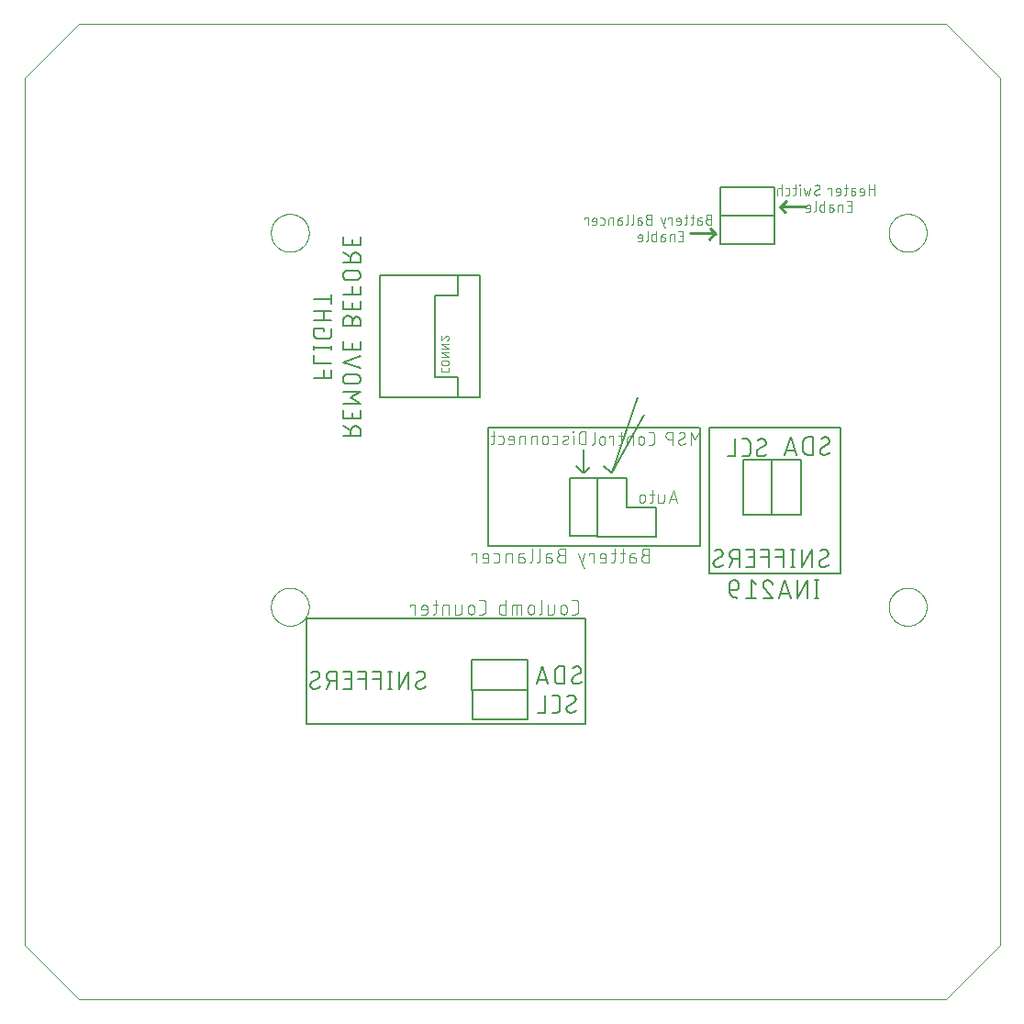
<source format=gbo>
G75*
%MOIN*%
%OFA0B0*%
%FSLAX25Y25*%
%IPPOS*%
%LPD*%
%AMOC8*
5,1,8,0,0,1.08239X$1,22.5*
%
%ADD10C,0.00600*%
%ADD11C,0.00800*%
%ADD12C,0.00400*%
%ADD13C,0.00300*%
%ADD14C,0.01000*%
%ADD15C,0.00000*%
%ADD16C,0.00500*%
D10*
X0108441Y0114102D02*
X0108367Y0114104D01*
X0108292Y0114110D01*
X0108219Y0114120D01*
X0108145Y0114133D01*
X0108073Y0114150D01*
X0108002Y0114172D01*
X0107931Y0114196D01*
X0107863Y0114225D01*
X0107795Y0114257D01*
X0107730Y0114293D01*
X0107667Y0114331D01*
X0107605Y0114374D01*
X0107546Y0114419D01*
X0107489Y0114467D01*
X0107435Y0114518D01*
X0107384Y0114572D01*
X0107336Y0114629D01*
X0107291Y0114688D01*
X0107248Y0114750D01*
X0107210Y0114813D01*
X0107174Y0114878D01*
X0107142Y0114946D01*
X0107113Y0115014D01*
X0107089Y0115085D01*
X0107067Y0115156D01*
X0107050Y0115228D01*
X0107037Y0115302D01*
X0107027Y0115375D01*
X0107021Y0115450D01*
X0107019Y0115524D01*
X0107730Y0116768D02*
X0109686Y0117835D01*
X0108975Y0120502D02*
X0108874Y0120500D01*
X0108773Y0120494D01*
X0108673Y0120485D01*
X0108573Y0120471D01*
X0108473Y0120454D01*
X0108374Y0120434D01*
X0108277Y0120409D01*
X0108180Y0120381D01*
X0108084Y0120349D01*
X0107989Y0120313D01*
X0107896Y0120274D01*
X0107805Y0120232D01*
X0107715Y0120186D01*
X0107627Y0120136D01*
X0107541Y0120084D01*
X0107457Y0120028D01*
X0107375Y0119969D01*
X0109685Y0117835D02*
X0109749Y0117875D01*
X0109810Y0117918D01*
X0109869Y0117964D01*
X0109926Y0118013D01*
X0109980Y0118065D01*
X0110031Y0118119D01*
X0110079Y0118177D01*
X0110125Y0118236D01*
X0110167Y0118298D01*
X0110206Y0118363D01*
X0110241Y0118429D01*
X0110273Y0118496D01*
X0110302Y0118566D01*
X0110327Y0118636D01*
X0110348Y0118708D01*
X0110365Y0118781D01*
X0110379Y0118855D01*
X0110388Y0118929D01*
X0110394Y0119004D01*
X0110396Y0119079D01*
X0110397Y0119079D02*
X0110395Y0119153D01*
X0110389Y0119228D01*
X0110379Y0119301D01*
X0110366Y0119375D01*
X0110349Y0119447D01*
X0110327Y0119518D01*
X0110303Y0119589D01*
X0110274Y0119657D01*
X0110242Y0119725D01*
X0110206Y0119790D01*
X0110168Y0119853D01*
X0110125Y0119915D01*
X0110080Y0119974D01*
X0110032Y0120031D01*
X0109981Y0120085D01*
X0109927Y0120136D01*
X0109870Y0120184D01*
X0109811Y0120229D01*
X0109749Y0120272D01*
X0109686Y0120310D01*
X0109621Y0120346D01*
X0109553Y0120378D01*
X0109485Y0120407D01*
X0109414Y0120431D01*
X0109343Y0120453D01*
X0109271Y0120470D01*
X0109197Y0120483D01*
X0109124Y0120493D01*
X0109049Y0120499D01*
X0108975Y0120501D01*
X0110574Y0114991D02*
X0110497Y0114916D01*
X0110417Y0114843D01*
X0110334Y0114774D01*
X0110249Y0114707D01*
X0110162Y0114644D01*
X0110073Y0114584D01*
X0109981Y0114527D01*
X0109888Y0114473D01*
X0109792Y0114423D01*
X0109695Y0114376D01*
X0109596Y0114333D01*
X0109496Y0114293D01*
X0109395Y0114257D01*
X0109292Y0114225D01*
X0109188Y0114196D01*
X0109083Y0114171D01*
X0108977Y0114150D01*
X0108871Y0114133D01*
X0108764Y0114119D01*
X0108656Y0114110D01*
X0108549Y0114104D01*
X0108441Y0114102D01*
X0107019Y0115524D02*
X0107021Y0115599D01*
X0107027Y0115674D01*
X0107036Y0115748D01*
X0107050Y0115822D01*
X0107067Y0115895D01*
X0107088Y0115967D01*
X0107113Y0116037D01*
X0107142Y0116107D01*
X0107174Y0116174D01*
X0107209Y0116240D01*
X0107248Y0116305D01*
X0107290Y0116367D01*
X0107336Y0116426D01*
X0107384Y0116484D01*
X0107435Y0116538D01*
X0107489Y0116590D01*
X0107546Y0116639D01*
X0107605Y0116685D01*
X0107666Y0116728D01*
X0107730Y0116768D01*
X0112932Y0114102D02*
X0114354Y0116946D01*
X0114710Y0116946D02*
X0116487Y0116946D01*
X0114710Y0116946D02*
X0114627Y0116948D01*
X0114544Y0116954D01*
X0114461Y0116964D01*
X0114378Y0116977D01*
X0114297Y0116995D01*
X0114216Y0117016D01*
X0114137Y0117041D01*
X0114059Y0117070D01*
X0113982Y0117102D01*
X0113907Y0117138D01*
X0113833Y0117177D01*
X0113762Y0117220D01*
X0113692Y0117266D01*
X0113625Y0117316D01*
X0113560Y0117368D01*
X0113498Y0117423D01*
X0113438Y0117482D01*
X0113381Y0117543D01*
X0113327Y0117606D01*
X0113276Y0117672D01*
X0113229Y0117741D01*
X0113184Y0117811D01*
X0113143Y0117884D01*
X0113106Y0117958D01*
X0113071Y0118034D01*
X0113041Y0118112D01*
X0113014Y0118190D01*
X0112991Y0118271D01*
X0112971Y0118352D01*
X0112956Y0118434D01*
X0112944Y0118516D01*
X0112936Y0118599D01*
X0112932Y0118682D01*
X0112932Y0118766D01*
X0112936Y0118849D01*
X0112944Y0118932D01*
X0112956Y0119014D01*
X0112971Y0119096D01*
X0112991Y0119177D01*
X0113014Y0119258D01*
X0113041Y0119336D01*
X0113071Y0119414D01*
X0113106Y0119490D01*
X0113143Y0119564D01*
X0113184Y0119637D01*
X0113229Y0119707D01*
X0113276Y0119776D01*
X0113327Y0119842D01*
X0113381Y0119905D01*
X0113438Y0119966D01*
X0113498Y0120025D01*
X0113560Y0120080D01*
X0113625Y0120132D01*
X0113692Y0120182D01*
X0113762Y0120228D01*
X0113833Y0120271D01*
X0113907Y0120310D01*
X0113982Y0120346D01*
X0114059Y0120378D01*
X0114137Y0120407D01*
X0114216Y0120432D01*
X0114297Y0120453D01*
X0114378Y0120471D01*
X0114461Y0120484D01*
X0114544Y0120494D01*
X0114627Y0120500D01*
X0114710Y0120502D01*
X0116487Y0120502D01*
X0116487Y0114102D01*
X0119001Y0114102D02*
X0121845Y0114102D01*
X0121845Y0120502D01*
X0119001Y0120502D01*
X0119712Y0117657D02*
X0121845Y0117657D01*
X0124334Y0117657D02*
X0127179Y0117657D01*
X0129668Y0117657D02*
X0132512Y0117657D01*
X0132512Y0120502D02*
X0132512Y0114102D01*
X0135163Y0114102D02*
X0136586Y0114102D01*
X0135874Y0114102D02*
X0135874Y0120502D01*
X0135163Y0120502D02*
X0136586Y0120502D01*
X0139225Y0120502D02*
X0139225Y0114102D01*
X0142781Y0120502D01*
X0142781Y0114102D01*
X0146090Y0116768D02*
X0148046Y0117835D01*
X0147335Y0120502D02*
X0147234Y0120500D01*
X0147133Y0120494D01*
X0147033Y0120485D01*
X0146933Y0120471D01*
X0146833Y0120454D01*
X0146734Y0120434D01*
X0146637Y0120409D01*
X0146540Y0120381D01*
X0146444Y0120349D01*
X0146349Y0120313D01*
X0146256Y0120274D01*
X0146165Y0120232D01*
X0146075Y0120186D01*
X0145987Y0120136D01*
X0145901Y0120084D01*
X0145817Y0120028D01*
X0145735Y0119969D01*
X0148045Y0117835D02*
X0148109Y0117875D01*
X0148170Y0117918D01*
X0148229Y0117964D01*
X0148286Y0118013D01*
X0148340Y0118065D01*
X0148391Y0118119D01*
X0148439Y0118177D01*
X0148485Y0118236D01*
X0148527Y0118298D01*
X0148566Y0118363D01*
X0148601Y0118429D01*
X0148633Y0118496D01*
X0148662Y0118566D01*
X0148687Y0118636D01*
X0148708Y0118708D01*
X0148725Y0118781D01*
X0148739Y0118855D01*
X0148748Y0118929D01*
X0148754Y0119004D01*
X0148756Y0119079D01*
X0148757Y0119079D02*
X0148755Y0119153D01*
X0148749Y0119228D01*
X0148739Y0119301D01*
X0148726Y0119375D01*
X0148709Y0119447D01*
X0148687Y0119518D01*
X0148663Y0119589D01*
X0148634Y0119657D01*
X0148602Y0119725D01*
X0148566Y0119790D01*
X0148528Y0119853D01*
X0148485Y0119915D01*
X0148440Y0119974D01*
X0148392Y0120031D01*
X0148341Y0120085D01*
X0148287Y0120136D01*
X0148230Y0120184D01*
X0148171Y0120229D01*
X0148109Y0120272D01*
X0148046Y0120310D01*
X0147981Y0120346D01*
X0147913Y0120378D01*
X0147845Y0120407D01*
X0147774Y0120431D01*
X0147703Y0120453D01*
X0147631Y0120470D01*
X0147557Y0120483D01*
X0147484Y0120493D01*
X0147409Y0120499D01*
X0147335Y0120501D01*
X0148934Y0114991D02*
X0148857Y0114916D01*
X0148777Y0114843D01*
X0148694Y0114774D01*
X0148609Y0114707D01*
X0148522Y0114644D01*
X0148433Y0114584D01*
X0148341Y0114527D01*
X0148248Y0114473D01*
X0148152Y0114423D01*
X0148055Y0114376D01*
X0147956Y0114333D01*
X0147856Y0114293D01*
X0147755Y0114257D01*
X0147652Y0114225D01*
X0147548Y0114196D01*
X0147443Y0114171D01*
X0147337Y0114150D01*
X0147231Y0114133D01*
X0147124Y0114119D01*
X0147016Y0114110D01*
X0146909Y0114104D01*
X0146801Y0114102D01*
X0146727Y0114104D01*
X0146652Y0114110D01*
X0146579Y0114120D01*
X0146505Y0114133D01*
X0146433Y0114150D01*
X0146362Y0114172D01*
X0146291Y0114196D01*
X0146223Y0114225D01*
X0146155Y0114257D01*
X0146090Y0114293D01*
X0146027Y0114331D01*
X0145965Y0114374D01*
X0145906Y0114419D01*
X0145849Y0114467D01*
X0145795Y0114518D01*
X0145744Y0114572D01*
X0145696Y0114629D01*
X0145651Y0114688D01*
X0145608Y0114750D01*
X0145570Y0114813D01*
X0145534Y0114878D01*
X0145502Y0114946D01*
X0145473Y0115014D01*
X0145449Y0115085D01*
X0145427Y0115156D01*
X0145410Y0115228D01*
X0145397Y0115302D01*
X0145387Y0115375D01*
X0145381Y0115450D01*
X0145379Y0115524D01*
X0145380Y0115524D02*
X0145382Y0115599D01*
X0145388Y0115674D01*
X0145397Y0115748D01*
X0145411Y0115822D01*
X0145428Y0115895D01*
X0145449Y0115967D01*
X0145474Y0116037D01*
X0145503Y0116107D01*
X0145535Y0116174D01*
X0145570Y0116240D01*
X0145609Y0116305D01*
X0145651Y0116367D01*
X0145697Y0116426D01*
X0145745Y0116484D01*
X0145796Y0116538D01*
X0145850Y0116590D01*
X0145907Y0116639D01*
X0145966Y0116685D01*
X0146027Y0116728D01*
X0146091Y0116768D01*
X0132512Y0120502D02*
X0129668Y0120502D01*
X0127179Y0120502D02*
X0124334Y0120502D01*
X0127179Y0120502D02*
X0127179Y0114102D01*
X0189203Y0115873D02*
X0191337Y0122273D01*
X0193470Y0115873D01*
X0192937Y0117473D02*
X0189737Y0117473D01*
X0195918Y0117651D02*
X0195918Y0120495D01*
X0195920Y0120577D01*
X0195926Y0120659D01*
X0195935Y0120741D01*
X0195948Y0120822D01*
X0195965Y0120902D01*
X0195986Y0120982D01*
X0196010Y0121060D01*
X0196038Y0121137D01*
X0196069Y0121213D01*
X0196104Y0121288D01*
X0196143Y0121360D01*
X0196184Y0121431D01*
X0196229Y0121500D01*
X0196277Y0121566D01*
X0196328Y0121631D01*
X0196382Y0121693D01*
X0196439Y0121752D01*
X0196498Y0121809D01*
X0196560Y0121863D01*
X0196625Y0121914D01*
X0196691Y0121962D01*
X0196760Y0122007D01*
X0196831Y0122048D01*
X0196903Y0122087D01*
X0196978Y0122122D01*
X0197054Y0122153D01*
X0197131Y0122181D01*
X0197209Y0122205D01*
X0197289Y0122226D01*
X0197369Y0122243D01*
X0197450Y0122256D01*
X0197532Y0122265D01*
X0197614Y0122271D01*
X0197696Y0122273D01*
X0199474Y0122273D01*
X0199474Y0115873D01*
X0197696Y0115873D01*
X0197614Y0115875D01*
X0197532Y0115881D01*
X0197450Y0115890D01*
X0197369Y0115903D01*
X0197289Y0115920D01*
X0197209Y0115941D01*
X0197131Y0115965D01*
X0197054Y0115993D01*
X0196978Y0116024D01*
X0196903Y0116059D01*
X0196831Y0116098D01*
X0196760Y0116139D01*
X0196691Y0116184D01*
X0196625Y0116232D01*
X0196560Y0116283D01*
X0196498Y0116337D01*
X0196439Y0116394D01*
X0196382Y0116453D01*
X0196328Y0116515D01*
X0196277Y0116580D01*
X0196229Y0116646D01*
X0196184Y0116715D01*
X0196143Y0116786D01*
X0196104Y0116858D01*
X0196069Y0116933D01*
X0196038Y0117009D01*
X0196010Y0117086D01*
X0195986Y0117164D01*
X0195965Y0117244D01*
X0195948Y0117324D01*
X0195935Y0117405D01*
X0195926Y0117487D01*
X0195920Y0117569D01*
X0195918Y0117651D01*
X0196303Y0111840D02*
X0194881Y0111840D01*
X0196303Y0111840D02*
X0196377Y0111838D01*
X0196452Y0111832D01*
X0196525Y0111822D01*
X0196599Y0111809D01*
X0196671Y0111792D01*
X0196742Y0111770D01*
X0196813Y0111746D01*
X0196881Y0111717D01*
X0196949Y0111685D01*
X0197014Y0111649D01*
X0197077Y0111611D01*
X0197139Y0111568D01*
X0197198Y0111523D01*
X0197255Y0111475D01*
X0197309Y0111424D01*
X0197360Y0111370D01*
X0197408Y0111313D01*
X0197453Y0111254D01*
X0197496Y0111192D01*
X0197534Y0111129D01*
X0197570Y0111064D01*
X0197602Y0110996D01*
X0197631Y0110928D01*
X0197655Y0110857D01*
X0197677Y0110786D01*
X0197694Y0110714D01*
X0197707Y0110640D01*
X0197717Y0110567D01*
X0197723Y0110492D01*
X0197725Y0110418D01*
X0197726Y0110418D02*
X0197726Y0106862D01*
X0197725Y0106862D02*
X0197723Y0106788D01*
X0197717Y0106713D01*
X0197707Y0106640D01*
X0197694Y0106566D01*
X0197677Y0106494D01*
X0197655Y0106423D01*
X0197631Y0106352D01*
X0197602Y0106284D01*
X0197570Y0106216D01*
X0197534Y0106151D01*
X0197496Y0106088D01*
X0197453Y0106026D01*
X0197408Y0105967D01*
X0197360Y0105910D01*
X0197309Y0105856D01*
X0197255Y0105805D01*
X0197198Y0105757D01*
X0197139Y0105712D01*
X0197077Y0105669D01*
X0197014Y0105631D01*
X0196949Y0105595D01*
X0196881Y0105563D01*
X0196813Y0105534D01*
X0196742Y0105510D01*
X0196671Y0105488D01*
X0196599Y0105471D01*
X0196525Y0105458D01*
X0196452Y0105448D01*
X0196377Y0105442D01*
X0196303Y0105440D01*
X0194881Y0105440D01*
X0192365Y0105440D02*
X0192365Y0111840D01*
X0192365Y0105440D02*
X0189521Y0105440D01*
X0200815Y0108107D02*
X0202770Y0109173D01*
X0202059Y0111841D02*
X0201958Y0111839D01*
X0201857Y0111833D01*
X0201757Y0111824D01*
X0201657Y0111810D01*
X0201557Y0111793D01*
X0201458Y0111773D01*
X0201361Y0111748D01*
X0201264Y0111720D01*
X0201168Y0111688D01*
X0201073Y0111652D01*
X0200980Y0111613D01*
X0200889Y0111571D01*
X0200799Y0111525D01*
X0200711Y0111475D01*
X0200625Y0111423D01*
X0200541Y0111367D01*
X0200459Y0111308D01*
X0202770Y0109174D02*
X0202834Y0109214D01*
X0202895Y0109257D01*
X0202954Y0109303D01*
X0203011Y0109352D01*
X0203065Y0109404D01*
X0203116Y0109458D01*
X0203164Y0109516D01*
X0203210Y0109575D01*
X0203252Y0109637D01*
X0203291Y0109702D01*
X0203326Y0109768D01*
X0203358Y0109835D01*
X0203387Y0109905D01*
X0203412Y0109975D01*
X0203433Y0110047D01*
X0203450Y0110120D01*
X0203464Y0110194D01*
X0203473Y0110268D01*
X0203479Y0110343D01*
X0203481Y0110418D01*
X0203479Y0110492D01*
X0203473Y0110567D01*
X0203463Y0110640D01*
X0203450Y0110714D01*
X0203433Y0110786D01*
X0203411Y0110857D01*
X0203387Y0110928D01*
X0203358Y0110996D01*
X0203326Y0111064D01*
X0203290Y0111129D01*
X0203252Y0111192D01*
X0203209Y0111254D01*
X0203164Y0111313D01*
X0203116Y0111370D01*
X0203065Y0111424D01*
X0203011Y0111475D01*
X0202954Y0111523D01*
X0202895Y0111568D01*
X0202833Y0111611D01*
X0202770Y0111649D01*
X0202705Y0111685D01*
X0202637Y0111717D01*
X0202569Y0111746D01*
X0202498Y0111770D01*
X0202427Y0111792D01*
X0202355Y0111809D01*
X0202281Y0111822D01*
X0202208Y0111832D01*
X0202133Y0111838D01*
X0202059Y0111840D01*
X0203659Y0106330D02*
X0203582Y0106255D01*
X0203502Y0106182D01*
X0203419Y0106113D01*
X0203334Y0106046D01*
X0203247Y0105983D01*
X0203158Y0105923D01*
X0203066Y0105866D01*
X0202973Y0105812D01*
X0202877Y0105762D01*
X0202780Y0105715D01*
X0202681Y0105672D01*
X0202581Y0105632D01*
X0202480Y0105596D01*
X0202377Y0105564D01*
X0202273Y0105535D01*
X0202168Y0105510D01*
X0202062Y0105489D01*
X0201956Y0105472D01*
X0201849Y0105458D01*
X0201741Y0105449D01*
X0201634Y0105443D01*
X0201526Y0105441D01*
X0201526Y0105440D02*
X0201452Y0105442D01*
X0201377Y0105448D01*
X0201304Y0105458D01*
X0201230Y0105471D01*
X0201158Y0105488D01*
X0201087Y0105510D01*
X0201016Y0105534D01*
X0200948Y0105563D01*
X0200880Y0105595D01*
X0200815Y0105631D01*
X0200752Y0105669D01*
X0200690Y0105712D01*
X0200631Y0105757D01*
X0200574Y0105805D01*
X0200520Y0105856D01*
X0200469Y0105910D01*
X0200421Y0105967D01*
X0200376Y0106026D01*
X0200333Y0106088D01*
X0200295Y0106151D01*
X0200259Y0106216D01*
X0200227Y0106284D01*
X0200198Y0106352D01*
X0200174Y0106423D01*
X0200152Y0106494D01*
X0200135Y0106566D01*
X0200122Y0106640D01*
X0200112Y0106713D01*
X0200106Y0106788D01*
X0200104Y0106862D01*
X0200106Y0106937D01*
X0200112Y0107012D01*
X0200121Y0107086D01*
X0200135Y0107160D01*
X0200152Y0107233D01*
X0200173Y0107305D01*
X0200198Y0107375D01*
X0200227Y0107445D01*
X0200259Y0107512D01*
X0200294Y0107578D01*
X0200333Y0107643D01*
X0200375Y0107705D01*
X0200421Y0107764D01*
X0200469Y0107822D01*
X0200520Y0107876D01*
X0200574Y0107928D01*
X0200631Y0107977D01*
X0200690Y0108023D01*
X0200751Y0108066D01*
X0200815Y0108106D01*
X0203494Y0115873D02*
X0203420Y0115875D01*
X0203345Y0115881D01*
X0203272Y0115891D01*
X0203198Y0115904D01*
X0203126Y0115921D01*
X0203055Y0115943D01*
X0202984Y0115967D01*
X0202916Y0115996D01*
X0202848Y0116028D01*
X0202783Y0116064D01*
X0202720Y0116102D01*
X0202658Y0116145D01*
X0202599Y0116190D01*
X0202542Y0116238D01*
X0202488Y0116289D01*
X0202437Y0116343D01*
X0202389Y0116400D01*
X0202344Y0116459D01*
X0202301Y0116521D01*
X0202263Y0116584D01*
X0202227Y0116649D01*
X0202195Y0116717D01*
X0202166Y0116785D01*
X0202142Y0116856D01*
X0202120Y0116927D01*
X0202103Y0116999D01*
X0202090Y0117073D01*
X0202080Y0117146D01*
X0202074Y0117221D01*
X0202072Y0117295D01*
X0202783Y0118540D02*
X0204739Y0119607D01*
X0204028Y0122274D02*
X0203927Y0122272D01*
X0203826Y0122266D01*
X0203726Y0122257D01*
X0203626Y0122243D01*
X0203526Y0122226D01*
X0203427Y0122206D01*
X0203330Y0122181D01*
X0203233Y0122153D01*
X0203137Y0122121D01*
X0203042Y0122085D01*
X0202949Y0122046D01*
X0202858Y0122004D01*
X0202768Y0121958D01*
X0202680Y0121908D01*
X0202594Y0121856D01*
X0202510Y0121800D01*
X0202428Y0121741D01*
X0204738Y0119607D02*
X0204802Y0119647D01*
X0204863Y0119690D01*
X0204922Y0119736D01*
X0204979Y0119785D01*
X0205033Y0119837D01*
X0205084Y0119891D01*
X0205132Y0119949D01*
X0205178Y0120008D01*
X0205220Y0120070D01*
X0205259Y0120135D01*
X0205294Y0120201D01*
X0205326Y0120268D01*
X0205355Y0120338D01*
X0205380Y0120408D01*
X0205401Y0120480D01*
X0205418Y0120553D01*
X0205432Y0120627D01*
X0205441Y0120701D01*
X0205447Y0120776D01*
X0205449Y0120851D01*
X0205450Y0120851D02*
X0205448Y0120925D01*
X0205442Y0121000D01*
X0205432Y0121073D01*
X0205419Y0121147D01*
X0205402Y0121219D01*
X0205380Y0121290D01*
X0205356Y0121361D01*
X0205327Y0121429D01*
X0205295Y0121497D01*
X0205259Y0121562D01*
X0205221Y0121625D01*
X0205178Y0121687D01*
X0205133Y0121746D01*
X0205085Y0121803D01*
X0205034Y0121857D01*
X0204980Y0121908D01*
X0204923Y0121956D01*
X0204864Y0122001D01*
X0204802Y0122044D01*
X0204739Y0122082D01*
X0204674Y0122118D01*
X0204606Y0122150D01*
X0204538Y0122179D01*
X0204467Y0122203D01*
X0204396Y0122225D01*
X0204324Y0122242D01*
X0204250Y0122255D01*
X0204177Y0122265D01*
X0204102Y0122271D01*
X0204028Y0122273D01*
X0205627Y0116763D02*
X0205550Y0116688D01*
X0205470Y0116615D01*
X0205387Y0116546D01*
X0205302Y0116479D01*
X0205215Y0116416D01*
X0205126Y0116356D01*
X0205034Y0116299D01*
X0204941Y0116245D01*
X0204845Y0116195D01*
X0204748Y0116148D01*
X0204649Y0116105D01*
X0204549Y0116065D01*
X0204448Y0116029D01*
X0204345Y0115997D01*
X0204241Y0115968D01*
X0204136Y0115943D01*
X0204030Y0115922D01*
X0203924Y0115905D01*
X0203817Y0115891D01*
X0203709Y0115882D01*
X0203602Y0115876D01*
X0203494Y0115874D01*
X0202072Y0117295D02*
X0202074Y0117370D01*
X0202080Y0117445D01*
X0202089Y0117519D01*
X0202103Y0117593D01*
X0202120Y0117666D01*
X0202141Y0117738D01*
X0202166Y0117808D01*
X0202195Y0117878D01*
X0202227Y0117945D01*
X0202262Y0118011D01*
X0202301Y0118076D01*
X0202343Y0118138D01*
X0202389Y0118197D01*
X0202437Y0118255D01*
X0202488Y0118309D01*
X0202542Y0118361D01*
X0202599Y0118410D01*
X0202658Y0118456D01*
X0202719Y0118499D01*
X0202783Y0118539D01*
X0254187Y0161060D02*
X0256142Y0162126D01*
X0255431Y0164793D02*
X0255330Y0164791D01*
X0255229Y0164785D01*
X0255129Y0164776D01*
X0255029Y0164762D01*
X0254929Y0164745D01*
X0254830Y0164725D01*
X0254733Y0164700D01*
X0254636Y0164672D01*
X0254540Y0164640D01*
X0254445Y0164604D01*
X0254352Y0164565D01*
X0254261Y0164523D01*
X0254171Y0164477D01*
X0254083Y0164427D01*
X0253997Y0164375D01*
X0253913Y0164319D01*
X0253831Y0164260D01*
X0256142Y0162127D02*
X0256206Y0162167D01*
X0256267Y0162210D01*
X0256326Y0162256D01*
X0256383Y0162305D01*
X0256437Y0162357D01*
X0256488Y0162411D01*
X0256536Y0162469D01*
X0256582Y0162528D01*
X0256624Y0162590D01*
X0256663Y0162655D01*
X0256698Y0162721D01*
X0256730Y0162788D01*
X0256759Y0162858D01*
X0256784Y0162928D01*
X0256805Y0163000D01*
X0256822Y0163073D01*
X0256836Y0163147D01*
X0256845Y0163221D01*
X0256851Y0163296D01*
X0256853Y0163371D01*
X0256851Y0163445D01*
X0256845Y0163520D01*
X0256835Y0163593D01*
X0256822Y0163667D01*
X0256805Y0163739D01*
X0256783Y0163810D01*
X0256759Y0163881D01*
X0256730Y0163949D01*
X0256698Y0164017D01*
X0256662Y0164082D01*
X0256624Y0164145D01*
X0256581Y0164207D01*
X0256536Y0164266D01*
X0256488Y0164323D01*
X0256437Y0164377D01*
X0256383Y0164428D01*
X0256326Y0164476D01*
X0256267Y0164521D01*
X0256205Y0164564D01*
X0256142Y0164602D01*
X0256077Y0164638D01*
X0256009Y0164670D01*
X0255941Y0164699D01*
X0255870Y0164723D01*
X0255799Y0164745D01*
X0255727Y0164762D01*
X0255653Y0164775D01*
X0255580Y0164785D01*
X0255505Y0164791D01*
X0255431Y0164793D01*
X0257031Y0159282D02*
X0256954Y0159207D01*
X0256874Y0159134D01*
X0256791Y0159065D01*
X0256706Y0158998D01*
X0256619Y0158935D01*
X0256530Y0158875D01*
X0256438Y0158818D01*
X0256345Y0158764D01*
X0256249Y0158714D01*
X0256152Y0158667D01*
X0256053Y0158624D01*
X0255953Y0158584D01*
X0255852Y0158548D01*
X0255749Y0158516D01*
X0255645Y0158487D01*
X0255540Y0158462D01*
X0255434Y0158441D01*
X0255328Y0158424D01*
X0255221Y0158410D01*
X0255113Y0158401D01*
X0255006Y0158395D01*
X0254898Y0158393D01*
X0254824Y0158395D01*
X0254749Y0158401D01*
X0254676Y0158411D01*
X0254602Y0158424D01*
X0254530Y0158441D01*
X0254459Y0158463D01*
X0254388Y0158487D01*
X0254320Y0158516D01*
X0254252Y0158548D01*
X0254187Y0158584D01*
X0254124Y0158622D01*
X0254062Y0158665D01*
X0254003Y0158710D01*
X0253946Y0158758D01*
X0253892Y0158809D01*
X0253841Y0158863D01*
X0253793Y0158920D01*
X0253748Y0158979D01*
X0253705Y0159041D01*
X0253667Y0159104D01*
X0253631Y0159169D01*
X0253599Y0159237D01*
X0253570Y0159305D01*
X0253546Y0159376D01*
X0253524Y0159447D01*
X0253507Y0159519D01*
X0253494Y0159593D01*
X0253484Y0159666D01*
X0253478Y0159741D01*
X0253476Y0159815D01*
X0253478Y0159890D01*
X0253484Y0159965D01*
X0253493Y0160039D01*
X0253507Y0160113D01*
X0253524Y0160186D01*
X0253545Y0160258D01*
X0253570Y0160328D01*
X0253599Y0160398D01*
X0253631Y0160465D01*
X0253666Y0160531D01*
X0253705Y0160596D01*
X0253747Y0160658D01*
X0253793Y0160717D01*
X0253841Y0160775D01*
X0253892Y0160829D01*
X0253946Y0160881D01*
X0254003Y0160930D01*
X0254062Y0160976D01*
X0254123Y0161019D01*
X0254187Y0161059D01*
X0259389Y0158393D02*
X0260811Y0161237D01*
X0261166Y0161237D02*
X0262944Y0161237D01*
X0261166Y0161237D02*
X0261083Y0161239D01*
X0261000Y0161245D01*
X0260917Y0161255D01*
X0260834Y0161268D01*
X0260753Y0161286D01*
X0260672Y0161307D01*
X0260593Y0161332D01*
X0260515Y0161361D01*
X0260438Y0161393D01*
X0260363Y0161429D01*
X0260289Y0161468D01*
X0260218Y0161511D01*
X0260148Y0161557D01*
X0260081Y0161607D01*
X0260016Y0161659D01*
X0259954Y0161714D01*
X0259894Y0161773D01*
X0259837Y0161834D01*
X0259783Y0161897D01*
X0259732Y0161963D01*
X0259685Y0162032D01*
X0259640Y0162102D01*
X0259599Y0162175D01*
X0259562Y0162249D01*
X0259527Y0162325D01*
X0259497Y0162403D01*
X0259470Y0162481D01*
X0259447Y0162562D01*
X0259427Y0162643D01*
X0259412Y0162725D01*
X0259400Y0162807D01*
X0259392Y0162890D01*
X0259388Y0162973D01*
X0259388Y0163057D01*
X0259392Y0163140D01*
X0259400Y0163223D01*
X0259412Y0163305D01*
X0259427Y0163387D01*
X0259447Y0163468D01*
X0259470Y0163549D01*
X0259497Y0163627D01*
X0259527Y0163705D01*
X0259562Y0163781D01*
X0259599Y0163855D01*
X0259640Y0163928D01*
X0259685Y0163998D01*
X0259732Y0164067D01*
X0259783Y0164133D01*
X0259837Y0164196D01*
X0259894Y0164257D01*
X0259954Y0164316D01*
X0260016Y0164371D01*
X0260081Y0164423D01*
X0260148Y0164473D01*
X0260218Y0164519D01*
X0260289Y0164562D01*
X0260363Y0164601D01*
X0260438Y0164637D01*
X0260515Y0164669D01*
X0260593Y0164698D01*
X0260672Y0164723D01*
X0260753Y0164744D01*
X0260834Y0164762D01*
X0260917Y0164775D01*
X0261000Y0164785D01*
X0261083Y0164791D01*
X0261166Y0164793D01*
X0262944Y0164793D01*
X0262944Y0158393D01*
X0265457Y0158393D02*
X0268302Y0158393D01*
X0268302Y0164793D01*
X0265457Y0164793D01*
X0266169Y0161948D02*
X0268302Y0161948D01*
X0270791Y0161948D02*
X0273635Y0161948D01*
X0276124Y0161948D02*
X0278969Y0161948D01*
X0278969Y0164793D02*
X0276124Y0164793D01*
X0273635Y0164793D02*
X0270791Y0164793D01*
X0273635Y0164793D02*
X0273635Y0158393D01*
X0278969Y0158393D02*
X0278969Y0164793D01*
X0281620Y0164793D02*
X0283042Y0164793D01*
X0282331Y0164793D02*
X0282331Y0158393D01*
X0283042Y0158393D02*
X0281620Y0158393D01*
X0285682Y0158393D02*
X0285682Y0164793D01*
X0289237Y0164793D02*
X0285682Y0158393D01*
X0289237Y0158393D02*
X0289237Y0164793D01*
X0294502Y0162127D02*
X0294566Y0162167D01*
X0294627Y0162210D01*
X0294686Y0162256D01*
X0294743Y0162305D01*
X0294797Y0162357D01*
X0294848Y0162411D01*
X0294896Y0162469D01*
X0294942Y0162528D01*
X0294984Y0162590D01*
X0295023Y0162655D01*
X0295058Y0162721D01*
X0295090Y0162788D01*
X0295119Y0162858D01*
X0295144Y0162928D01*
X0295165Y0163000D01*
X0295182Y0163073D01*
X0295196Y0163147D01*
X0295205Y0163221D01*
X0295211Y0163296D01*
X0295213Y0163371D01*
X0295211Y0163445D01*
X0295205Y0163520D01*
X0295195Y0163593D01*
X0295182Y0163667D01*
X0295165Y0163739D01*
X0295143Y0163810D01*
X0295119Y0163881D01*
X0295090Y0163949D01*
X0295058Y0164017D01*
X0295022Y0164082D01*
X0294984Y0164145D01*
X0294941Y0164207D01*
X0294896Y0164266D01*
X0294848Y0164323D01*
X0294797Y0164377D01*
X0294743Y0164428D01*
X0294686Y0164476D01*
X0294627Y0164521D01*
X0294565Y0164564D01*
X0294502Y0164602D01*
X0294437Y0164638D01*
X0294369Y0164670D01*
X0294301Y0164699D01*
X0294230Y0164723D01*
X0294159Y0164745D01*
X0294087Y0164762D01*
X0294013Y0164775D01*
X0293940Y0164785D01*
X0293865Y0164791D01*
X0293791Y0164793D01*
X0293690Y0164791D01*
X0293589Y0164785D01*
X0293489Y0164776D01*
X0293389Y0164762D01*
X0293289Y0164745D01*
X0293190Y0164725D01*
X0293093Y0164700D01*
X0292996Y0164672D01*
X0292900Y0164640D01*
X0292805Y0164604D01*
X0292712Y0164565D01*
X0292621Y0164523D01*
X0292531Y0164477D01*
X0292443Y0164427D01*
X0292357Y0164375D01*
X0292273Y0164319D01*
X0292191Y0164260D01*
X0295391Y0159282D02*
X0295314Y0159207D01*
X0295234Y0159134D01*
X0295151Y0159065D01*
X0295066Y0158998D01*
X0294979Y0158935D01*
X0294890Y0158875D01*
X0294798Y0158818D01*
X0294705Y0158764D01*
X0294609Y0158714D01*
X0294512Y0158667D01*
X0294413Y0158624D01*
X0294313Y0158584D01*
X0294212Y0158548D01*
X0294109Y0158516D01*
X0294005Y0158487D01*
X0293900Y0158462D01*
X0293794Y0158441D01*
X0293688Y0158424D01*
X0293581Y0158410D01*
X0293473Y0158401D01*
X0293366Y0158395D01*
X0293258Y0158393D01*
X0293184Y0158395D01*
X0293109Y0158401D01*
X0293036Y0158411D01*
X0292962Y0158424D01*
X0292890Y0158441D01*
X0292819Y0158463D01*
X0292748Y0158487D01*
X0292680Y0158516D01*
X0292612Y0158548D01*
X0292547Y0158584D01*
X0292484Y0158622D01*
X0292422Y0158665D01*
X0292363Y0158710D01*
X0292306Y0158758D01*
X0292252Y0158809D01*
X0292201Y0158863D01*
X0292153Y0158920D01*
X0292108Y0158979D01*
X0292065Y0159041D01*
X0292027Y0159104D01*
X0291991Y0159169D01*
X0291959Y0159237D01*
X0291930Y0159305D01*
X0291906Y0159376D01*
X0291884Y0159447D01*
X0291867Y0159519D01*
X0291854Y0159593D01*
X0291844Y0159666D01*
X0291838Y0159741D01*
X0291836Y0159815D01*
X0292547Y0161060D02*
X0294502Y0162126D01*
X0292547Y0161059D02*
X0292483Y0161019D01*
X0292422Y0160976D01*
X0292363Y0160930D01*
X0292306Y0160881D01*
X0292252Y0160829D01*
X0292201Y0160775D01*
X0292153Y0160717D01*
X0292107Y0160658D01*
X0292065Y0160596D01*
X0292026Y0160531D01*
X0291991Y0160465D01*
X0291959Y0160398D01*
X0291930Y0160328D01*
X0291905Y0160258D01*
X0291884Y0160186D01*
X0291867Y0160113D01*
X0291853Y0160039D01*
X0291844Y0159965D01*
X0291838Y0159890D01*
X0291836Y0159815D01*
X0291651Y0153572D02*
X0290229Y0153572D01*
X0290940Y0153572D02*
X0290940Y0147172D01*
X0291651Y0147172D02*
X0290229Y0147172D01*
X0287589Y0147172D02*
X0287589Y0153572D01*
X0284034Y0147172D01*
X0284034Y0153572D01*
X0281053Y0148772D02*
X0277853Y0148772D01*
X0277319Y0147172D02*
X0279453Y0153572D01*
X0281586Y0147172D01*
X0275076Y0147172D02*
X0271521Y0147172D01*
X0268922Y0147172D02*
X0265367Y0147172D01*
X0267145Y0147172D02*
X0267145Y0153572D01*
X0268922Y0152150D01*
X0272054Y0150728D02*
X0275076Y0147172D01*
X0275077Y0152150D02*
X0275048Y0152235D01*
X0275015Y0152317D01*
X0274978Y0152399D01*
X0274938Y0152479D01*
X0274895Y0152556D01*
X0274848Y0152632D01*
X0274798Y0152706D01*
X0274745Y0152778D01*
X0274689Y0152847D01*
X0274630Y0152914D01*
X0274568Y0152978D01*
X0274503Y0153039D01*
X0274436Y0153098D01*
X0274366Y0153153D01*
X0274294Y0153206D01*
X0274220Y0153255D01*
X0274143Y0153301D01*
X0274065Y0153343D01*
X0273985Y0153383D01*
X0273903Y0153418D01*
X0273820Y0153451D01*
X0273736Y0153479D01*
X0273650Y0153504D01*
X0273563Y0153525D01*
X0273476Y0153542D01*
X0273388Y0153556D01*
X0273299Y0153565D01*
X0273210Y0153571D01*
X0273121Y0153573D01*
X0273121Y0153572D02*
X0273042Y0153570D01*
X0272964Y0153564D01*
X0272886Y0153555D01*
X0272809Y0153541D01*
X0272732Y0153524D01*
X0272657Y0153503D01*
X0272582Y0153478D01*
X0272509Y0153450D01*
X0272437Y0153418D01*
X0272367Y0153383D01*
X0272298Y0153344D01*
X0272232Y0153302D01*
X0272168Y0153257D01*
X0272106Y0153209D01*
X0272047Y0153158D01*
X0271990Y0153103D01*
X0271935Y0153046D01*
X0271884Y0152987D01*
X0271836Y0152925D01*
X0271791Y0152861D01*
X0271749Y0152795D01*
X0271710Y0152726D01*
X0271675Y0152656D01*
X0271643Y0152584D01*
X0271615Y0152511D01*
X0271590Y0152436D01*
X0271569Y0152361D01*
X0271552Y0152284D01*
X0271538Y0152207D01*
X0271529Y0152129D01*
X0271523Y0152051D01*
X0271521Y0151972D01*
X0271520Y0151972D02*
X0271522Y0151890D01*
X0271528Y0151808D01*
X0271538Y0151727D01*
X0271551Y0151646D01*
X0271569Y0151566D01*
X0271590Y0151487D01*
X0271615Y0151409D01*
X0271643Y0151333D01*
X0271676Y0151257D01*
X0271711Y0151184D01*
X0271751Y0151112D01*
X0271793Y0151042D01*
X0271839Y0150974D01*
X0271888Y0150909D01*
X0271940Y0150846D01*
X0271996Y0150785D01*
X0272053Y0150727D01*
X0262768Y0151439D02*
X0262768Y0151795D01*
X0262768Y0151439D02*
X0262766Y0151365D01*
X0262760Y0151290D01*
X0262750Y0151217D01*
X0262737Y0151143D01*
X0262720Y0151071D01*
X0262698Y0151000D01*
X0262674Y0150929D01*
X0262645Y0150861D01*
X0262613Y0150793D01*
X0262577Y0150728D01*
X0262539Y0150665D01*
X0262496Y0150603D01*
X0262451Y0150544D01*
X0262403Y0150487D01*
X0262352Y0150433D01*
X0262298Y0150382D01*
X0262241Y0150334D01*
X0262182Y0150289D01*
X0262120Y0150246D01*
X0262057Y0150208D01*
X0261992Y0150172D01*
X0261924Y0150140D01*
X0261856Y0150111D01*
X0261785Y0150087D01*
X0261714Y0150065D01*
X0261642Y0150048D01*
X0261568Y0150035D01*
X0261495Y0150025D01*
X0261420Y0150019D01*
X0261346Y0150017D01*
X0259213Y0150017D01*
X0259213Y0151795D01*
X0259212Y0151795D02*
X0259214Y0151878D01*
X0259220Y0151961D01*
X0259230Y0152044D01*
X0259243Y0152127D01*
X0259261Y0152208D01*
X0259282Y0152289D01*
X0259307Y0152368D01*
X0259336Y0152446D01*
X0259368Y0152523D01*
X0259404Y0152598D01*
X0259443Y0152672D01*
X0259486Y0152743D01*
X0259532Y0152813D01*
X0259582Y0152880D01*
X0259634Y0152945D01*
X0259689Y0153007D01*
X0259748Y0153067D01*
X0259809Y0153124D01*
X0259872Y0153178D01*
X0259938Y0153229D01*
X0260007Y0153276D01*
X0260077Y0153321D01*
X0260150Y0153362D01*
X0260224Y0153399D01*
X0260300Y0153434D01*
X0260378Y0153464D01*
X0260456Y0153491D01*
X0260537Y0153514D01*
X0260618Y0153534D01*
X0260700Y0153549D01*
X0260782Y0153561D01*
X0260865Y0153569D01*
X0260948Y0153573D01*
X0261032Y0153573D01*
X0261115Y0153569D01*
X0261198Y0153561D01*
X0261280Y0153549D01*
X0261362Y0153534D01*
X0261443Y0153514D01*
X0261524Y0153491D01*
X0261602Y0153464D01*
X0261680Y0153434D01*
X0261756Y0153399D01*
X0261830Y0153362D01*
X0261903Y0153321D01*
X0261973Y0153276D01*
X0262042Y0153229D01*
X0262108Y0153178D01*
X0262171Y0153124D01*
X0262232Y0153067D01*
X0262291Y0153007D01*
X0262346Y0152945D01*
X0262398Y0152880D01*
X0262448Y0152813D01*
X0262494Y0152743D01*
X0262537Y0152672D01*
X0262576Y0152598D01*
X0262612Y0152523D01*
X0262644Y0152446D01*
X0262673Y0152368D01*
X0262698Y0152289D01*
X0262719Y0152208D01*
X0262737Y0152127D01*
X0262750Y0152044D01*
X0262760Y0151961D01*
X0262766Y0151878D01*
X0262768Y0151795D01*
X0259213Y0150017D02*
X0259215Y0149913D01*
X0259221Y0149809D01*
X0259230Y0149706D01*
X0259243Y0149603D01*
X0259260Y0149500D01*
X0259281Y0149399D01*
X0259305Y0149298D01*
X0259334Y0149198D01*
X0259365Y0149099D01*
X0259401Y0149001D01*
X0259440Y0148905D01*
X0259482Y0148810D01*
X0259528Y0148717D01*
X0259577Y0148625D01*
X0259629Y0148535D01*
X0259685Y0148448D01*
X0259744Y0148362D01*
X0259806Y0148279D01*
X0259871Y0148198D01*
X0259939Y0148119D01*
X0260010Y0148043D01*
X0260083Y0147970D01*
X0260159Y0147899D01*
X0260238Y0147831D01*
X0260319Y0147766D01*
X0260402Y0147704D01*
X0260488Y0147645D01*
X0260575Y0147589D01*
X0260665Y0147537D01*
X0260757Y0147488D01*
X0260850Y0147442D01*
X0260945Y0147400D01*
X0261041Y0147361D01*
X0261139Y0147325D01*
X0261238Y0147294D01*
X0261338Y0147265D01*
X0261439Y0147241D01*
X0261540Y0147220D01*
X0261643Y0147203D01*
X0261746Y0147190D01*
X0261849Y0147181D01*
X0261953Y0147175D01*
X0262057Y0147173D01*
X0261459Y0198550D02*
X0258615Y0198550D01*
X0261459Y0198550D02*
X0261459Y0204950D01*
X0263976Y0204950D02*
X0265398Y0204950D01*
X0265472Y0204948D01*
X0265547Y0204942D01*
X0265620Y0204932D01*
X0265694Y0204919D01*
X0265766Y0204902D01*
X0265837Y0204880D01*
X0265908Y0204856D01*
X0265976Y0204827D01*
X0266044Y0204795D01*
X0266109Y0204759D01*
X0266172Y0204721D01*
X0266234Y0204678D01*
X0266293Y0204633D01*
X0266350Y0204585D01*
X0266404Y0204534D01*
X0266455Y0204480D01*
X0266503Y0204423D01*
X0266548Y0204364D01*
X0266591Y0204302D01*
X0266629Y0204239D01*
X0266665Y0204174D01*
X0266697Y0204106D01*
X0266726Y0204038D01*
X0266750Y0203967D01*
X0266772Y0203896D01*
X0266789Y0203824D01*
X0266802Y0203750D01*
X0266812Y0203677D01*
X0266818Y0203602D01*
X0266820Y0203528D01*
X0266820Y0199973D01*
X0266818Y0199899D01*
X0266812Y0199824D01*
X0266802Y0199751D01*
X0266789Y0199677D01*
X0266772Y0199605D01*
X0266750Y0199534D01*
X0266726Y0199463D01*
X0266697Y0199395D01*
X0266665Y0199327D01*
X0266629Y0199262D01*
X0266591Y0199199D01*
X0266548Y0199137D01*
X0266503Y0199078D01*
X0266455Y0199021D01*
X0266404Y0198967D01*
X0266350Y0198916D01*
X0266293Y0198868D01*
X0266234Y0198823D01*
X0266172Y0198780D01*
X0266109Y0198742D01*
X0266044Y0198706D01*
X0265976Y0198674D01*
X0265908Y0198645D01*
X0265837Y0198621D01*
X0265766Y0198599D01*
X0265694Y0198582D01*
X0265620Y0198569D01*
X0265547Y0198559D01*
X0265472Y0198553D01*
X0265398Y0198551D01*
X0265398Y0198550D02*
X0263976Y0198550D01*
X0269909Y0201217D02*
X0271865Y0202284D01*
X0271154Y0204951D02*
X0271053Y0204949D01*
X0270952Y0204943D01*
X0270852Y0204934D01*
X0270752Y0204920D01*
X0270652Y0204903D01*
X0270553Y0204883D01*
X0270456Y0204858D01*
X0270359Y0204830D01*
X0270263Y0204798D01*
X0270168Y0204762D01*
X0270075Y0204723D01*
X0269984Y0204681D01*
X0269894Y0204635D01*
X0269806Y0204585D01*
X0269720Y0204533D01*
X0269636Y0204477D01*
X0269554Y0204418D01*
X0271864Y0202284D02*
X0271928Y0202324D01*
X0271989Y0202367D01*
X0272048Y0202413D01*
X0272105Y0202462D01*
X0272159Y0202514D01*
X0272210Y0202568D01*
X0272258Y0202626D01*
X0272304Y0202685D01*
X0272346Y0202747D01*
X0272385Y0202812D01*
X0272420Y0202878D01*
X0272452Y0202945D01*
X0272481Y0203015D01*
X0272506Y0203085D01*
X0272527Y0203157D01*
X0272544Y0203230D01*
X0272558Y0203304D01*
X0272567Y0203378D01*
X0272573Y0203453D01*
X0272575Y0203528D01*
X0272576Y0203528D02*
X0272574Y0203602D01*
X0272568Y0203677D01*
X0272558Y0203750D01*
X0272545Y0203824D01*
X0272528Y0203896D01*
X0272506Y0203967D01*
X0272482Y0204038D01*
X0272453Y0204106D01*
X0272421Y0204174D01*
X0272385Y0204239D01*
X0272347Y0204302D01*
X0272304Y0204364D01*
X0272259Y0204423D01*
X0272211Y0204480D01*
X0272160Y0204534D01*
X0272106Y0204585D01*
X0272049Y0204633D01*
X0271990Y0204678D01*
X0271928Y0204721D01*
X0271865Y0204759D01*
X0271800Y0204795D01*
X0271732Y0204827D01*
X0271664Y0204856D01*
X0271593Y0204880D01*
X0271522Y0204902D01*
X0271450Y0204919D01*
X0271376Y0204932D01*
X0271303Y0204942D01*
X0271228Y0204948D01*
X0271154Y0204950D01*
X0272753Y0199440D02*
X0272676Y0199365D01*
X0272596Y0199292D01*
X0272513Y0199223D01*
X0272428Y0199156D01*
X0272341Y0199093D01*
X0272252Y0199033D01*
X0272160Y0198976D01*
X0272067Y0198922D01*
X0271971Y0198872D01*
X0271874Y0198825D01*
X0271775Y0198782D01*
X0271675Y0198742D01*
X0271574Y0198706D01*
X0271471Y0198674D01*
X0271367Y0198645D01*
X0271262Y0198620D01*
X0271156Y0198599D01*
X0271050Y0198582D01*
X0270943Y0198568D01*
X0270835Y0198559D01*
X0270728Y0198553D01*
X0270620Y0198551D01*
X0270546Y0198553D01*
X0270471Y0198559D01*
X0270398Y0198569D01*
X0270324Y0198582D01*
X0270252Y0198599D01*
X0270181Y0198621D01*
X0270110Y0198645D01*
X0270042Y0198674D01*
X0269974Y0198706D01*
X0269909Y0198742D01*
X0269846Y0198780D01*
X0269784Y0198823D01*
X0269725Y0198868D01*
X0269668Y0198916D01*
X0269614Y0198967D01*
X0269563Y0199021D01*
X0269515Y0199078D01*
X0269470Y0199137D01*
X0269427Y0199199D01*
X0269389Y0199262D01*
X0269353Y0199327D01*
X0269321Y0199395D01*
X0269292Y0199463D01*
X0269268Y0199534D01*
X0269246Y0199605D01*
X0269229Y0199677D01*
X0269216Y0199751D01*
X0269206Y0199824D01*
X0269200Y0199899D01*
X0269198Y0199973D01*
X0269200Y0200048D01*
X0269206Y0200123D01*
X0269215Y0200197D01*
X0269229Y0200271D01*
X0269246Y0200344D01*
X0269267Y0200416D01*
X0269292Y0200486D01*
X0269321Y0200556D01*
X0269353Y0200623D01*
X0269388Y0200689D01*
X0269427Y0200754D01*
X0269469Y0200816D01*
X0269515Y0200875D01*
X0269563Y0200933D01*
X0269614Y0200987D01*
X0269668Y0201039D01*
X0269725Y0201088D01*
X0269784Y0201134D01*
X0269845Y0201177D01*
X0269909Y0201217D01*
X0279361Y0199141D02*
X0281494Y0205541D01*
X0283627Y0199141D01*
X0283094Y0200741D02*
X0279894Y0200741D01*
X0286075Y0200919D02*
X0286075Y0203763D01*
X0286077Y0203845D01*
X0286083Y0203927D01*
X0286092Y0204009D01*
X0286105Y0204090D01*
X0286122Y0204170D01*
X0286143Y0204250D01*
X0286167Y0204328D01*
X0286195Y0204405D01*
X0286226Y0204481D01*
X0286261Y0204556D01*
X0286300Y0204628D01*
X0286341Y0204699D01*
X0286386Y0204768D01*
X0286434Y0204834D01*
X0286485Y0204899D01*
X0286539Y0204961D01*
X0286596Y0205020D01*
X0286655Y0205077D01*
X0286717Y0205131D01*
X0286782Y0205182D01*
X0286848Y0205230D01*
X0286917Y0205275D01*
X0286988Y0205316D01*
X0287060Y0205355D01*
X0287135Y0205390D01*
X0287211Y0205421D01*
X0287288Y0205449D01*
X0287366Y0205473D01*
X0287446Y0205494D01*
X0287526Y0205511D01*
X0287607Y0205524D01*
X0287689Y0205533D01*
X0287771Y0205539D01*
X0287853Y0205541D01*
X0289631Y0205541D01*
X0289631Y0199141D01*
X0287853Y0199141D01*
X0287771Y0199143D01*
X0287689Y0199149D01*
X0287607Y0199158D01*
X0287526Y0199171D01*
X0287446Y0199188D01*
X0287366Y0199209D01*
X0287288Y0199233D01*
X0287211Y0199261D01*
X0287135Y0199292D01*
X0287060Y0199327D01*
X0286988Y0199366D01*
X0286917Y0199407D01*
X0286848Y0199452D01*
X0286782Y0199500D01*
X0286717Y0199551D01*
X0286655Y0199605D01*
X0286596Y0199662D01*
X0286539Y0199721D01*
X0286485Y0199783D01*
X0286434Y0199848D01*
X0286386Y0199914D01*
X0286341Y0199983D01*
X0286300Y0200054D01*
X0286261Y0200126D01*
X0286226Y0200201D01*
X0286195Y0200277D01*
X0286167Y0200354D01*
X0286143Y0200432D01*
X0286122Y0200512D01*
X0286105Y0200592D01*
X0286092Y0200673D01*
X0286083Y0200755D01*
X0286077Y0200837D01*
X0286075Y0200919D01*
X0292941Y0201808D02*
X0294896Y0202874D01*
X0294185Y0205541D02*
X0294084Y0205539D01*
X0293983Y0205533D01*
X0293883Y0205524D01*
X0293783Y0205510D01*
X0293683Y0205493D01*
X0293584Y0205473D01*
X0293487Y0205448D01*
X0293390Y0205420D01*
X0293294Y0205388D01*
X0293199Y0205352D01*
X0293106Y0205313D01*
X0293015Y0205271D01*
X0292925Y0205225D01*
X0292837Y0205175D01*
X0292751Y0205123D01*
X0292667Y0205067D01*
X0292585Y0205008D01*
X0294896Y0202875D02*
X0294960Y0202915D01*
X0295021Y0202958D01*
X0295080Y0203004D01*
X0295137Y0203053D01*
X0295191Y0203105D01*
X0295242Y0203159D01*
X0295290Y0203217D01*
X0295336Y0203276D01*
X0295378Y0203338D01*
X0295417Y0203403D01*
X0295452Y0203469D01*
X0295484Y0203536D01*
X0295513Y0203606D01*
X0295538Y0203676D01*
X0295559Y0203748D01*
X0295576Y0203821D01*
X0295590Y0203895D01*
X0295599Y0203969D01*
X0295605Y0204044D01*
X0295607Y0204119D01*
X0295605Y0204193D01*
X0295599Y0204268D01*
X0295589Y0204341D01*
X0295576Y0204415D01*
X0295559Y0204487D01*
X0295537Y0204558D01*
X0295513Y0204629D01*
X0295484Y0204697D01*
X0295452Y0204765D01*
X0295416Y0204830D01*
X0295378Y0204893D01*
X0295335Y0204955D01*
X0295290Y0205014D01*
X0295242Y0205071D01*
X0295191Y0205125D01*
X0295137Y0205176D01*
X0295080Y0205224D01*
X0295021Y0205269D01*
X0294959Y0205312D01*
X0294896Y0205350D01*
X0294831Y0205386D01*
X0294763Y0205418D01*
X0294695Y0205447D01*
X0294624Y0205471D01*
X0294553Y0205493D01*
X0294481Y0205510D01*
X0294407Y0205523D01*
X0294334Y0205533D01*
X0294259Y0205539D01*
X0294185Y0205541D01*
X0295785Y0200030D02*
X0295708Y0199955D01*
X0295628Y0199882D01*
X0295545Y0199813D01*
X0295460Y0199746D01*
X0295373Y0199683D01*
X0295284Y0199623D01*
X0295192Y0199566D01*
X0295099Y0199512D01*
X0295003Y0199462D01*
X0294906Y0199415D01*
X0294807Y0199372D01*
X0294707Y0199332D01*
X0294606Y0199296D01*
X0294503Y0199264D01*
X0294399Y0199235D01*
X0294294Y0199210D01*
X0294188Y0199189D01*
X0294082Y0199172D01*
X0293975Y0199158D01*
X0293867Y0199149D01*
X0293760Y0199143D01*
X0293652Y0199141D01*
X0293578Y0199143D01*
X0293503Y0199149D01*
X0293430Y0199159D01*
X0293356Y0199172D01*
X0293284Y0199189D01*
X0293213Y0199211D01*
X0293142Y0199235D01*
X0293074Y0199264D01*
X0293006Y0199296D01*
X0292941Y0199332D01*
X0292878Y0199370D01*
X0292816Y0199413D01*
X0292757Y0199458D01*
X0292700Y0199506D01*
X0292646Y0199557D01*
X0292595Y0199611D01*
X0292547Y0199668D01*
X0292502Y0199727D01*
X0292459Y0199789D01*
X0292421Y0199852D01*
X0292385Y0199917D01*
X0292353Y0199985D01*
X0292324Y0200053D01*
X0292300Y0200124D01*
X0292278Y0200195D01*
X0292261Y0200267D01*
X0292248Y0200341D01*
X0292238Y0200414D01*
X0292232Y0200489D01*
X0292230Y0200563D01*
X0292232Y0200638D01*
X0292238Y0200713D01*
X0292247Y0200787D01*
X0292261Y0200861D01*
X0292278Y0200934D01*
X0292299Y0201006D01*
X0292324Y0201076D01*
X0292353Y0201146D01*
X0292385Y0201213D01*
X0292420Y0201279D01*
X0292459Y0201344D01*
X0292501Y0201406D01*
X0292547Y0201465D01*
X0292595Y0201523D01*
X0292646Y0201577D01*
X0292700Y0201629D01*
X0292757Y0201678D01*
X0292816Y0201724D01*
X0292877Y0201767D01*
X0292941Y0201807D01*
X0125293Y0206031D02*
X0125293Y0207808D01*
X0125293Y0206031D02*
X0118893Y0206031D01*
X0121737Y0206031D02*
X0121737Y0207808D01*
X0121737Y0208164D02*
X0118893Y0209586D01*
X0118893Y0212366D02*
X0125293Y0212366D01*
X0125293Y0215210D01*
X0125293Y0217742D02*
X0121737Y0219875D01*
X0125293Y0222009D01*
X0118893Y0222009D01*
X0120671Y0224867D02*
X0123515Y0224867D01*
X0123598Y0224869D01*
X0123681Y0224875D01*
X0123764Y0224885D01*
X0123847Y0224898D01*
X0123928Y0224916D01*
X0124009Y0224937D01*
X0124088Y0224962D01*
X0124166Y0224991D01*
X0124243Y0225023D01*
X0124318Y0225059D01*
X0124392Y0225098D01*
X0124463Y0225141D01*
X0124533Y0225187D01*
X0124600Y0225237D01*
X0124665Y0225289D01*
X0124727Y0225344D01*
X0124787Y0225403D01*
X0124844Y0225464D01*
X0124898Y0225527D01*
X0124949Y0225593D01*
X0124996Y0225662D01*
X0125041Y0225732D01*
X0125082Y0225805D01*
X0125119Y0225879D01*
X0125154Y0225955D01*
X0125184Y0226033D01*
X0125211Y0226111D01*
X0125234Y0226192D01*
X0125254Y0226273D01*
X0125269Y0226355D01*
X0125281Y0226437D01*
X0125289Y0226520D01*
X0125293Y0226603D01*
X0125293Y0226687D01*
X0125289Y0226770D01*
X0125281Y0226853D01*
X0125269Y0226935D01*
X0125254Y0227017D01*
X0125234Y0227098D01*
X0125211Y0227179D01*
X0125184Y0227257D01*
X0125154Y0227335D01*
X0125119Y0227411D01*
X0125082Y0227485D01*
X0125041Y0227558D01*
X0124996Y0227628D01*
X0124949Y0227697D01*
X0124898Y0227763D01*
X0124844Y0227826D01*
X0124787Y0227887D01*
X0124727Y0227946D01*
X0124665Y0228001D01*
X0124600Y0228053D01*
X0124533Y0228103D01*
X0124463Y0228149D01*
X0124392Y0228192D01*
X0124318Y0228231D01*
X0124243Y0228267D01*
X0124166Y0228299D01*
X0124088Y0228328D01*
X0124009Y0228353D01*
X0123928Y0228374D01*
X0123847Y0228392D01*
X0123764Y0228405D01*
X0123681Y0228415D01*
X0123598Y0228421D01*
X0123515Y0228423D01*
X0120671Y0228423D01*
X0120588Y0228421D01*
X0120505Y0228415D01*
X0120422Y0228405D01*
X0120339Y0228392D01*
X0120258Y0228374D01*
X0120177Y0228353D01*
X0120098Y0228328D01*
X0120020Y0228299D01*
X0119943Y0228267D01*
X0119868Y0228231D01*
X0119794Y0228192D01*
X0119723Y0228149D01*
X0119653Y0228103D01*
X0119586Y0228053D01*
X0119521Y0228001D01*
X0119459Y0227946D01*
X0119399Y0227887D01*
X0119342Y0227826D01*
X0119288Y0227763D01*
X0119237Y0227697D01*
X0119190Y0227628D01*
X0119145Y0227558D01*
X0119104Y0227485D01*
X0119067Y0227411D01*
X0119032Y0227335D01*
X0119002Y0227257D01*
X0118975Y0227179D01*
X0118952Y0227098D01*
X0118932Y0227017D01*
X0118917Y0226935D01*
X0118905Y0226853D01*
X0118897Y0226770D01*
X0118893Y0226687D01*
X0118893Y0226603D01*
X0118897Y0226520D01*
X0118905Y0226437D01*
X0118917Y0226355D01*
X0118932Y0226273D01*
X0118952Y0226192D01*
X0118975Y0226111D01*
X0119002Y0226033D01*
X0119032Y0225955D01*
X0119067Y0225879D01*
X0119104Y0225805D01*
X0119145Y0225732D01*
X0119190Y0225662D01*
X0119237Y0225593D01*
X0119288Y0225527D01*
X0119342Y0225464D01*
X0119399Y0225403D01*
X0119459Y0225344D01*
X0119521Y0225289D01*
X0119586Y0225237D01*
X0119653Y0225187D01*
X0119723Y0225141D01*
X0119794Y0225098D01*
X0119868Y0225059D01*
X0119943Y0225023D01*
X0120020Y0224991D01*
X0120098Y0224962D01*
X0120177Y0224937D01*
X0120258Y0224916D01*
X0120339Y0224898D01*
X0120422Y0224885D01*
X0120505Y0224875D01*
X0120588Y0224869D01*
X0120671Y0224867D01*
X0125293Y0230665D02*
X0118893Y0232799D01*
X0125293Y0234932D01*
X0125293Y0237392D02*
X0118893Y0237392D01*
X0118893Y0240236D01*
X0122448Y0239525D02*
X0122448Y0237392D01*
X0125293Y0237392D02*
X0125293Y0240236D01*
X0125293Y0246079D02*
X0118893Y0246079D01*
X0118893Y0247857D01*
X0118895Y0247940D01*
X0118901Y0248023D01*
X0118911Y0248106D01*
X0118924Y0248189D01*
X0118942Y0248270D01*
X0118963Y0248351D01*
X0118988Y0248430D01*
X0119017Y0248508D01*
X0119049Y0248585D01*
X0119085Y0248660D01*
X0119124Y0248734D01*
X0119167Y0248805D01*
X0119213Y0248875D01*
X0119263Y0248942D01*
X0119315Y0249007D01*
X0119370Y0249069D01*
X0119429Y0249129D01*
X0119490Y0249186D01*
X0119553Y0249240D01*
X0119619Y0249291D01*
X0119688Y0249338D01*
X0119758Y0249383D01*
X0119831Y0249424D01*
X0119905Y0249461D01*
X0119981Y0249496D01*
X0120059Y0249526D01*
X0120137Y0249553D01*
X0120218Y0249576D01*
X0120299Y0249596D01*
X0120381Y0249611D01*
X0120463Y0249623D01*
X0120546Y0249631D01*
X0120629Y0249635D01*
X0120713Y0249635D01*
X0120796Y0249631D01*
X0120879Y0249623D01*
X0120961Y0249611D01*
X0121043Y0249596D01*
X0121124Y0249576D01*
X0121205Y0249553D01*
X0121283Y0249526D01*
X0121361Y0249496D01*
X0121437Y0249461D01*
X0121511Y0249424D01*
X0121584Y0249383D01*
X0121654Y0249338D01*
X0121723Y0249291D01*
X0121789Y0249240D01*
X0121852Y0249186D01*
X0121913Y0249129D01*
X0121972Y0249069D01*
X0122027Y0249007D01*
X0122079Y0248942D01*
X0122129Y0248875D01*
X0122175Y0248805D01*
X0122218Y0248734D01*
X0122257Y0248660D01*
X0122293Y0248585D01*
X0122325Y0248508D01*
X0122354Y0248430D01*
X0122379Y0248351D01*
X0122400Y0248270D01*
X0122418Y0248189D01*
X0122431Y0248106D01*
X0122441Y0248023D01*
X0122447Y0247940D01*
X0122449Y0247857D01*
X0122448Y0247857D02*
X0122448Y0246079D01*
X0122449Y0247857D02*
X0122451Y0247931D01*
X0122457Y0248006D01*
X0122467Y0248079D01*
X0122480Y0248153D01*
X0122497Y0248225D01*
X0122519Y0248296D01*
X0122543Y0248367D01*
X0122572Y0248435D01*
X0122604Y0248503D01*
X0122640Y0248568D01*
X0122678Y0248631D01*
X0122721Y0248693D01*
X0122766Y0248752D01*
X0122814Y0248809D01*
X0122865Y0248863D01*
X0122919Y0248914D01*
X0122976Y0248962D01*
X0123035Y0249007D01*
X0123097Y0249050D01*
X0123160Y0249088D01*
X0123225Y0249124D01*
X0123293Y0249156D01*
X0123361Y0249185D01*
X0123432Y0249209D01*
X0123503Y0249231D01*
X0123575Y0249248D01*
X0123649Y0249261D01*
X0123722Y0249271D01*
X0123797Y0249277D01*
X0123871Y0249279D01*
X0123945Y0249277D01*
X0124020Y0249271D01*
X0124093Y0249261D01*
X0124167Y0249248D01*
X0124239Y0249231D01*
X0124310Y0249209D01*
X0124381Y0249185D01*
X0124449Y0249156D01*
X0124517Y0249124D01*
X0124582Y0249088D01*
X0124645Y0249050D01*
X0124707Y0249007D01*
X0124766Y0248962D01*
X0124823Y0248914D01*
X0124877Y0248863D01*
X0124928Y0248809D01*
X0124976Y0248752D01*
X0125021Y0248693D01*
X0125064Y0248631D01*
X0125102Y0248568D01*
X0125138Y0248503D01*
X0125170Y0248435D01*
X0125199Y0248367D01*
X0125223Y0248296D01*
X0125245Y0248225D01*
X0125262Y0248153D01*
X0125275Y0248079D01*
X0125285Y0248006D01*
X0125291Y0247931D01*
X0125293Y0247857D01*
X0125293Y0246079D01*
X0125293Y0252162D02*
X0118893Y0252162D01*
X0118893Y0255006D01*
X0118893Y0257495D02*
X0125293Y0257495D01*
X0125293Y0260340D01*
X0122448Y0260340D02*
X0122448Y0257495D01*
X0122448Y0254295D02*
X0122448Y0252162D01*
X0125293Y0252162D02*
X0125293Y0255006D01*
X0123515Y0262612D02*
X0120671Y0262612D01*
X0120671Y0262611D02*
X0120588Y0262613D01*
X0120505Y0262619D01*
X0120422Y0262629D01*
X0120339Y0262642D01*
X0120258Y0262660D01*
X0120177Y0262681D01*
X0120098Y0262706D01*
X0120020Y0262735D01*
X0119943Y0262767D01*
X0119868Y0262803D01*
X0119794Y0262842D01*
X0119723Y0262885D01*
X0119653Y0262931D01*
X0119586Y0262981D01*
X0119521Y0263033D01*
X0119459Y0263088D01*
X0119399Y0263147D01*
X0119342Y0263208D01*
X0119288Y0263271D01*
X0119237Y0263337D01*
X0119190Y0263406D01*
X0119145Y0263476D01*
X0119104Y0263549D01*
X0119067Y0263623D01*
X0119032Y0263699D01*
X0119002Y0263777D01*
X0118975Y0263855D01*
X0118952Y0263936D01*
X0118932Y0264017D01*
X0118917Y0264099D01*
X0118905Y0264181D01*
X0118897Y0264264D01*
X0118893Y0264347D01*
X0118893Y0264431D01*
X0118897Y0264514D01*
X0118905Y0264597D01*
X0118917Y0264679D01*
X0118932Y0264761D01*
X0118952Y0264842D01*
X0118975Y0264923D01*
X0119002Y0265001D01*
X0119032Y0265079D01*
X0119067Y0265155D01*
X0119104Y0265229D01*
X0119145Y0265302D01*
X0119190Y0265372D01*
X0119237Y0265441D01*
X0119288Y0265507D01*
X0119342Y0265570D01*
X0119399Y0265631D01*
X0119459Y0265690D01*
X0119521Y0265745D01*
X0119586Y0265797D01*
X0119653Y0265847D01*
X0119723Y0265893D01*
X0119794Y0265936D01*
X0119868Y0265975D01*
X0119943Y0266011D01*
X0120020Y0266043D01*
X0120098Y0266072D01*
X0120177Y0266097D01*
X0120258Y0266118D01*
X0120339Y0266136D01*
X0120422Y0266149D01*
X0120505Y0266159D01*
X0120588Y0266165D01*
X0120671Y0266167D01*
X0123515Y0266167D01*
X0123598Y0266165D01*
X0123681Y0266159D01*
X0123764Y0266149D01*
X0123847Y0266136D01*
X0123928Y0266118D01*
X0124009Y0266097D01*
X0124088Y0266072D01*
X0124166Y0266043D01*
X0124243Y0266011D01*
X0124318Y0265975D01*
X0124392Y0265936D01*
X0124463Y0265893D01*
X0124533Y0265847D01*
X0124600Y0265797D01*
X0124665Y0265745D01*
X0124727Y0265690D01*
X0124787Y0265631D01*
X0124844Y0265570D01*
X0124898Y0265507D01*
X0124949Y0265441D01*
X0124996Y0265372D01*
X0125041Y0265302D01*
X0125082Y0265229D01*
X0125119Y0265155D01*
X0125154Y0265079D01*
X0125184Y0265001D01*
X0125211Y0264923D01*
X0125234Y0264842D01*
X0125254Y0264761D01*
X0125269Y0264679D01*
X0125281Y0264597D01*
X0125289Y0264514D01*
X0125293Y0264431D01*
X0125293Y0264347D01*
X0125289Y0264264D01*
X0125281Y0264181D01*
X0125269Y0264099D01*
X0125254Y0264017D01*
X0125234Y0263936D01*
X0125211Y0263855D01*
X0125184Y0263777D01*
X0125154Y0263699D01*
X0125119Y0263623D01*
X0125082Y0263549D01*
X0125041Y0263476D01*
X0124996Y0263406D01*
X0124949Y0263337D01*
X0124898Y0263271D01*
X0124844Y0263208D01*
X0124787Y0263147D01*
X0124727Y0263088D01*
X0124665Y0263033D01*
X0124600Y0262981D01*
X0124533Y0262931D01*
X0124463Y0262885D01*
X0124392Y0262842D01*
X0124318Y0262803D01*
X0124243Y0262767D01*
X0124166Y0262735D01*
X0124088Y0262706D01*
X0124009Y0262681D01*
X0123928Y0262660D01*
X0123847Y0262642D01*
X0123764Y0262629D01*
X0123681Y0262619D01*
X0123598Y0262613D01*
X0123515Y0262611D01*
X0121737Y0269007D02*
X0121737Y0270785D01*
X0121737Y0271140D02*
X0118893Y0272562D01*
X0118893Y0275342D02*
X0125293Y0275342D01*
X0125293Y0278186D01*
X0122448Y0277475D02*
X0122448Y0275342D01*
X0118893Y0275342D02*
X0118893Y0278186D01*
X0121737Y0270785D02*
X0121739Y0270868D01*
X0121745Y0270951D01*
X0121755Y0271034D01*
X0121768Y0271117D01*
X0121786Y0271198D01*
X0121807Y0271279D01*
X0121832Y0271358D01*
X0121861Y0271436D01*
X0121893Y0271513D01*
X0121929Y0271588D01*
X0121968Y0271662D01*
X0122011Y0271733D01*
X0122057Y0271803D01*
X0122107Y0271870D01*
X0122159Y0271935D01*
X0122214Y0271997D01*
X0122273Y0272057D01*
X0122334Y0272114D01*
X0122397Y0272168D01*
X0122463Y0272219D01*
X0122532Y0272266D01*
X0122602Y0272311D01*
X0122675Y0272352D01*
X0122749Y0272389D01*
X0122825Y0272424D01*
X0122903Y0272454D01*
X0122981Y0272481D01*
X0123062Y0272504D01*
X0123143Y0272524D01*
X0123225Y0272539D01*
X0123307Y0272551D01*
X0123390Y0272559D01*
X0123473Y0272563D01*
X0123557Y0272563D01*
X0123640Y0272559D01*
X0123723Y0272551D01*
X0123805Y0272539D01*
X0123887Y0272524D01*
X0123968Y0272504D01*
X0124049Y0272481D01*
X0124127Y0272454D01*
X0124205Y0272424D01*
X0124281Y0272389D01*
X0124355Y0272352D01*
X0124428Y0272311D01*
X0124498Y0272266D01*
X0124567Y0272219D01*
X0124633Y0272168D01*
X0124696Y0272114D01*
X0124757Y0272057D01*
X0124816Y0271997D01*
X0124871Y0271935D01*
X0124923Y0271870D01*
X0124973Y0271803D01*
X0125019Y0271733D01*
X0125062Y0271662D01*
X0125101Y0271588D01*
X0125137Y0271513D01*
X0125169Y0271436D01*
X0125198Y0271358D01*
X0125223Y0271279D01*
X0125244Y0271198D01*
X0125262Y0271117D01*
X0125275Y0271034D01*
X0125285Y0270951D01*
X0125291Y0270868D01*
X0125293Y0270785D01*
X0125293Y0269007D01*
X0118893Y0269007D01*
X0114793Y0257437D02*
X0114793Y0253882D01*
X0114793Y0255659D02*
X0108393Y0255659D01*
X0108393Y0251488D02*
X0114793Y0251488D01*
X0111948Y0251488D02*
X0111948Y0247933D01*
X0114793Y0247933D02*
X0108393Y0247933D01*
X0108393Y0244924D02*
X0108393Y0242791D01*
X0108395Y0242717D01*
X0108401Y0242642D01*
X0108411Y0242569D01*
X0108424Y0242495D01*
X0108441Y0242423D01*
X0108463Y0242352D01*
X0108487Y0242281D01*
X0108516Y0242213D01*
X0108548Y0242145D01*
X0108584Y0242080D01*
X0108622Y0242017D01*
X0108665Y0241955D01*
X0108710Y0241896D01*
X0108758Y0241839D01*
X0108809Y0241785D01*
X0108863Y0241734D01*
X0108920Y0241686D01*
X0108979Y0241641D01*
X0109041Y0241598D01*
X0109104Y0241560D01*
X0109169Y0241524D01*
X0109237Y0241492D01*
X0109305Y0241463D01*
X0109376Y0241439D01*
X0109447Y0241417D01*
X0109519Y0241400D01*
X0109593Y0241387D01*
X0109666Y0241377D01*
X0109741Y0241371D01*
X0109815Y0241369D01*
X0109815Y0241368D02*
X0113371Y0241368D01*
X0113371Y0241369D02*
X0113445Y0241371D01*
X0113520Y0241377D01*
X0113593Y0241387D01*
X0113667Y0241400D01*
X0113739Y0241417D01*
X0113810Y0241439D01*
X0113881Y0241463D01*
X0113949Y0241492D01*
X0114017Y0241524D01*
X0114082Y0241560D01*
X0114145Y0241598D01*
X0114207Y0241641D01*
X0114266Y0241686D01*
X0114322Y0241734D01*
X0114377Y0241785D01*
X0114428Y0241839D01*
X0114476Y0241896D01*
X0114521Y0241955D01*
X0114564Y0242017D01*
X0114602Y0242080D01*
X0114638Y0242145D01*
X0114670Y0242213D01*
X0114699Y0242281D01*
X0114723Y0242352D01*
X0114745Y0242423D01*
X0114762Y0242495D01*
X0114775Y0242569D01*
X0114785Y0242642D01*
X0114791Y0242717D01*
X0114793Y0242791D01*
X0114793Y0244924D01*
X0111948Y0244924D02*
X0108393Y0244924D01*
X0111948Y0244924D02*
X0111948Y0243857D01*
X0114793Y0238729D02*
X0114793Y0237307D01*
X0114793Y0238018D02*
X0108393Y0238018D01*
X0108393Y0237307D02*
X0108393Y0238729D01*
X0108393Y0235199D02*
X0108393Y0232354D01*
X0114793Y0232354D01*
X0114793Y0229865D02*
X0114793Y0227021D01*
X0108393Y0227021D01*
X0111948Y0227021D02*
X0111948Y0229865D01*
X0118893Y0217742D02*
X0125293Y0217742D01*
X0122448Y0214499D02*
X0122448Y0212366D01*
X0118893Y0212366D02*
X0118893Y0215210D01*
X0121737Y0207808D02*
X0121739Y0207891D01*
X0121745Y0207974D01*
X0121755Y0208057D01*
X0121768Y0208140D01*
X0121786Y0208221D01*
X0121807Y0208302D01*
X0121832Y0208381D01*
X0121861Y0208459D01*
X0121893Y0208536D01*
X0121929Y0208611D01*
X0121968Y0208685D01*
X0122011Y0208756D01*
X0122057Y0208826D01*
X0122107Y0208893D01*
X0122159Y0208958D01*
X0122214Y0209020D01*
X0122273Y0209080D01*
X0122334Y0209137D01*
X0122397Y0209191D01*
X0122463Y0209242D01*
X0122532Y0209289D01*
X0122602Y0209334D01*
X0122675Y0209375D01*
X0122749Y0209412D01*
X0122825Y0209447D01*
X0122903Y0209477D01*
X0122981Y0209504D01*
X0123062Y0209527D01*
X0123143Y0209547D01*
X0123225Y0209562D01*
X0123307Y0209574D01*
X0123390Y0209582D01*
X0123473Y0209586D01*
X0123557Y0209586D01*
X0123640Y0209582D01*
X0123723Y0209574D01*
X0123805Y0209562D01*
X0123887Y0209547D01*
X0123968Y0209527D01*
X0124049Y0209504D01*
X0124127Y0209477D01*
X0124205Y0209447D01*
X0124281Y0209412D01*
X0124355Y0209375D01*
X0124428Y0209334D01*
X0124498Y0209289D01*
X0124567Y0209242D01*
X0124633Y0209191D01*
X0124696Y0209137D01*
X0124757Y0209080D01*
X0124816Y0209020D01*
X0124871Y0208958D01*
X0124923Y0208893D01*
X0124973Y0208826D01*
X0125019Y0208756D01*
X0125062Y0208685D01*
X0125101Y0208611D01*
X0125137Y0208536D01*
X0125169Y0208459D01*
X0125198Y0208381D01*
X0125223Y0208302D01*
X0125244Y0208221D01*
X0125262Y0208140D01*
X0125275Y0208057D01*
X0125285Y0207974D01*
X0125291Y0207891D01*
X0125293Y0207808D01*
D11*
X0171479Y0209077D02*
X0171479Y0165967D01*
X0248644Y0165967D01*
X0248644Y0209077D01*
X0248447Y0209077D02*
X0171479Y0209077D01*
X0203565Y0195101D02*
X0206124Y0192542D01*
X0206321Y0192542D01*
X0206518Y0192542D01*
X0208683Y0194707D01*
X0206321Y0192542D02*
X0206321Y0201006D01*
X0213802Y0195101D02*
X0216361Y0192542D01*
X0216557Y0192542D01*
X0216754Y0192542D01*
X0226006Y0219904D01*
X0228369Y0213605D02*
X0216557Y0192542D01*
X0221872Y0190573D02*
X0211243Y0190573D01*
X0211243Y0169510D01*
X0201203Y0169510D01*
X0201203Y0190573D01*
X0211243Y0190573D01*
X0221872Y0190573D02*
X0221872Y0179943D01*
X0232699Y0179943D01*
X0232699Y0179746D02*
X0232699Y0169313D01*
X0211439Y0169313D01*
X0211243Y0169313D01*
X0211243Y0169510D01*
X0211439Y0169510D01*
X0211439Y0179550D01*
X0211439Y0169510D02*
X0211439Y0169313D01*
X0206912Y0139589D02*
X0206912Y0101203D01*
X0105534Y0101203D01*
X0105534Y0139589D01*
X0206912Y0139589D01*
X0186046Y0124825D02*
X0165770Y0124825D01*
X0165770Y0113802D01*
X0165967Y0113802D01*
X0186046Y0113802D01*
X0186046Y0103172D01*
X0165967Y0103172D01*
X0165967Y0113802D01*
X0186046Y0113802D02*
X0186046Y0124628D01*
X0251991Y0155928D02*
X0299628Y0155928D01*
X0299628Y0209077D01*
X0251991Y0209077D01*
X0251991Y0155928D01*
X0264195Y0177384D02*
X0274628Y0177384D01*
X0274628Y0197266D01*
X0264195Y0197266D01*
X0264195Y0177384D01*
X0274628Y0177384D02*
X0274628Y0177187D01*
X0285455Y0177187D01*
X0285455Y0197266D01*
X0274628Y0197266D01*
X0275731Y0275573D02*
X0255849Y0275573D01*
X0255849Y0286006D01*
X0275731Y0286006D01*
X0275731Y0275573D01*
X0275731Y0286046D02*
X0275731Y0296479D01*
X0255849Y0296479D01*
X0255849Y0286046D01*
X0275731Y0286046D01*
D12*
X0248247Y0207381D02*
X0246714Y0204826D01*
X0245181Y0207381D01*
X0245181Y0202781D01*
X0248247Y0202781D02*
X0248247Y0207381D01*
X0242553Y0205464D02*
X0241147Y0204698D01*
X0241658Y0202782D02*
X0241748Y0202784D01*
X0241837Y0202789D01*
X0241926Y0202799D01*
X0242015Y0202812D01*
X0242103Y0202828D01*
X0242191Y0202849D01*
X0242277Y0202873D01*
X0242363Y0202900D01*
X0242447Y0202931D01*
X0242530Y0202966D01*
X0242611Y0203004D01*
X0242691Y0203045D01*
X0242768Y0203089D01*
X0242844Y0203137D01*
X0242918Y0203188D01*
X0242990Y0203242D01*
X0243060Y0203299D01*
X0243127Y0203358D01*
X0243191Y0203421D01*
X0241147Y0204697D02*
X0241093Y0204663D01*
X0241042Y0204626D01*
X0240993Y0204586D01*
X0240946Y0204543D01*
X0240903Y0204497D01*
X0240862Y0204449D01*
X0240824Y0204398D01*
X0240789Y0204345D01*
X0240757Y0204290D01*
X0240729Y0204233D01*
X0240705Y0204175D01*
X0240684Y0204115D01*
X0240667Y0204054D01*
X0240653Y0203992D01*
X0240644Y0203929D01*
X0240638Y0203866D01*
X0240636Y0203803D01*
X0240638Y0203741D01*
X0240643Y0203680D01*
X0240653Y0203619D01*
X0240666Y0203558D01*
X0240682Y0203499D01*
X0240702Y0203441D01*
X0240726Y0203384D01*
X0240753Y0203328D01*
X0240783Y0203274D01*
X0240817Y0203222D01*
X0240853Y0203173D01*
X0240893Y0203125D01*
X0240935Y0203080D01*
X0240980Y0203038D01*
X0241028Y0202998D01*
X0241077Y0202962D01*
X0241129Y0202928D01*
X0241183Y0202898D01*
X0241239Y0202871D01*
X0241296Y0202847D01*
X0241354Y0202827D01*
X0241413Y0202811D01*
X0241474Y0202798D01*
X0241535Y0202788D01*
X0241596Y0202783D01*
X0241658Y0202781D01*
X0240892Y0206998D02*
X0240959Y0207046D01*
X0241027Y0207091D01*
X0241098Y0207133D01*
X0241171Y0207171D01*
X0241245Y0207207D01*
X0241320Y0207240D01*
X0241397Y0207269D01*
X0241475Y0207295D01*
X0241554Y0207318D01*
X0241634Y0207337D01*
X0241715Y0207353D01*
X0241796Y0207365D01*
X0241878Y0207374D01*
X0241960Y0207379D01*
X0242042Y0207381D01*
X0242104Y0207379D01*
X0242165Y0207374D01*
X0242226Y0207364D01*
X0242287Y0207351D01*
X0242346Y0207335D01*
X0242404Y0207315D01*
X0242461Y0207291D01*
X0242517Y0207264D01*
X0242571Y0207234D01*
X0242623Y0207200D01*
X0242672Y0207164D01*
X0242720Y0207124D01*
X0242765Y0207082D01*
X0242807Y0207037D01*
X0242847Y0206989D01*
X0242883Y0206940D01*
X0242917Y0206888D01*
X0242947Y0206834D01*
X0242974Y0206778D01*
X0242998Y0206721D01*
X0243018Y0206663D01*
X0243034Y0206604D01*
X0243047Y0206543D01*
X0243057Y0206482D01*
X0243062Y0206421D01*
X0243064Y0206359D01*
X0243062Y0206296D01*
X0243056Y0206233D01*
X0243047Y0206170D01*
X0243033Y0206108D01*
X0243016Y0206047D01*
X0242995Y0205987D01*
X0242971Y0205929D01*
X0242943Y0205872D01*
X0242911Y0205817D01*
X0242876Y0205764D01*
X0242838Y0205713D01*
X0242797Y0205665D01*
X0242754Y0205619D01*
X0242707Y0205576D01*
X0242658Y0205536D01*
X0242607Y0205499D01*
X0242553Y0205465D01*
X0238625Y0204826D02*
X0237347Y0204826D01*
X0237347Y0204825D02*
X0237277Y0204827D01*
X0237206Y0204833D01*
X0237137Y0204842D01*
X0237068Y0204856D01*
X0236999Y0204873D01*
X0236932Y0204894D01*
X0236866Y0204919D01*
X0236802Y0204947D01*
X0236739Y0204979D01*
X0236678Y0205014D01*
X0236619Y0205053D01*
X0236562Y0205094D01*
X0236508Y0205139D01*
X0236456Y0205187D01*
X0236407Y0205237D01*
X0236360Y0205291D01*
X0236317Y0205346D01*
X0236277Y0205404D01*
X0236240Y0205464D01*
X0236207Y0205526D01*
X0236177Y0205590D01*
X0236150Y0205655D01*
X0236127Y0205721D01*
X0236108Y0205789D01*
X0236093Y0205858D01*
X0236081Y0205927D01*
X0236073Y0205997D01*
X0236069Y0206068D01*
X0236069Y0206138D01*
X0236073Y0206209D01*
X0236081Y0206279D01*
X0236093Y0206348D01*
X0236108Y0206417D01*
X0236127Y0206485D01*
X0236150Y0206551D01*
X0236177Y0206616D01*
X0236207Y0206680D01*
X0236240Y0206742D01*
X0236277Y0206802D01*
X0236317Y0206860D01*
X0236360Y0206915D01*
X0236407Y0206969D01*
X0236456Y0207019D01*
X0236508Y0207067D01*
X0236562Y0207112D01*
X0236619Y0207153D01*
X0236678Y0207192D01*
X0236739Y0207227D01*
X0236802Y0207259D01*
X0236866Y0207287D01*
X0236932Y0207312D01*
X0236999Y0207333D01*
X0237068Y0207350D01*
X0237137Y0207364D01*
X0237206Y0207373D01*
X0237277Y0207379D01*
X0237347Y0207381D01*
X0238625Y0207381D01*
X0238625Y0202781D01*
X0231955Y0203803D02*
X0231955Y0206359D01*
X0231953Y0206421D01*
X0231948Y0206482D01*
X0231938Y0206543D01*
X0231925Y0206604D01*
X0231909Y0206663D01*
X0231889Y0206721D01*
X0231865Y0206778D01*
X0231838Y0206834D01*
X0231808Y0206888D01*
X0231774Y0206940D01*
X0231738Y0206989D01*
X0231698Y0207037D01*
X0231656Y0207082D01*
X0231611Y0207124D01*
X0231563Y0207164D01*
X0231514Y0207200D01*
X0231462Y0207234D01*
X0231408Y0207264D01*
X0231352Y0207291D01*
X0231295Y0207315D01*
X0231237Y0207335D01*
X0231178Y0207351D01*
X0231117Y0207364D01*
X0231056Y0207374D01*
X0230995Y0207379D01*
X0230933Y0207381D01*
X0229910Y0207381D01*
X0228236Y0204826D02*
X0228236Y0203803D01*
X0228234Y0203740D01*
X0228228Y0203677D01*
X0228219Y0203615D01*
X0228205Y0203554D01*
X0228188Y0203493D01*
X0228167Y0203434D01*
X0228142Y0203376D01*
X0228114Y0203319D01*
X0228083Y0203265D01*
X0228048Y0203213D01*
X0228010Y0203162D01*
X0227969Y0203114D01*
X0227925Y0203069D01*
X0227879Y0203027D01*
X0227830Y0202987D01*
X0227779Y0202951D01*
X0227725Y0202918D01*
X0227670Y0202888D01*
X0227612Y0202862D01*
X0227554Y0202839D01*
X0227494Y0202820D01*
X0227433Y0202805D01*
X0227371Y0202793D01*
X0227308Y0202785D01*
X0227245Y0202781D01*
X0227183Y0202781D01*
X0227120Y0202785D01*
X0227057Y0202793D01*
X0226995Y0202805D01*
X0226934Y0202820D01*
X0226874Y0202839D01*
X0226816Y0202862D01*
X0226758Y0202888D01*
X0226703Y0202918D01*
X0226649Y0202951D01*
X0226598Y0202987D01*
X0226549Y0203027D01*
X0226503Y0203069D01*
X0226459Y0203114D01*
X0226418Y0203162D01*
X0226380Y0203213D01*
X0226345Y0203265D01*
X0226314Y0203319D01*
X0226286Y0203376D01*
X0226261Y0203434D01*
X0226240Y0203493D01*
X0226223Y0203554D01*
X0226209Y0203615D01*
X0226200Y0203677D01*
X0226194Y0203740D01*
X0226192Y0203803D01*
X0226192Y0204826D01*
X0226194Y0204889D01*
X0226200Y0204952D01*
X0226209Y0205014D01*
X0226223Y0205075D01*
X0226240Y0205136D01*
X0226261Y0205195D01*
X0226286Y0205253D01*
X0226314Y0205310D01*
X0226345Y0205364D01*
X0226380Y0205416D01*
X0226418Y0205467D01*
X0226459Y0205515D01*
X0226503Y0205560D01*
X0226549Y0205602D01*
X0226598Y0205642D01*
X0226649Y0205678D01*
X0226703Y0205711D01*
X0226758Y0205741D01*
X0226816Y0205767D01*
X0226874Y0205790D01*
X0226934Y0205809D01*
X0226995Y0205824D01*
X0227057Y0205836D01*
X0227120Y0205844D01*
X0227183Y0205848D01*
X0227245Y0205848D01*
X0227308Y0205844D01*
X0227371Y0205836D01*
X0227433Y0205824D01*
X0227494Y0205809D01*
X0227554Y0205790D01*
X0227612Y0205767D01*
X0227670Y0205741D01*
X0227725Y0205711D01*
X0227779Y0205678D01*
X0227830Y0205642D01*
X0227879Y0205602D01*
X0227925Y0205560D01*
X0227969Y0205515D01*
X0228010Y0205467D01*
X0228048Y0205416D01*
X0228083Y0205364D01*
X0228114Y0205310D01*
X0228142Y0205253D01*
X0228167Y0205195D01*
X0228188Y0205136D01*
X0228205Y0205075D01*
X0228219Y0205014D01*
X0228228Y0204952D01*
X0228234Y0204889D01*
X0228236Y0204826D01*
X0229910Y0202781D02*
X0230933Y0202781D01*
X0230995Y0202783D01*
X0231056Y0202788D01*
X0231117Y0202798D01*
X0231178Y0202811D01*
X0231237Y0202827D01*
X0231295Y0202847D01*
X0231352Y0202871D01*
X0231408Y0202898D01*
X0231462Y0202928D01*
X0231514Y0202962D01*
X0231563Y0202998D01*
X0231611Y0203038D01*
X0231656Y0203080D01*
X0231698Y0203125D01*
X0231738Y0203173D01*
X0231774Y0203222D01*
X0231808Y0203274D01*
X0231838Y0203328D01*
X0231865Y0203384D01*
X0231889Y0203441D01*
X0231909Y0203499D01*
X0231925Y0203558D01*
X0231938Y0203619D01*
X0231948Y0203680D01*
X0231953Y0203741D01*
X0231955Y0203803D01*
X0224186Y0202781D02*
X0224186Y0205848D01*
X0222908Y0205848D01*
X0222853Y0205846D01*
X0222799Y0205840D01*
X0222745Y0205830D01*
X0222692Y0205817D01*
X0222640Y0205800D01*
X0222589Y0205779D01*
X0222540Y0205754D01*
X0222493Y0205726D01*
X0222448Y0205695D01*
X0222406Y0205661D01*
X0222366Y0205623D01*
X0222328Y0205583D01*
X0222294Y0205541D01*
X0222263Y0205496D01*
X0222235Y0205449D01*
X0222210Y0205400D01*
X0222189Y0205349D01*
X0222172Y0205297D01*
X0222159Y0205244D01*
X0222149Y0205190D01*
X0222143Y0205136D01*
X0222141Y0205081D01*
X0222142Y0205081D02*
X0222142Y0202781D01*
X0220006Y0203548D02*
X0220006Y0207381D01*
X0220517Y0205848D02*
X0218984Y0205848D01*
X0217110Y0205848D02*
X0217110Y0202781D01*
X0218984Y0202781D02*
X0219239Y0202781D01*
X0219294Y0202783D01*
X0219348Y0202789D01*
X0219402Y0202799D01*
X0219455Y0202812D01*
X0219507Y0202829D01*
X0219558Y0202850D01*
X0219607Y0202875D01*
X0219654Y0202903D01*
X0219699Y0202934D01*
X0219741Y0202968D01*
X0219781Y0203006D01*
X0219819Y0203046D01*
X0219853Y0203088D01*
X0219884Y0203133D01*
X0219912Y0203180D01*
X0219937Y0203229D01*
X0219958Y0203280D01*
X0219975Y0203332D01*
X0219988Y0203385D01*
X0219998Y0203439D01*
X0220004Y0203493D01*
X0220006Y0203548D01*
X0217110Y0205848D02*
X0215577Y0205848D01*
X0215577Y0205337D01*
X0214136Y0204826D02*
X0214136Y0203803D01*
X0214134Y0203740D01*
X0214128Y0203677D01*
X0214119Y0203615D01*
X0214105Y0203554D01*
X0214088Y0203493D01*
X0214067Y0203434D01*
X0214042Y0203376D01*
X0214014Y0203319D01*
X0213983Y0203265D01*
X0213948Y0203213D01*
X0213910Y0203162D01*
X0213869Y0203114D01*
X0213825Y0203069D01*
X0213779Y0203027D01*
X0213730Y0202987D01*
X0213679Y0202951D01*
X0213625Y0202918D01*
X0213570Y0202888D01*
X0213512Y0202862D01*
X0213454Y0202839D01*
X0213394Y0202820D01*
X0213333Y0202805D01*
X0213271Y0202793D01*
X0213208Y0202785D01*
X0213145Y0202781D01*
X0213083Y0202781D01*
X0213020Y0202785D01*
X0212957Y0202793D01*
X0212895Y0202805D01*
X0212834Y0202820D01*
X0212774Y0202839D01*
X0212716Y0202862D01*
X0212658Y0202888D01*
X0212603Y0202918D01*
X0212549Y0202951D01*
X0212498Y0202987D01*
X0212449Y0203027D01*
X0212403Y0203069D01*
X0212359Y0203114D01*
X0212318Y0203162D01*
X0212280Y0203213D01*
X0212245Y0203265D01*
X0212214Y0203319D01*
X0212186Y0203376D01*
X0212161Y0203434D01*
X0212140Y0203493D01*
X0212123Y0203554D01*
X0212109Y0203615D01*
X0212100Y0203677D01*
X0212094Y0203740D01*
X0212092Y0203803D01*
X0212092Y0204826D01*
X0212094Y0204889D01*
X0212100Y0204952D01*
X0212109Y0205014D01*
X0212123Y0205075D01*
X0212140Y0205136D01*
X0212161Y0205195D01*
X0212186Y0205253D01*
X0212214Y0205310D01*
X0212245Y0205364D01*
X0212280Y0205416D01*
X0212318Y0205467D01*
X0212359Y0205515D01*
X0212403Y0205560D01*
X0212449Y0205602D01*
X0212498Y0205642D01*
X0212549Y0205678D01*
X0212603Y0205711D01*
X0212658Y0205741D01*
X0212716Y0205767D01*
X0212774Y0205790D01*
X0212834Y0205809D01*
X0212895Y0205824D01*
X0212957Y0205836D01*
X0213020Y0205844D01*
X0213083Y0205848D01*
X0213145Y0205848D01*
X0213208Y0205844D01*
X0213271Y0205836D01*
X0213333Y0205824D01*
X0213394Y0205809D01*
X0213454Y0205790D01*
X0213512Y0205767D01*
X0213570Y0205741D01*
X0213625Y0205711D01*
X0213679Y0205678D01*
X0213730Y0205642D01*
X0213779Y0205602D01*
X0213825Y0205560D01*
X0213869Y0205515D01*
X0213910Y0205467D01*
X0213948Y0205416D01*
X0213983Y0205364D01*
X0214014Y0205310D01*
X0214042Y0205253D01*
X0214067Y0205195D01*
X0214088Y0205136D01*
X0214105Y0205075D01*
X0214119Y0205014D01*
X0214128Y0204952D01*
X0214134Y0204889D01*
X0214136Y0204826D01*
X0210177Y0203548D02*
X0210177Y0207381D01*
X0207106Y0207578D02*
X0207106Y0202978D01*
X0205828Y0202978D01*
X0205759Y0202980D01*
X0205690Y0202985D01*
X0205621Y0202995D01*
X0205553Y0203008D01*
X0205486Y0203025D01*
X0205420Y0203045D01*
X0205355Y0203069D01*
X0205291Y0203096D01*
X0205229Y0203127D01*
X0205169Y0203161D01*
X0205111Y0203198D01*
X0205055Y0203239D01*
X0205001Y0203282D01*
X0204949Y0203328D01*
X0204900Y0203377D01*
X0204854Y0203429D01*
X0204811Y0203483D01*
X0204770Y0203539D01*
X0204733Y0203597D01*
X0204699Y0203657D01*
X0204668Y0203719D01*
X0204641Y0203783D01*
X0204617Y0203848D01*
X0204597Y0203914D01*
X0204580Y0203981D01*
X0204567Y0204049D01*
X0204557Y0204118D01*
X0204552Y0204187D01*
X0204550Y0204256D01*
X0204550Y0206300D01*
X0204552Y0206369D01*
X0204557Y0206438D01*
X0204567Y0206507D01*
X0204580Y0206575D01*
X0204597Y0206642D01*
X0204617Y0206708D01*
X0204641Y0206773D01*
X0204668Y0206837D01*
X0204699Y0206899D01*
X0204733Y0206959D01*
X0204770Y0207017D01*
X0204811Y0207073D01*
X0204854Y0207127D01*
X0204900Y0207179D01*
X0204949Y0207228D01*
X0205001Y0207274D01*
X0205055Y0207317D01*
X0205111Y0207358D01*
X0205169Y0207395D01*
X0205229Y0207429D01*
X0205291Y0207460D01*
X0205355Y0207487D01*
X0205420Y0207511D01*
X0205486Y0207531D01*
X0205553Y0207548D01*
X0205621Y0207561D01*
X0205690Y0207571D01*
X0205759Y0207576D01*
X0205828Y0207578D01*
X0207106Y0207578D01*
X0202656Y0207578D02*
X0202400Y0207578D01*
X0202400Y0207322D01*
X0202656Y0207322D01*
X0202656Y0207578D01*
X0202528Y0206045D02*
X0202528Y0202978D01*
X0200062Y0206045D02*
X0199963Y0206042D01*
X0199864Y0206035D01*
X0199766Y0206025D01*
X0199668Y0206012D01*
X0199570Y0205996D01*
X0199473Y0205976D01*
X0199377Y0205953D01*
X0199282Y0205926D01*
X0199188Y0205897D01*
X0199095Y0205864D01*
X0199002Y0205828D01*
X0198912Y0205789D01*
X0200062Y0206045D02*
X0200113Y0206044D01*
X0200163Y0206039D01*
X0200214Y0206029D01*
X0200263Y0206017D01*
X0200311Y0206000D01*
X0200358Y0205979D01*
X0200404Y0205956D01*
X0200447Y0205928D01*
X0200488Y0205898D01*
X0200526Y0205864D01*
X0200562Y0205828D01*
X0200595Y0205788D01*
X0200625Y0205747D01*
X0200651Y0205703D01*
X0200674Y0205658D01*
X0200693Y0205610D01*
X0200709Y0205562D01*
X0200721Y0205512D01*
X0200729Y0205462D01*
X0200733Y0205411D01*
X0200734Y0205360D01*
X0200730Y0205309D01*
X0200722Y0205258D01*
X0200711Y0205208D01*
X0200696Y0205159D01*
X0200677Y0205112D01*
X0200654Y0205066D01*
X0200628Y0205022D01*
X0200599Y0204980D01*
X0200566Y0204941D01*
X0200531Y0204904D01*
X0200492Y0204870D01*
X0200452Y0204839D01*
X0200409Y0204812D01*
X0200364Y0204787D01*
X0200317Y0204766D01*
X0200317Y0204767D02*
X0199039Y0204256D01*
X0198992Y0204235D01*
X0198947Y0204210D01*
X0198904Y0204183D01*
X0198864Y0204152D01*
X0198825Y0204118D01*
X0198790Y0204081D01*
X0198757Y0204042D01*
X0198728Y0204000D01*
X0198702Y0203956D01*
X0198679Y0203910D01*
X0198660Y0203863D01*
X0198645Y0203814D01*
X0198634Y0203764D01*
X0198626Y0203713D01*
X0198622Y0203662D01*
X0198623Y0203611D01*
X0198627Y0203560D01*
X0198635Y0203510D01*
X0198647Y0203460D01*
X0198663Y0203412D01*
X0198682Y0203364D01*
X0198705Y0203319D01*
X0198731Y0203275D01*
X0198761Y0203234D01*
X0198794Y0203194D01*
X0198830Y0203158D01*
X0198868Y0203124D01*
X0198909Y0203094D01*
X0198952Y0203066D01*
X0198998Y0203043D01*
X0199045Y0203022D01*
X0199093Y0203005D01*
X0199142Y0202993D01*
X0199193Y0202983D01*
X0199243Y0202978D01*
X0199294Y0202977D01*
X0196795Y0203745D02*
X0196795Y0205278D01*
X0196793Y0205333D01*
X0196787Y0205387D01*
X0196777Y0205441D01*
X0196764Y0205494D01*
X0196747Y0205546D01*
X0196726Y0205597D01*
X0196701Y0205646D01*
X0196673Y0205693D01*
X0196642Y0205738D01*
X0196608Y0205780D01*
X0196570Y0205820D01*
X0196530Y0205858D01*
X0196488Y0205892D01*
X0196443Y0205923D01*
X0196396Y0205951D01*
X0196347Y0205976D01*
X0196296Y0205997D01*
X0196244Y0206014D01*
X0196191Y0206027D01*
X0196137Y0206037D01*
X0196083Y0206043D01*
X0196028Y0206045D01*
X0195006Y0206045D01*
X0193350Y0205022D02*
X0193350Y0204000D01*
X0193348Y0203937D01*
X0193342Y0203874D01*
X0193333Y0203812D01*
X0193319Y0203751D01*
X0193302Y0203690D01*
X0193281Y0203631D01*
X0193256Y0203573D01*
X0193228Y0203516D01*
X0193197Y0203462D01*
X0193162Y0203410D01*
X0193124Y0203359D01*
X0193083Y0203311D01*
X0193039Y0203266D01*
X0192993Y0203224D01*
X0192944Y0203184D01*
X0192893Y0203148D01*
X0192839Y0203115D01*
X0192784Y0203085D01*
X0192726Y0203059D01*
X0192668Y0203036D01*
X0192608Y0203017D01*
X0192547Y0203002D01*
X0192485Y0202990D01*
X0192422Y0202982D01*
X0192359Y0202978D01*
X0192297Y0202978D01*
X0192234Y0202982D01*
X0192171Y0202990D01*
X0192109Y0203002D01*
X0192048Y0203017D01*
X0191988Y0203036D01*
X0191930Y0203059D01*
X0191872Y0203085D01*
X0191817Y0203115D01*
X0191763Y0203148D01*
X0191712Y0203184D01*
X0191663Y0203224D01*
X0191617Y0203266D01*
X0191573Y0203311D01*
X0191532Y0203359D01*
X0191494Y0203410D01*
X0191459Y0203462D01*
X0191428Y0203516D01*
X0191400Y0203573D01*
X0191375Y0203631D01*
X0191354Y0203690D01*
X0191337Y0203751D01*
X0191323Y0203812D01*
X0191314Y0203874D01*
X0191308Y0203937D01*
X0191306Y0204000D01*
X0191306Y0205022D01*
X0191308Y0205085D01*
X0191314Y0205148D01*
X0191323Y0205210D01*
X0191337Y0205271D01*
X0191354Y0205332D01*
X0191375Y0205391D01*
X0191400Y0205449D01*
X0191428Y0205506D01*
X0191459Y0205560D01*
X0191494Y0205612D01*
X0191532Y0205663D01*
X0191573Y0205711D01*
X0191617Y0205756D01*
X0191663Y0205798D01*
X0191712Y0205838D01*
X0191763Y0205874D01*
X0191817Y0205907D01*
X0191872Y0205937D01*
X0191930Y0205963D01*
X0191988Y0205986D01*
X0192048Y0206005D01*
X0192109Y0206020D01*
X0192171Y0206032D01*
X0192234Y0206040D01*
X0192297Y0206044D01*
X0192359Y0206044D01*
X0192422Y0206040D01*
X0192485Y0206032D01*
X0192547Y0206020D01*
X0192608Y0206005D01*
X0192668Y0205986D01*
X0192726Y0205963D01*
X0192784Y0205937D01*
X0192839Y0205907D01*
X0192893Y0205874D01*
X0192944Y0205838D01*
X0192993Y0205798D01*
X0193039Y0205756D01*
X0193083Y0205711D01*
X0193124Y0205663D01*
X0193162Y0205612D01*
X0193197Y0205560D01*
X0193228Y0205506D01*
X0193256Y0205449D01*
X0193281Y0205391D01*
X0193302Y0205332D01*
X0193319Y0205271D01*
X0193333Y0205210D01*
X0193342Y0205148D01*
X0193348Y0205085D01*
X0193350Y0205022D01*
X0195006Y0202978D02*
X0196028Y0202978D01*
X0196083Y0202980D01*
X0196137Y0202986D01*
X0196191Y0202996D01*
X0196244Y0203009D01*
X0196296Y0203026D01*
X0196347Y0203047D01*
X0196396Y0203072D01*
X0196443Y0203100D01*
X0196488Y0203131D01*
X0196530Y0203165D01*
X0196570Y0203203D01*
X0196608Y0203243D01*
X0196642Y0203285D01*
X0196673Y0203330D01*
X0196701Y0203377D01*
X0196726Y0203426D01*
X0196747Y0203477D01*
X0196764Y0203529D01*
X0196777Y0203582D01*
X0196787Y0203636D01*
X0196793Y0203690D01*
X0196795Y0203745D01*
X0199295Y0202978D02*
X0199425Y0202982D01*
X0199556Y0202990D01*
X0199685Y0203002D01*
X0199815Y0203017D01*
X0199944Y0203037D01*
X0200072Y0203060D01*
X0200200Y0203087D01*
X0200327Y0203118D01*
X0200452Y0203153D01*
X0200577Y0203192D01*
X0200700Y0203234D01*
X0209411Y0202781D02*
X0209466Y0202783D01*
X0209520Y0202789D01*
X0209574Y0202799D01*
X0209627Y0202812D01*
X0209679Y0202829D01*
X0209730Y0202850D01*
X0209779Y0202875D01*
X0209826Y0202903D01*
X0209871Y0202934D01*
X0209913Y0202968D01*
X0209953Y0203006D01*
X0209991Y0203046D01*
X0210025Y0203088D01*
X0210056Y0203133D01*
X0210084Y0203180D01*
X0210109Y0203229D01*
X0210130Y0203280D01*
X0210147Y0203332D01*
X0210160Y0203385D01*
X0210170Y0203439D01*
X0210176Y0203493D01*
X0210178Y0203548D01*
X0189300Y0202978D02*
X0189300Y0206045D01*
X0188022Y0206045D01*
X0187967Y0206043D01*
X0187913Y0206037D01*
X0187859Y0206027D01*
X0187806Y0206014D01*
X0187754Y0205997D01*
X0187703Y0205976D01*
X0187654Y0205951D01*
X0187607Y0205923D01*
X0187562Y0205892D01*
X0187520Y0205858D01*
X0187480Y0205820D01*
X0187442Y0205780D01*
X0187408Y0205738D01*
X0187377Y0205693D01*
X0187349Y0205646D01*
X0187324Y0205597D01*
X0187303Y0205546D01*
X0187286Y0205494D01*
X0187273Y0205441D01*
X0187263Y0205387D01*
X0187257Y0205333D01*
X0187255Y0205278D01*
X0187256Y0205278D02*
X0187256Y0202978D01*
X0185100Y0202978D02*
X0185100Y0206045D01*
X0183822Y0206045D01*
X0183767Y0206043D01*
X0183713Y0206037D01*
X0183659Y0206027D01*
X0183606Y0206014D01*
X0183554Y0205997D01*
X0183503Y0205976D01*
X0183454Y0205951D01*
X0183407Y0205923D01*
X0183362Y0205892D01*
X0183320Y0205858D01*
X0183280Y0205820D01*
X0183242Y0205780D01*
X0183208Y0205738D01*
X0183177Y0205693D01*
X0183149Y0205646D01*
X0183124Y0205597D01*
X0183103Y0205546D01*
X0183086Y0205494D01*
X0183073Y0205441D01*
X0183063Y0205387D01*
X0183057Y0205333D01*
X0183055Y0205278D01*
X0183056Y0205278D02*
X0183056Y0202978D01*
X0181050Y0203745D02*
X0181050Y0205022D01*
X0181050Y0204511D02*
X0179006Y0204511D01*
X0179006Y0205022D01*
X0179008Y0205085D01*
X0179014Y0205148D01*
X0179023Y0205210D01*
X0179037Y0205271D01*
X0179054Y0205332D01*
X0179075Y0205391D01*
X0179100Y0205449D01*
X0179128Y0205506D01*
X0179159Y0205560D01*
X0179194Y0205612D01*
X0179232Y0205663D01*
X0179273Y0205711D01*
X0179317Y0205756D01*
X0179363Y0205798D01*
X0179412Y0205838D01*
X0179463Y0205874D01*
X0179517Y0205907D01*
X0179572Y0205937D01*
X0179630Y0205963D01*
X0179688Y0205986D01*
X0179748Y0206005D01*
X0179809Y0206020D01*
X0179871Y0206032D01*
X0179934Y0206040D01*
X0179997Y0206044D01*
X0180059Y0206044D01*
X0180122Y0206040D01*
X0180185Y0206032D01*
X0180247Y0206020D01*
X0180308Y0206005D01*
X0180368Y0205986D01*
X0180426Y0205963D01*
X0180484Y0205937D01*
X0180539Y0205907D01*
X0180593Y0205874D01*
X0180644Y0205838D01*
X0180693Y0205798D01*
X0180739Y0205756D01*
X0180783Y0205711D01*
X0180824Y0205663D01*
X0180862Y0205612D01*
X0180897Y0205560D01*
X0180928Y0205506D01*
X0180956Y0205449D01*
X0180981Y0205391D01*
X0181002Y0205332D01*
X0181019Y0205271D01*
X0181033Y0205210D01*
X0181042Y0205148D01*
X0181048Y0205085D01*
X0181050Y0205022D01*
X0181050Y0203745D02*
X0181048Y0203690D01*
X0181042Y0203636D01*
X0181032Y0203582D01*
X0181019Y0203529D01*
X0181002Y0203477D01*
X0180981Y0203426D01*
X0180956Y0203377D01*
X0180928Y0203330D01*
X0180897Y0203285D01*
X0180863Y0203243D01*
X0180825Y0203203D01*
X0180785Y0203165D01*
X0180743Y0203131D01*
X0180698Y0203100D01*
X0180651Y0203072D01*
X0180602Y0203047D01*
X0180551Y0203026D01*
X0180499Y0203009D01*
X0180446Y0202996D01*
X0180392Y0202986D01*
X0180338Y0202980D01*
X0180283Y0202978D01*
X0179006Y0202978D01*
X0177145Y0203745D02*
X0177145Y0205278D01*
X0177143Y0205333D01*
X0177137Y0205387D01*
X0177127Y0205441D01*
X0177114Y0205494D01*
X0177097Y0205546D01*
X0177076Y0205597D01*
X0177051Y0205646D01*
X0177023Y0205693D01*
X0176992Y0205738D01*
X0176958Y0205780D01*
X0176920Y0205820D01*
X0176880Y0205858D01*
X0176838Y0205892D01*
X0176793Y0205923D01*
X0176746Y0205951D01*
X0176697Y0205976D01*
X0176646Y0205997D01*
X0176594Y0206014D01*
X0176541Y0206027D01*
X0176487Y0206037D01*
X0176433Y0206043D01*
X0176378Y0206045D01*
X0175356Y0206045D01*
X0174081Y0206045D02*
X0172547Y0206045D01*
X0173570Y0207578D02*
X0173570Y0203745D01*
X0173568Y0203690D01*
X0173562Y0203636D01*
X0173552Y0203582D01*
X0173539Y0203529D01*
X0173522Y0203477D01*
X0173501Y0203426D01*
X0173476Y0203377D01*
X0173448Y0203330D01*
X0173417Y0203285D01*
X0173383Y0203243D01*
X0173345Y0203203D01*
X0173305Y0203165D01*
X0173263Y0203131D01*
X0173218Y0203100D01*
X0173171Y0203072D01*
X0173122Y0203047D01*
X0173071Y0203026D01*
X0173019Y0203009D01*
X0172966Y0202996D01*
X0172912Y0202986D01*
X0172858Y0202980D01*
X0172803Y0202978D01*
X0172547Y0202978D01*
X0175356Y0202978D02*
X0176378Y0202978D01*
X0176433Y0202980D01*
X0176487Y0202986D01*
X0176541Y0202996D01*
X0176594Y0203009D01*
X0176646Y0203026D01*
X0176697Y0203047D01*
X0176746Y0203072D01*
X0176793Y0203100D01*
X0176838Y0203131D01*
X0176880Y0203165D01*
X0176920Y0203203D01*
X0176958Y0203243D01*
X0176992Y0203285D01*
X0177023Y0203330D01*
X0177051Y0203377D01*
X0177076Y0203426D01*
X0177097Y0203477D01*
X0177114Y0203529D01*
X0177127Y0203582D01*
X0177137Y0203636D01*
X0177143Y0203690D01*
X0177145Y0203745D01*
X0187511Y0165068D02*
X0187511Y0160734D01*
X0187512Y0160734D02*
X0187510Y0160677D01*
X0187505Y0160621D01*
X0187495Y0160565D01*
X0187482Y0160510D01*
X0187466Y0160455D01*
X0187446Y0160402D01*
X0187423Y0160351D01*
X0187396Y0160301D01*
X0187366Y0160252D01*
X0187333Y0160206D01*
X0187297Y0160162D01*
X0187258Y0160121D01*
X0187217Y0160082D01*
X0187173Y0160046D01*
X0187127Y0160013D01*
X0187079Y0159983D01*
X0187028Y0159956D01*
X0186977Y0159933D01*
X0186924Y0159913D01*
X0186869Y0159897D01*
X0186814Y0159884D01*
X0186758Y0159874D01*
X0186702Y0159869D01*
X0186645Y0159867D01*
X0183908Y0159868D02*
X0182608Y0159868D01*
X0182608Y0162468D01*
X0182608Y0161890D02*
X0183908Y0161890D01*
X0182608Y0162468D02*
X0182610Y0162525D01*
X0182615Y0162581D01*
X0182625Y0162637D01*
X0182638Y0162692D01*
X0182654Y0162747D01*
X0182674Y0162800D01*
X0182697Y0162851D01*
X0182724Y0162902D01*
X0182754Y0162950D01*
X0182787Y0162996D01*
X0182823Y0163040D01*
X0182862Y0163081D01*
X0182903Y0163120D01*
X0182947Y0163156D01*
X0182993Y0163189D01*
X0183042Y0163219D01*
X0183092Y0163246D01*
X0183143Y0163269D01*
X0183196Y0163289D01*
X0183251Y0163305D01*
X0183306Y0163318D01*
X0183362Y0163328D01*
X0183418Y0163333D01*
X0183475Y0163335D01*
X0183475Y0163334D02*
X0184631Y0163334D01*
X0183908Y0161890D02*
X0183970Y0161888D01*
X0184032Y0161882D01*
X0184094Y0161873D01*
X0184155Y0161859D01*
X0184214Y0161842D01*
X0184273Y0161822D01*
X0184331Y0161797D01*
X0184386Y0161770D01*
X0184440Y0161739D01*
X0184492Y0161704D01*
X0184542Y0161667D01*
X0184589Y0161626D01*
X0184634Y0161583D01*
X0184676Y0161537D01*
X0184715Y0161488D01*
X0184751Y0161437D01*
X0184784Y0161385D01*
X0184813Y0161330D01*
X0184839Y0161273D01*
X0184862Y0161215D01*
X0184880Y0161156D01*
X0184896Y0161095D01*
X0184907Y0161034D01*
X0184915Y0160972D01*
X0184919Y0160910D01*
X0184919Y0160848D01*
X0184915Y0160786D01*
X0184907Y0160724D01*
X0184896Y0160663D01*
X0184880Y0160602D01*
X0184862Y0160543D01*
X0184839Y0160485D01*
X0184813Y0160428D01*
X0184784Y0160374D01*
X0184751Y0160321D01*
X0184715Y0160270D01*
X0184676Y0160221D01*
X0184634Y0160175D01*
X0184589Y0160132D01*
X0184542Y0160091D01*
X0184492Y0160054D01*
X0184440Y0160019D01*
X0184386Y0159988D01*
X0184331Y0159961D01*
X0184273Y0159936D01*
X0184214Y0159916D01*
X0184155Y0159899D01*
X0184094Y0159885D01*
X0184032Y0159876D01*
X0183970Y0159870D01*
X0183908Y0159868D01*
X0180191Y0159868D02*
X0180191Y0163334D01*
X0178746Y0163334D01*
X0178746Y0163335D02*
X0178689Y0163333D01*
X0178633Y0163328D01*
X0178577Y0163318D01*
X0178522Y0163305D01*
X0178467Y0163289D01*
X0178414Y0163269D01*
X0178363Y0163246D01*
X0178313Y0163219D01*
X0178264Y0163189D01*
X0178218Y0163156D01*
X0178174Y0163120D01*
X0178133Y0163081D01*
X0178094Y0163040D01*
X0178058Y0162996D01*
X0178025Y0162950D01*
X0177995Y0162902D01*
X0177968Y0162851D01*
X0177945Y0162800D01*
X0177925Y0162747D01*
X0177909Y0162692D01*
X0177896Y0162637D01*
X0177886Y0162581D01*
X0177881Y0162525D01*
X0177879Y0162468D01*
X0177880Y0162468D02*
X0177880Y0159868D01*
X0175649Y0160734D02*
X0175649Y0162468D01*
X0175650Y0162468D02*
X0175648Y0162525D01*
X0175643Y0162581D01*
X0175633Y0162637D01*
X0175620Y0162692D01*
X0175604Y0162747D01*
X0175584Y0162800D01*
X0175561Y0162851D01*
X0175534Y0162902D01*
X0175504Y0162950D01*
X0175471Y0162996D01*
X0175435Y0163040D01*
X0175396Y0163081D01*
X0175355Y0163120D01*
X0175311Y0163156D01*
X0175265Y0163189D01*
X0175217Y0163219D01*
X0175166Y0163246D01*
X0175115Y0163269D01*
X0175062Y0163289D01*
X0175007Y0163305D01*
X0174952Y0163318D01*
X0174896Y0163328D01*
X0174840Y0163333D01*
X0174783Y0163335D01*
X0174783Y0163334D02*
X0173627Y0163334D01*
X0171791Y0162179D02*
X0171791Y0160734D01*
X0171789Y0160677D01*
X0171784Y0160621D01*
X0171774Y0160565D01*
X0171761Y0160510D01*
X0171745Y0160455D01*
X0171725Y0160402D01*
X0171702Y0160351D01*
X0171675Y0160301D01*
X0171645Y0160252D01*
X0171612Y0160206D01*
X0171576Y0160162D01*
X0171537Y0160121D01*
X0171496Y0160082D01*
X0171452Y0160046D01*
X0171406Y0160013D01*
X0171358Y0159983D01*
X0171307Y0159956D01*
X0171256Y0159933D01*
X0171203Y0159913D01*
X0171148Y0159897D01*
X0171093Y0159884D01*
X0171037Y0159874D01*
X0170981Y0159869D01*
X0170924Y0159867D01*
X0170924Y0159868D02*
X0169480Y0159868D01*
X0169480Y0161601D02*
X0171791Y0161601D01*
X0171791Y0162179D02*
X0171789Y0162246D01*
X0171783Y0162313D01*
X0171773Y0162380D01*
X0171760Y0162446D01*
X0171742Y0162511D01*
X0171721Y0162574D01*
X0171696Y0162637D01*
X0171668Y0162698D01*
X0171636Y0162757D01*
X0171601Y0162814D01*
X0171562Y0162869D01*
X0171521Y0162922D01*
X0171476Y0162972D01*
X0171428Y0163020D01*
X0171378Y0163065D01*
X0171325Y0163106D01*
X0171270Y0163145D01*
X0171213Y0163180D01*
X0171154Y0163212D01*
X0171093Y0163240D01*
X0171030Y0163265D01*
X0170967Y0163286D01*
X0170902Y0163304D01*
X0170836Y0163317D01*
X0170769Y0163327D01*
X0170702Y0163333D01*
X0170635Y0163335D01*
X0170568Y0163333D01*
X0170501Y0163327D01*
X0170434Y0163317D01*
X0170368Y0163304D01*
X0170303Y0163286D01*
X0170240Y0163265D01*
X0170177Y0163240D01*
X0170116Y0163212D01*
X0170057Y0163180D01*
X0170000Y0163145D01*
X0169945Y0163106D01*
X0169892Y0163065D01*
X0169842Y0163020D01*
X0169794Y0162972D01*
X0169749Y0162922D01*
X0169708Y0162869D01*
X0169669Y0162814D01*
X0169634Y0162757D01*
X0169602Y0162698D01*
X0169574Y0162637D01*
X0169549Y0162574D01*
X0169528Y0162511D01*
X0169510Y0162446D01*
X0169497Y0162380D01*
X0169487Y0162313D01*
X0169481Y0162246D01*
X0169479Y0162179D01*
X0169480Y0162179D02*
X0169480Y0161601D01*
X0167227Y0159868D02*
X0167227Y0163334D01*
X0165494Y0163334D01*
X0165494Y0162757D01*
X0173627Y0159868D02*
X0174783Y0159868D01*
X0174783Y0159867D02*
X0174840Y0159869D01*
X0174896Y0159874D01*
X0174952Y0159884D01*
X0175007Y0159897D01*
X0175062Y0159913D01*
X0175115Y0159933D01*
X0175166Y0159956D01*
X0175217Y0159983D01*
X0175265Y0160013D01*
X0175311Y0160046D01*
X0175355Y0160082D01*
X0175396Y0160121D01*
X0175435Y0160162D01*
X0175471Y0160206D01*
X0175504Y0160252D01*
X0175534Y0160301D01*
X0175561Y0160351D01*
X0175584Y0160402D01*
X0175604Y0160455D01*
X0175620Y0160510D01*
X0175633Y0160565D01*
X0175643Y0160621D01*
X0175648Y0160677D01*
X0175650Y0160734D01*
X0189333Y0159867D02*
X0189390Y0159869D01*
X0189446Y0159874D01*
X0189502Y0159884D01*
X0189557Y0159897D01*
X0189612Y0159913D01*
X0189665Y0159933D01*
X0189716Y0159956D01*
X0189767Y0159983D01*
X0189815Y0160013D01*
X0189861Y0160046D01*
X0189905Y0160082D01*
X0189946Y0160121D01*
X0189985Y0160162D01*
X0190021Y0160206D01*
X0190054Y0160252D01*
X0190084Y0160301D01*
X0190111Y0160351D01*
X0190134Y0160402D01*
X0190154Y0160455D01*
X0190170Y0160510D01*
X0190183Y0160565D01*
X0190193Y0160621D01*
X0190198Y0160677D01*
X0190200Y0160734D01*
X0190199Y0160734D02*
X0190199Y0165068D01*
X0192520Y0162468D02*
X0192520Y0159868D01*
X0193820Y0159868D01*
X0193882Y0159870D01*
X0193944Y0159876D01*
X0194006Y0159885D01*
X0194067Y0159899D01*
X0194126Y0159916D01*
X0194185Y0159936D01*
X0194243Y0159961D01*
X0194298Y0159988D01*
X0194352Y0160019D01*
X0194404Y0160054D01*
X0194454Y0160091D01*
X0194501Y0160132D01*
X0194546Y0160175D01*
X0194588Y0160221D01*
X0194627Y0160270D01*
X0194663Y0160321D01*
X0194696Y0160374D01*
X0194725Y0160428D01*
X0194751Y0160485D01*
X0194774Y0160543D01*
X0194792Y0160602D01*
X0194808Y0160663D01*
X0194819Y0160724D01*
X0194827Y0160786D01*
X0194831Y0160848D01*
X0194831Y0160910D01*
X0194827Y0160972D01*
X0194819Y0161034D01*
X0194808Y0161095D01*
X0194792Y0161156D01*
X0194774Y0161215D01*
X0194751Y0161273D01*
X0194725Y0161330D01*
X0194696Y0161385D01*
X0194663Y0161437D01*
X0194627Y0161488D01*
X0194588Y0161537D01*
X0194546Y0161583D01*
X0194501Y0161626D01*
X0194454Y0161667D01*
X0194404Y0161704D01*
X0194352Y0161739D01*
X0194298Y0161770D01*
X0194243Y0161797D01*
X0194185Y0161822D01*
X0194126Y0161842D01*
X0194067Y0161859D01*
X0194006Y0161873D01*
X0193944Y0161882D01*
X0193882Y0161888D01*
X0193820Y0161890D01*
X0192520Y0161890D01*
X0192520Y0162468D02*
X0192522Y0162525D01*
X0192527Y0162581D01*
X0192537Y0162637D01*
X0192550Y0162692D01*
X0192566Y0162747D01*
X0192586Y0162800D01*
X0192609Y0162851D01*
X0192636Y0162902D01*
X0192666Y0162950D01*
X0192699Y0162996D01*
X0192735Y0163040D01*
X0192774Y0163081D01*
X0192815Y0163120D01*
X0192859Y0163156D01*
X0192905Y0163189D01*
X0192954Y0163219D01*
X0193004Y0163246D01*
X0193055Y0163269D01*
X0193108Y0163289D01*
X0193163Y0163305D01*
X0193218Y0163318D01*
X0193274Y0163328D01*
X0193330Y0163333D01*
X0193387Y0163335D01*
X0193387Y0163334D02*
X0194543Y0163334D01*
X0198117Y0162757D02*
X0199561Y0162757D01*
X0198117Y0162756D02*
X0198050Y0162758D01*
X0197983Y0162764D01*
X0197916Y0162774D01*
X0197850Y0162787D01*
X0197785Y0162805D01*
X0197722Y0162826D01*
X0197659Y0162851D01*
X0197598Y0162879D01*
X0197539Y0162911D01*
X0197482Y0162946D01*
X0197427Y0162985D01*
X0197374Y0163026D01*
X0197324Y0163071D01*
X0197276Y0163119D01*
X0197231Y0163169D01*
X0197190Y0163222D01*
X0197151Y0163277D01*
X0197116Y0163334D01*
X0197084Y0163393D01*
X0197056Y0163454D01*
X0197031Y0163517D01*
X0197010Y0163580D01*
X0196992Y0163645D01*
X0196979Y0163711D01*
X0196969Y0163778D01*
X0196963Y0163845D01*
X0196961Y0163912D01*
X0196963Y0163979D01*
X0196969Y0164046D01*
X0196979Y0164113D01*
X0196992Y0164179D01*
X0197010Y0164244D01*
X0197031Y0164307D01*
X0197056Y0164370D01*
X0197084Y0164431D01*
X0197116Y0164490D01*
X0197151Y0164547D01*
X0197190Y0164602D01*
X0197231Y0164655D01*
X0197276Y0164705D01*
X0197324Y0164753D01*
X0197374Y0164798D01*
X0197427Y0164839D01*
X0197482Y0164878D01*
X0197539Y0164913D01*
X0197598Y0164945D01*
X0197659Y0164973D01*
X0197722Y0164998D01*
X0197785Y0165019D01*
X0197850Y0165037D01*
X0197916Y0165050D01*
X0197983Y0165060D01*
X0198050Y0165066D01*
X0198117Y0165068D01*
X0199561Y0165068D01*
X0199561Y0159868D01*
X0198117Y0159868D01*
X0198041Y0159870D01*
X0197966Y0159876D01*
X0197891Y0159886D01*
X0197817Y0159900D01*
X0197743Y0159917D01*
X0197671Y0159939D01*
X0197600Y0159964D01*
X0197530Y0159993D01*
X0197461Y0160025D01*
X0197395Y0160061D01*
X0197331Y0160101D01*
X0197268Y0160144D01*
X0197208Y0160190D01*
X0197151Y0160239D01*
X0197096Y0160291D01*
X0197044Y0160346D01*
X0196995Y0160403D01*
X0196949Y0160463D01*
X0196906Y0160526D01*
X0196866Y0160590D01*
X0196830Y0160656D01*
X0196798Y0160725D01*
X0196769Y0160795D01*
X0196744Y0160866D01*
X0196722Y0160938D01*
X0196705Y0161012D01*
X0196691Y0161086D01*
X0196681Y0161161D01*
X0196675Y0161236D01*
X0196673Y0161312D01*
X0196675Y0161388D01*
X0196681Y0161463D01*
X0196691Y0161538D01*
X0196705Y0161612D01*
X0196722Y0161686D01*
X0196744Y0161758D01*
X0196769Y0161829D01*
X0196798Y0161899D01*
X0196830Y0161968D01*
X0196866Y0162034D01*
X0196906Y0162098D01*
X0196949Y0162161D01*
X0196995Y0162221D01*
X0197044Y0162278D01*
X0197096Y0162333D01*
X0197151Y0162385D01*
X0197208Y0162434D01*
X0197268Y0162480D01*
X0197331Y0162523D01*
X0197395Y0162563D01*
X0197461Y0162599D01*
X0197530Y0162631D01*
X0197600Y0162660D01*
X0197671Y0162685D01*
X0197743Y0162707D01*
X0197817Y0162724D01*
X0197891Y0162738D01*
X0197966Y0162748D01*
X0198041Y0162754D01*
X0198117Y0162756D01*
X0204424Y0163334D02*
X0206157Y0158134D01*
X0206735Y0158134D01*
X0205579Y0159868D02*
X0206735Y0163334D01*
X0208166Y0163334D02*
X0208166Y0162757D01*
X0208166Y0163334D02*
X0209899Y0163334D01*
X0209899Y0159868D01*
X0212152Y0159868D02*
X0213596Y0159868D01*
X0213596Y0159867D02*
X0213653Y0159869D01*
X0213709Y0159874D01*
X0213765Y0159884D01*
X0213820Y0159897D01*
X0213875Y0159913D01*
X0213928Y0159933D01*
X0213979Y0159956D01*
X0214030Y0159983D01*
X0214078Y0160013D01*
X0214124Y0160046D01*
X0214168Y0160082D01*
X0214209Y0160121D01*
X0214248Y0160162D01*
X0214284Y0160206D01*
X0214317Y0160252D01*
X0214347Y0160301D01*
X0214374Y0160351D01*
X0214397Y0160402D01*
X0214417Y0160455D01*
X0214433Y0160510D01*
X0214446Y0160565D01*
X0214456Y0160621D01*
X0214461Y0160677D01*
X0214463Y0160734D01*
X0214463Y0162179D01*
X0214463Y0161601D02*
X0212152Y0161601D01*
X0212152Y0162179D01*
X0212151Y0162179D02*
X0212153Y0162246D01*
X0212159Y0162313D01*
X0212169Y0162380D01*
X0212182Y0162446D01*
X0212200Y0162511D01*
X0212221Y0162574D01*
X0212246Y0162637D01*
X0212274Y0162698D01*
X0212306Y0162757D01*
X0212341Y0162814D01*
X0212380Y0162869D01*
X0212421Y0162922D01*
X0212466Y0162972D01*
X0212514Y0163020D01*
X0212564Y0163065D01*
X0212617Y0163106D01*
X0212672Y0163145D01*
X0212729Y0163180D01*
X0212788Y0163212D01*
X0212849Y0163240D01*
X0212912Y0163265D01*
X0212975Y0163286D01*
X0213040Y0163304D01*
X0213106Y0163317D01*
X0213173Y0163327D01*
X0213240Y0163333D01*
X0213307Y0163335D01*
X0213374Y0163333D01*
X0213441Y0163327D01*
X0213508Y0163317D01*
X0213574Y0163304D01*
X0213639Y0163286D01*
X0213702Y0163265D01*
X0213765Y0163240D01*
X0213826Y0163212D01*
X0213885Y0163180D01*
X0213942Y0163145D01*
X0213997Y0163106D01*
X0214050Y0163065D01*
X0214100Y0163020D01*
X0214148Y0162972D01*
X0214193Y0162922D01*
X0214234Y0162869D01*
X0214273Y0162814D01*
X0214308Y0162757D01*
X0214340Y0162698D01*
X0214368Y0162637D01*
X0214393Y0162574D01*
X0214414Y0162511D01*
X0214432Y0162446D01*
X0214445Y0162380D01*
X0214455Y0162313D01*
X0214461Y0162246D01*
X0214463Y0162179D01*
X0216343Y0163334D02*
X0218076Y0163334D01*
X0219535Y0163334D02*
X0221268Y0163334D01*
X0220691Y0165068D02*
X0220691Y0160734D01*
X0220689Y0160677D01*
X0220684Y0160621D01*
X0220674Y0160565D01*
X0220661Y0160510D01*
X0220645Y0160455D01*
X0220625Y0160402D01*
X0220602Y0160351D01*
X0220575Y0160301D01*
X0220545Y0160252D01*
X0220512Y0160206D01*
X0220476Y0160162D01*
X0220437Y0160121D01*
X0220396Y0160082D01*
X0220352Y0160046D01*
X0220306Y0160013D01*
X0220258Y0159983D01*
X0220207Y0159956D01*
X0220156Y0159933D01*
X0220103Y0159913D01*
X0220048Y0159897D01*
X0219993Y0159884D01*
X0219937Y0159874D01*
X0219881Y0159869D01*
X0219824Y0159867D01*
X0219824Y0159868D02*
X0219535Y0159868D01*
X0217499Y0160734D02*
X0217499Y0165068D01*
X0217499Y0160734D02*
X0217497Y0160677D01*
X0217492Y0160621D01*
X0217482Y0160565D01*
X0217469Y0160510D01*
X0217453Y0160455D01*
X0217433Y0160402D01*
X0217410Y0160351D01*
X0217383Y0160301D01*
X0217353Y0160252D01*
X0217320Y0160206D01*
X0217284Y0160162D01*
X0217245Y0160121D01*
X0217204Y0160082D01*
X0217160Y0160046D01*
X0217114Y0160013D01*
X0217066Y0159983D01*
X0217015Y0159956D01*
X0216964Y0159933D01*
X0216911Y0159913D01*
X0216856Y0159897D01*
X0216801Y0159884D01*
X0216745Y0159874D01*
X0216689Y0159869D01*
X0216632Y0159867D01*
X0216632Y0159868D02*
X0216343Y0159868D01*
X0223096Y0159868D02*
X0223096Y0162468D01*
X0223096Y0161890D02*
X0224396Y0161890D01*
X0223096Y0162468D02*
X0223098Y0162525D01*
X0223103Y0162581D01*
X0223113Y0162637D01*
X0223126Y0162692D01*
X0223142Y0162747D01*
X0223162Y0162800D01*
X0223185Y0162851D01*
X0223212Y0162902D01*
X0223242Y0162950D01*
X0223275Y0162996D01*
X0223311Y0163040D01*
X0223350Y0163081D01*
X0223391Y0163120D01*
X0223435Y0163156D01*
X0223481Y0163189D01*
X0223530Y0163219D01*
X0223580Y0163246D01*
X0223631Y0163269D01*
X0223684Y0163289D01*
X0223739Y0163305D01*
X0223794Y0163318D01*
X0223850Y0163328D01*
X0223906Y0163333D01*
X0223963Y0163335D01*
X0223963Y0163334D02*
X0225119Y0163334D01*
X0224396Y0161890D02*
X0224458Y0161888D01*
X0224520Y0161882D01*
X0224582Y0161873D01*
X0224643Y0161859D01*
X0224702Y0161842D01*
X0224761Y0161822D01*
X0224819Y0161797D01*
X0224874Y0161770D01*
X0224928Y0161739D01*
X0224980Y0161704D01*
X0225030Y0161667D01*
X0225077Y0161626D01*
X0225122Y0161583D01*
X0225164Y0161537D01*
X0225203Y0161488D01*
X0225239Y0161437D01*
X0225272Y0161385D01*
X0225301Y0161330D01*
X0225327Y0161273D01*
X0225350Y0161215D01*
X0225368Y0161156D01*
X0225384Y0161095D01*
X0225395Y0161034D01*
X0225403Y0160972D01*
X0225407Y0160910D01*
X0225407Y0160848D01*
X0225403Y0160786D01*
X0225395Y0160724D01*
X0225384Y0160663D01*
X0225368Y0160602D01*
X0225350Y0160543D01*
X0225327Y0160485D01*
X0225301Y0160428D01*
X0225272Y0160374D01*
X0225239Y0160321D01*
X0225203Y0160270D01*
X0225164Y0160221D01*
X0225122Y0160175D01*
X0225077Y0160132D01*
X0225030Y0160091D01*
X0224980Y0160054D01*
X0224928Y0160019D01*
X0224874Y0159988D01*
X0224819Y0159961D01*
X0224761Y0159936D01*
X0224702Y0159916D01*
X0224643Y0159899D01*
X0224582Y0159885D01*
X0224520Y0159876D01*
X0224458Y0159870D01*
X0224396Y0159868D01*
X0223096Y0159868D01*
X0228693Y0159868D02*
X0230137Y0159868D01*
X0230137Y0165068D01*
X0228693Y0165068D01*
X0228626Y0165066D01*
X0228559Y0165060D01*
X0228492Y0165050D01*
X0228426Y0165037D01*
X0228361Y0165019D01*
X0228298Y0164998D01*
X0228235Y0164973D01*
X0228174Y0164945D01*
X0228115Y0164913D01*
X0228058Y0164878D01*
X0228003Y0164839D01*
X0227950Y0164798D01*
X0227900Y0164753D01*
X0227852Y0164705D01*
X0227807Y0164655D01*
X0227766Y0164602D01*
X0227727Y0164547D01*
X0227692Y0164490D01*
X0227660Y0164431D01*
X0227632Y0164370D01*
X0227607Y0164307D01*
X0227586Y0164244D01*
X0227568Y0164179D01*
X0227555Y0164113D01*
X0227545Y0164046D01*
X0227539Y0163979D01*
X0227537Y0163912D01*
X0227539Y0163845D01*
X0227545Y0163778D01*
X0227555Y0163711D01*
X0227568Y0163645D01*
X0227586Y0163580D01*
X0227607Y0163517D01*
X0227632Y0163454D01*
X0227660Y0163393D01*
X0227692Y0163334D01*
X0227727Y0163277D01*
X0227766Y0163222D01*
X0227807Y0163169D01*
X0227852Y0163119D01*
X0227900Y0163071D01*
X0227950Y0163026D01*
X0228003Y0162985D01*
X0228058Y0162946D01*
X0228115Y0162911D01*
X0228174Y0162879D01*
X0228235Y0162851D01*
X0228298Y0162826D01*
X0228361Y0162805D01*
X0228426Y0162787D01*
X0228492Y0162774D01*
X0228559Y0162764D01*
X0228626Y0162758D01*
X0228693Y0162756D01*
X0228693Y0162757D02*
X0230137Y0162757D01*
X0228693Y0162756D02*
X0228617Y0162754D01*
X0228542Y0162748D01*
X0228467Y0162738D01*
X0228393Y0162724D01*
X0228319Y0162707D01*
X0228247Y0162685D01*
X0228176Y0162660D01*
X0228106Y0162631D01*
X0228037Y0162599D01*
X0227971Y0162563D01*
X0227907Y0162523D01*
X0227844Y0162480D01*
X0227784Y0162434D01*
X0227727Y0162385D01*
X0227672Y0162333D01*
X0227620Y0162278D01*
X0227571Y0162221D01*
X0227525Y0162161D01*
X0227482Y0162098D01*
X0227442Y0162034D01*
X0227406Y0161968D01*
X0227374Y0161899D01*
X0227345Y0161829D01*
X0227320Y0161758D01*
X0227298Y0161686D01*
X0227281Y0161612D01*
X0227267Y0161538D01*
X0227257Y0161463D01*
X0227251Y0161388D01*
X0227249Y0161312D01*
X0227251Y0161236D01*
X0227257Y0161161D01*
X0227267Y0161086D01*
X0227281Y0161012D01*
X0227298Y0160938D01*
X0227320Y0160866D01*
X0227345Y0160795D01*
X0227374Y0160725D01*
X0227406Y0160656D01*
X0227442Y0160590D01*
X0227482Y0160526D01*
X0227525Y0160463D01*
X0227571Y0160403D01*
X0227620Y0160346D01*
X0227672Y0160291D01*
X0227727Y0160239D01*
X0227784Y0160190D01*
X0227844Y0160144D01*
X0227907Y0160101D01*
X0227971Y0160061D01*
X0228037Y0160025D01*
X0228106Y0159993D01*
X0228176Y0159964D01*
X0228247Y0159939D01*
X0228319Y0159917D01*
X0228393Y0159900D01*
X0228467Y0159886D01*
X0228542Y0159876D01*
X0228617Y0159870D01*
X0228693Y0159868D01*
X0230310Y0181718D02*
X0230565Y0181718D01*
X0230620Y0181720D01*
X0230674Y0181726D01*
X0230728Y0181736D01*
X0230781Y0181749D01*
X0230833Y0181766D01*
X0230884Y0181787D01*
X0230933Y0181812D01*
X0230980Y0181840D01*
X0231025Y0181871D01*
X0231067Y0181905D01*
X0231107Y0181943D01*
X0231145Y0181983D01*
X0231179Y0182025D01*
X0231210Y0182070D01*
X0231238Y0182117D01*
X0231263Y0182166D01*
X0231284Y0182217D01*
X0231301Y0182269D01*
X0231314Y0182322D01*
X0231324Y0182376D01*
X0231330Y0182430D01*
X0231332Y0182485D01*
X0231332Y0186318D01*
X0231843Y0184785D02*
X0230310Y0184785D01*
X0228612Y0183763D02*
X0228612Y0182740D01*
X0228610Y0182677D01*
X0228604Y0182614D01*
X0228595Y0182552D01*
X0228581Y0182491D01*
X0228564Y0182430D01*
X0228543Y0182371D01*
X0228518Y0182313D01*
X0228490Y0182256D01*
X0228459Y0182202D01*
X0228424Y0182150D01*
X0228386Y0182099D01*
X0228345Y0182051D01*
X0228301Y0182006D01*
X0228255Y0181964D01*
X0228206Y0181924D01*
X0228155Y0181888D01*
X0228101Y0181855D01*
X0228046Y0181825D01*
X0227988Y0181799D01*
X0227930Y0181776D01*
X0227870Y0181757D01*
X0227809Y0181742D01*
X0227747Y0181730D01*
X0227684Y0181722D01*
X0227621Y0181718D01*
X0227559Y0181718D01*
X0227496Y0181722D01*
X0227433Y0181730D01*
X0227371Y0181742D01*
X0227310Y0181757D01*
X0227250Y0181776D01*
X0227192Y0181799D01*
X0227134Y0181825D01*
X0227079Y0181855D01*
X0227025Y0181888D01*
X0226974Y0181924D01*
X0226925Y0181964D01*
X0226879Y0182006D01*
X0226835Y0182051D01*
X0226794Y0182099D01*
X0226756Y0182150D01*
X0226721Y0182202D01*
X0226690Y0182256D01*
X0226662Y0182313D01*
X0226637Y0182371D01*
X0226616Y0182430D01*
X0226599Y0182491D01*
X0226585Y0182552D01*
X0226576Y0182614D01*
X0226570Y0182677D01*
X0226568Y0182740D01*
X0226568Y0183763D01*
X0226570Y0183826D01*
X0226576Y0183889D01*
X0226585Y0183951D01*
X0226599Y0184012D01*
X0226616Y0184073D01*
X0226637Y0184132D01*
X0226662Y0184190D01*
X0226690Y0184247D01*
X0226721Y0184301D01*
X0226756Y0184353D01*
X0226794Y0184404D01*
X0226835Y0184452D01*
X0226879Y0184497D01*
X0226925Y0184539D01*
X0226974Y0184579D01*
X0227025Y0184615D01*
X0227079Y0184648D01*
X0227134Y0184678D01*
X0227192Y0184704D01*
X0227250Y0184727D01*
X0227310Y0184746D01*
X0227371Y0184761D01*
X0227433Y0184773D01*
X0227496Y0184781D01*
X0227559Y0184785D01*
X0227621Y0184785D01*
X0227684Y0184781D01*
X0227747Y0184773D01*
X0227809Y0184761D01*
X0227870Y0184746D01*
X0227930Y0184727D01*
X0227988Y0184704D01*
X0228046Y0184678D01*
X0228101Y0184648D01*
X0228155Y0184615D01*
X0228206Y0184579D01*
X0228255Y0184539D01*
X0228301Y0184497D01*
X0228345Y0184452D01*
X0228386Y0184404D01*
X0228424Y0184353D01*
X0228459Y0184301D01*
X0228490Y0184247D01*
X0228518Y0184190D01*
X0228543Y0184132D01*
X0228564Y0184073D01*
X0228581Y0184012D01*
X0228595Y0183951D01*
X0228604Y0183889D01*
X0228610Y0183826D01*
X0228612Y0183763D01*
X0233468Y0184785D02*
X0233468Y0181718D01*
X0234745Y0181718D01*
X0234800Y0181720D01*
X0234854Y0181726D01*
X0234908Y0181736D01*
X0234961Y0181749D01*
X0235013Y0181766D01*
X0235064Y0181787D01*
X0235113Y0181812D01*
X0235160Y0181840D01*
X0235205Y0181871D01*
X0235247Y0181905D01*
X0235287Y0181943D01*
X0235325Y0181983D01*
X0235359Y0182025D01*
X0235390Y0182070D01*
X0235418Y0182117D01*
X0235443Y0182166D01*
X0235464Y0182217D01*
X0235481Y0182269D01*
X0235494Y0182322D01*
X0235504Y0182376D01*
X0235510Y0182430D01*
X0235512Y0182485D01*
X0235512Y0184785D01*
X0237690Y0182868D02*
X0239990Y0182868D01*
X0240373Y0181718D02*
X0238840Y0186318D01*
X0237307Y0181718D01*
X0203194Y0146367D02*
X0202038Y0146367D01*
X0203194Y0146367D02*
X0203261Y0146365D01*
X0203328Y0146359D01*
X0203395Y0146349D01*
X0203461Y0146336D01*
X0203526Y0146318D01*
X0203589Y0146297D01*
X0203652Y0146272D01*
X0203713Y0146244D01*
X0203772Y0146212D01*
X0203829Y0146177D01*
X0203884Y0146138D01*
X0203937Y0146097D01*
X0203987Y0146052D01*
X0204035Y0146004D01*
X0204080Y0145954D01*
X0204121Y0145901D01*
X0204160Y0145846D01*
X0204195Y0145789D01*
X0204227Y0145730D01*
X0204255Y0145669D01*
X0204280Y0145606D01*
X0204301Y0145543D01*
X0204319Y0145478D01*
X0204332Y0145412D01*
X0204342Y0145345D01*
X0204348Y0145278D01*
X0204350Y0145211D01*
X0204350Y0142322D01*
X0204348Y0142255D01*
X0204342Y0142188D01*
X0204332Y0142121D01*
X0204319Y0142055D01*
X0204301Y0141990D01*
X0204280Y0141927D01*
X0204255Y0141864D01*
X0204227Y0141803D01*
X0204195Y0141744D01*
X0204160Y0141687D01*
X0204121Y0141632D01*
X0204080Y0141579D01*
X0204035Y0141529D01*
X0203987Y0141481D01*
X0203937Y0141436D01*
X0203884Y0141395D01*
X0203829Y0141356D01*
X0203772Y0141321D01*
X0203713Y0141289D01*
X0203652Y0141261D01*
X0203589Y0141236D01*
X0203526Y0141215D01*
X0203461Y0141197D01*
X0203395Y0141184D01*
X0203328Y0141174D01*
X0203261Y0141168D01*
X0203194Y0141166D01*
X0203194Y0141167D02*
X0202038Y0141167D01*
X0200183Y0142322D02*
X0200183Y0143478D01*
X0200181Y0143545D01*
X0200175Y0143612D01*
X0200165Y0143679D01*
X0200152Y0143745D01*
X0200134Y0143810D01*
X0200113Y0143873D01*
X0200088Y0143936D01*
X0200060Y0143997D01*
X0200028Y0144056D01*
X0199993Y0144113D01*
X0199954Y0144168D01*
X0199913Y0144221D01*
X0199868Y0144271D01*
X0199820Y0144319D01*
X0199770Y0144364D01*
X0199717Y0144405D01*
X0199662Y0144444D01*
X0199605Y0144479D01*
X0199546Y0144511D01*
X0199485Y0144539D01*
X0199422Y0144564D01*
X0199359Y0144585D01*
X0199294Y0144603D01*
X0199228Y0144616D01*
X0199161Y0144626D01*
X0199094Y0144632D01*
X0199027Y0144634D01*
X0198960Y0144632D01*
X0198893Y0144626D01*
X0198826Y0144616D01*
X0198760Y0144603D01*
X0198695Y0144585D01*
X0198632Y0144564D01*
X0198569Y0144539D01*
X0198508Y0144511D01*
X0198449Y0144479D01*
X0198392Y0144444D01*
X0198337Y0144405D01*
X0198284Y0144364D01*
X0198234Y0144319D01*
X0198186Y0144271D01*
X0198141Y0144221D01*
X0198100Y0144168D01*
X0198061Y0144113D01*
X0198026Y0144056D01*
X0197994Y0143997D01*
X0197966Y0143936D01*
X0197941Y0143873D01*
X0197920Y0143810D01*
X0197902Y0143745D01*
X0197889Y0143679D01*
X0197879Y0143612D01*
X0197873Y0143545D01*
X0197871Y0143478D01*
X0197872Y0143478D02*
X0197872Y0142322D01*
X0197871Y0142322D02*
X0197873Y0142255D01*
X0197879Y0142188D01*
X0197889Y0142121D01*
X0197902Y0142055D01*
X0197920Y0141990D01*
X0197941Y0141927D01*
X0197966Y0141864D01*
X0197994Y0141803D01*
X0198026Y0141744D01*
X0198061Y0141687D01*
X0198100Y0141632D01*
X0198141Y0141579D01*
X0198186Y0141529D01*
X0198234Y0141481D01*
X0198284Y0141436D01*
X0198337Y0141395D01*
X0198392Y0141356D01*
X0198449Y0141321D01*
X0198508Y0141289D01*
X0198569Y0141261D01*
X0198632Y0141236D01*
X0198695Y0141215D01*
X0198760Y0141197D01*
X0198826Y0141184D01*
X0198893Y0141174D01*
X0198960Y0141168D01*
X0199027Y0141166D01*
X0199094Y0141168D01*
X0199161Y0141174D01*
X0199228Y0141184D01*
X0199294Y0141197D01*
X0199359Y0141215D01*
X0199422Y0141236D01*
X0199485Y0141261D01*
X0199546Y0141289D01*
X0199605Y0141321D01*
X0199662Y0141356D01*
X0199717Y0141395D01*
X0199770Y0141436D01*
X0199820Y0141481D01*
X0199868Y0141529D01*
X0199913Y0141579D01*
X0199954Y0141632D01*
X0199993Y0141687D01*
X0200028Y0141744D01*
X0200060Y0141803D01*
X0200088Y0141864D01*
X0200113Y0141927D01*
X0200134Y0141990D01*
X0200152Y0142055D01*
X0200165Y0142121D01*
X0200175Y0142188D01*
X0200181Y0142255D01*
X0200183Y0142322D01*
X0195647Y0142034D02*
X0195647Y0144634D01*
X0193336Y0144634D02*
X0193336Y0141167D01*
X0194780Y0141167D01*
X0194837Y0141169D01*
X0194893Y0141174D01*
X0194949Y0141184D01*
X0195004Y0141197D01*
X0195059Y0141213D01*
X0195112Y0141233D01*
X0195163Y0141256D01*
X0195214Y0141283D01*
X0195262Y0141313D01*
X0195308Y0141346D01*
X0195352Y0141382D01*
X0195393Y0141421D01*
X0195432Y0141462D01*
X0195468Y0141506D01*
X0195501Y0141552D01*
X0195531Y0141601D01*
X0195558Y0141651D01*
X0195581Y0141702D01*
X0195601Y0141755D01*
X0195617Y0141810D01*
X0195630Y0141865D01*
X0195640Y0141921D01*
X0195645Y0141977D01*
X0195647Y0142034D01*
X0191039Y0142034D02*
X0191039Y0146367D01*
X0188423Y0143478D02*
X0188423Y0142322D01*
X0188421Y0142255D01*
X0188415Y0142188D01*
X0188405Y0142121D01*
X0188392Y0142055D01*
X0188374Y0141990D01*
X0188353Y0141927D01*
X0188328Y0141864D01*
X0188300Y0141803D01*
X0188268Y0141744D01*
X0188233Y0141687D01*
X0188194Y0141632D01*
X0188153Y0141579D01*
X0188108Y0141529D01*
X0188060Y0141481D01*
X0188010Y0141436D01*
X0187957Y0141395D01*
X0187902Y0141356D01*
X0187845Y0141321D01*
X0187786Y0141289D01*
X0187725Y0141261D01*
X0187662Y0141236D01*
X0187599Y0141215D01*
X0187534Y0141197D01*
X0187468Y0141184D01*
X0187401Y0141174D01*
X0187334Y0141168D01*
X0187267Y0141166D01*
X0187200Y0141168D01*
X0187133Y0141174D01*
X0187066Y0141184D01*
X0187000Y0141197D01*
X0186935Y0141215D01*
X0186872Y0141236D01*
X0186809Y0141261D01*
X0186748Y0141289D01*
X0186689Y0141321D01*
X0186632Y0141356D01*
X0186577Y0141395D01*
X0186524Y0141436D01*
X0186474Y0141481D01*
X0186426Y0141529D01*
X0186381Y0141579D01*
X0186340Y0141632D01*
X0186301Y0141687D01*
X0186266Y0141744D01*
X0186234Y0141803D01*
X0186206Y0141864D01*
X0186181Y0141927D01*
X0186160Y0141990D01*
X0186142Y0142055D01*
X0186129Y0142121D01*
X0186119Y0142188D01*
X0186113Y0142255D01*
X0186111Y0142322D01*
X0186112Y0142322D02*
X0186112Y0143478D01*
X0186111Y0143478D02*
X0186113Y0143545D01*
X0186119Y0143612D01*
X0186129Y0143679D01*
X0186142Y0143745D01*
X0186160Y0143810D01*
X0186181Y0143873D01*
X0186206Y0143936D01*
X0186234Y0143997D01*
X0186266Y0144056D01*
X0186301Y0144113D01*
X0186340Y0144168D01*
X0186381Y0144221D01*
X0186426Y0144271D01*
X0186474Y0144319D01*
X0186524Y0144364D01*
X0186577Y0144405D01*
X0186632Y0144444D01*
X0186689Y0144479D01*
X0186748Y0144511D01*
X0186809Y0144539D01*
X0186872Y0144564D01*
X0186935Y0144585D01*
X0187000Y0144603D01*
X0187066Y0144616D01*
X0187133Y0144626D01*
X0187200Y0144632D01*
X0187267Y0144634D01*
X0187334Y0144632D01*
X0187401Y0144626D01*
X0187468Y0144616D01*
X0187534Y0144603D01*
X0187599Y0144585D01*
X0187662Y0144564D01*
X0187725Y0144539D01*
X0187786Y0144511D01*
X0187845Y0144479D01*
X0187902Y0144444D01*
X0187957Y0144405D01*
X0188010Y0144364D01*
X0188060Y0144319D01*
X0188108Y0144271D01*
X0188153Y0144221D01*
X0188194Y0144168D01*
X0188233Y0144113D01*
X0188268Y0144056D01*
X0188300Y0143997D01*
X0188328Y0143936D01*
X0188353Y0143873D01*
X0188374Y0143810D01*
X0188392Y0143745D01*
X0188405Y0143679D01*
X0188415Y0143612D01*
X0188421Y0143545D01*
X0188423Y0143478D01*
X0190173Y0141167D02*
X0190230Y0141169D01*
X0190286Y0141174D01*
X0190342Y0141184D01*
X0190397Y0141197D01*
X0190452Y0141213D01*
X0190505Y0141233D01*
X0190556Y0141256D01*
X0190607Y0141283D01*
X0190655Y0141313D01*
X0190701Y0141346D01*
X0190745Y0141382D01*
X0190786Y0141421D01*
X0190825Y0141462D01*
X0190861Y0141506D01*
X0190894Y0141552D01*
X0190924Y0141601D01*
X0190951Y0141651D01*
X0190974Y0141702D01*
X0190994Y0141755D01*
X0191010Y0141810D01*
X0191023Y0141865D01*
X0191033Y0141921D01*
X0191038Y0141977D01*
X0191040Y0142034D01*
X0183793Y0141167D02*
X0183793Y0144634D01*
X0181193Y0144634D01*
X0182059Y0144634D02*
X0182059Y0141167D01*
X0180326Y0141167D02*
X0180326Y0143767D01*
X0180328Y0143824D01*
X0180333Y0143880D01*
X0180343Y0143936D01*
X0180356Y0143991D01*
X0180372Y0144046D01*
X0180392Y0144099D01*
X0180415Y0144150D01*
X0180442Y0144201D01*
X0180472Y0144249D01*
X0180505Y0144295D01*
X0180541Y0144339D01*
X0180580Y0144380D01*
X0180621Y0144419D01*
X0180665Y0144455D01*
X0180711Y0144488D01*
X0180760Y0144518D01*
X0180810Y0144545D01*
X0180861Y0144568D01*
X0180914Y0144588D01*
X0180969Y0144604D01*
X0181024Y0144617D01*
X0181080Y0144627D01*
X0181136Y0144632D01*
X0181193Y0144634D01*
X0177814Y0144634D02*
X0176370Y0144634D01*
X0176313Y0144632D01*
X0176257Y0144627D01*
X0176201Y0144617D01*
X0176146Y0144604D01*
X0176091Y0144588D01*
X0176038Y0144568D01*
X0175987Y0144545D01*
X0175937Y0144518D01*
X0175888Y0144488D01*
X0175842Y0144455D01*
X0175798Y0144419D01*
X0175757Y0144380D01*
X0175718Y0144339D01*
X0175682Y0144295D01*
X0175649Y0144249D01*
X0175619Y0144201D01*
X0175592Y0144150D01*
X0175569Y0144099D01*
X0175549Y0144046D01*
X0175533Y0143991D01*
X0175520Y0143936D01*
X0175510Y0143880D01*
X0175505Y0143824D01*
X0175503Y0143767D01*
X0175503Y0142034D01*
X0175505Y0141977D01*
X0175510Y0141921D01*
X0175520Y0141865D01*
X0175533Y0141810D01*
X0175549Y0141755D01*
X0175569Y0141702D01*
X0175592Y0141651D01*
X0175619Y0141600D01*
X0175649Y0141552D01*
X0175682Y0141506D01*
X0175718Y0141462D01*
X0175757Y0141421D01*
X0175798Y0141382D01*
X0175842Y0141346D01*
X0175888Y0141313D01*
X0175937Y0141283D01*
X0175987Y0141256D01*
X0176038Y0141233D01*
X0176091Y0141213D01*
X0176146Y0141197D01*
X0176201Y0141184D01*
X0176257Y0141174D01*
X0176313Y0141169D01*
X0176370Y0141167D01*
X0177814Y0141167D01*
X0177814Y0146367D01*
X0170750Y0145211D02*
X0170750Y0142322D01*
X0170748Y0142255D01*
X0170742Y0142188D01*
X0170732Y0142121D01*
X0170719Y0142055D01*
X0170701Y0141990D01*
X0170680Y0141927D01*
X0170655Y0141864D01*
X0170627Y0141803D01*
X0170595Y0141744D01*
X0170560Y0141687D01*
X0170521Y0141632D01*
X0170480Y0141579D01*
X0170435Y0141529D01*
X0170387Y0141481D01*
X0170337Y0141436D01*
X0170284Y0141395D01*
X0170229Y0141356D01*
X0170172Y0141321D01*
X0170113Y0141289D01*
X0170052Y0141261D01*
X0169989Y0141236D01*
X0169926Y0141215D01*
X0169861Y0141197D01*
X0169795Y0141184D01*
X0169728Y0141174D01*
X0169661Y0141168D01*
X0169594Y0141166D01*
X0169594Y0141167D02*
X0168439Y0141167D01*
X0166583Y0142322D02*
X0166583Y0143478D01*
X0166581Y0143545D01*
X0166575Y0143612D01*
X0166565Y0143679D01*
X0166552Y0143745D01*
X0166534Y0143810D01*
X0166513Y0143873D01*
X0166488Y0143936D01*
X0166460Y0143997D01*
X0166428Y0144056D01*
X0166393Y0144113D01*
X0166354Y0144168D01*
X0166313Y0144221D01*
X0166268Y0144271D01*
X0166220Y0144319D01*
X0166170Y0144364D01*
X0166117Y0144405D01*
X0166062Y0144444D01*
X0166005Y0144479D01*
X0165946Y0144511D01*
X0165885Y0144539D01*
X0165822Y0144564D01*
X0165759Y0144585D01*
X0165694Y0144603D01*
X0165628Y0144616D01*
X0165561Y0144626D01*
X0165494Y0144632D01*
X0165427Y0144634D01*
X0165360Y0144632D01*
X0165293Y0144626D01*
X0165226Y0144616D01*
X0165160Y0144603D01*
X0165095Y0144585D01*
X0165032Y0144564D01*
X0164969Y0144539D01*
X0164908Y0144511D01*
X0164849Y0144479D01*
X0164792Y0144444D01*
X0164737Y0144405D01*
X0164684Y0144364D01*
X0164634Y0144319D01*
X0164586Y0144271D01*
X0164541Y0144221D01*
X0164500Y0144168D01*
X0164461Y0144113D01*
X0164426Y0144056D01*
X0164394Y0143997D01*
X0164366Y0143936D01*
X0164341Y0143873D01*
X0164320Y0143810D01*
X0164302Y0143745D01*
X0164289Y0143679D01*
X0164279Y0143612D01*
X0164273Y0143545D01*
X0164271Y0143478D01*
X0164272Y0143478D02*
X0164272Y0142322D01*
X0164271Y0142322D02*
X0164273Y0142255D01*
X0164279Y0142188D01*
X0164289Y0142121D01*
X0164302Y0142055D01*
X0164320Y0141990D01*
X0164341Y0141927D01*
X0164366Y0141864D01*
X0164394Y0141803D01*
X0164426Y0141744D01*
X0164461Y0141687D01*
X0164500Y0141632D01*
X0164541Y0141579D01*
X0164586Y0141529D01*
X0164634Y0141481D01*
X0164684Y0141436D01*
X0164737Y0141395D01*
X0164792Y0141356D01*
X0164849Y0141321D01*
X0164908Y0141289D01*
X0164969Y0141261D01*
X0165032Y0141236D01*
X0165095Y0141215D01*
X0165160Y0141197D01*
X0165226Y0141184D01*
X0165293Y0141174D01*
X0165360Y0141168D01*
X0165427Y0141166D01*
X0165494Y0141168D01*
X0165561Y0141174D01*
X0165628Y0141184D01*
X0165694Y0141197D01*
X0165759Y0141215D01*
X0165822Y0141236D01*
X0165885Y0141261D01*
X0165946Y0141289D01*
X0166005Y0141321D01*
X0166062Y0141356D01*
X0166117Y0141395D01*
X0166170Y0141436D01*
X0166220Y0141481D01*
X0166268Y0141529D01*
X0166313Y0141579D01*
X0166354Y0141632D01*
X0166393Y0141687D01*
X0166428Y0141744D01*
X0166460Y0141803D01*
X0166488Y0141864D01*
X0166513Y0141927D01*
X0166534Y0141990D01*
X0166552Y0142055D01*
X0166565Y0142121D01*
X0166575Y0142188D01*
X0166581Y0142255D01*
X0166583Y0142322D01*
X0169594Y0146367D02*
X0169661Y0146365D01*
X0169728Y0146359D01*
X0169795Y0146349D01*
X0169861Y0146336D01*
X0169926Y0146318D01*
X0169989Y0146297D01*
X0170052Y0146272D01*
X0170113Y0146244D01*
X0170172Y0146212D01*
X0170229Y0146177D01*
X0170284Y0146138D01*
X0170337Y0146097D01*
X0170387Y0146052D01*
X0170435Y0146004D01*
X0170480Y0145954D01*
X0170521Y0145901D01*
X0170560Y0145846D01*
X0170595Y0145789D01*
X0170627Y0145730D01*
X0170655Y0145669D01*
X0170680Y0145606D01*
X0170701Y0145543D01*
X0170719Y0145478D01*
X0170732Y0145412D01*
X0170742Y0145345D01*
X0170748Y0145278D01*
X0170750Y0145211D01*
X0169594Y0146367D02*
X0168439Y0146367D01*
X0162047Y0144634D02*
X0162047Y0142034D01*
X0162045Y0141977D01*
X0162040Y0141921D01*
X0162030Y0141865D01*
X0162017Y0141810D01*
X0162001Y0141755D01*
X0161981Y0141702D01*
X0161958Y0141651D01*
X0161931Y0141601D01*
X0161901Y0141552D01*
X0161868Y0141506D01*
X0161832Y0141462D01*
X0161793Y0141421D01*
X0161752Y0141382D01*
X0161708Y0141346D01*
X0161662Y0141313D01*
X0161614Y0141283D01*
X0161563Y0141256D01*
X0161512Y0141233D01*
X0161459Y0141213D01*
X0161404Y0141197D01*
X0161349Y0141184D01*
X0161293Y0141174D01*
X0161237Y0141169D01*
X0161180Y0141167D01*
X0159736Y0141167D01*
X0159736Y0144634D01*
X0157343Y0144634D02*
X0157343Y0141167D01*
X0155032Y0141167D02*
X0155032Y0143767D01*
X0155031Y0143767D02*
X0155033Y0143824D01*
X0155038Y0143880D01*
X0155048Y0143936D01*
X0155061Y0143991D01*
X0155077Y0144046D01*
X0155097Y0144099D01*
X0155120Y0144150D01*
X0155147Y0144201D01*
X0155177Y0144249D01*
X0155210Y0144295D01*
X0155246Y0144339D01*
X0155285Y0144380D01*
X0155326Y0144419D01*
X0155370Y0144455D01*
X0155416Y0144488D01*
X0155465Y0144518D01*
X0155515Y0144545D01*
X0155566Y0144568D01*
X0155619Y0144588D01*
X0155674Y0144604D01*
X0155729Y0144617D01*
X0155785Y0144627D01*
X0155841Y0144632D01*
X0155898Y0144634D01*
X0157343Y0144634D01*
X0153229Y0144634D02*
X0151495Y0144634D01*
X0152651Y0146367D02*
X0152651Y0142034D01*
X0152649Y0141977D01*
X0152644Y0141921D01*
X0152634Y0141865D01*
X0152621Y0141810D01*
X0152605Y0141755D01*
X0152585Y0141702D01*
X0152562Y0141651D01*
X0152535Y0141601D01*
X0152505Y0141552D01*
X0152472Y0141506D01*
X0152436Y0141462D01*
X0152397Y0141421D01*
X0152356Y0141382D01*
X0152312Y0141346D01*
X0152266Y0141313D01*
X0152218Y0141283D01*
X0152167Y0141256D01*
X0152116Y0141233D01*
X0152063Y0141213D01*
X0152008Y0141197D01*
X0151953Y0141184D01*
X0151897Y0141174D01*
X0151841Y0141169D01*
X0151784Y0141167D01*
X0151495Y0141167D01*
X0149615Y0142034D02*
X0149615Y0143478D01*
X0149615Y0142900D02*
X0147304Y0142900D01*
X0147304Y0143478D01*
X0147303Y0143478D02*
X0147305Y0143545D01*
X0147311Y0143612D01*
X0147321Y0143679D01*
X0147334Y0143745D01*
X0147352Y0143810D01*
X0147373Y0143873D01*
X0147398Y0143936D01*
X0147426Y0143997D01*
X0147458Y0144056D01*
X0147493Y0144113D01*
X0147532Y0144168D01*
X0147573Y0144221D01*
X0147618Y0144271D01*
X0147666Y0144319D01*
X0147716Y0144364D01*
X0147769Y0144405D01*
X0147824Y0144444D01*
X0147881Y0144479D01*
X0147940Y0144511D01*
X0148001Y0144539D01*
X0148064Y0144564D01*
X0148127Y0144585D01*
X0148192Y0144603D01*
X0148258Y0144616D01*
X0148325Y0144626D01*
X0148392Y0144632D01*
X0148459Y0144634D01*
X0148526Y0144632D01*
X0148593Y0144626D01*
X0148660Y0144616D01*
X0148726Y0144603D01*
X0148791Y0144585D01*
X0148854Y0144564D01*
X0148917Y0144539D01*
X0148978Y0144511D01*
X0149037Y0144479D01*
X0149094Y0144444D01*
X0149149Y0144405D01*
X0149202Y0144364D01*
X0149252Y0144319D01*
X0149300Y0144271D01*
X0149345Y0144221D01*
X0149386Y0144168D01*
X0149425Y0144113D01*
X0149460Y0144056D01*
X0149492Y0143997D01*
X0149520Y0143936D01*
X0149545Y0143873D01*
X0149566Y0143810D01*
X0149584Y0143745D01*
X0149597Y0143679D01*
X0149607Y0143612D01*
X0149613Y0143545D01*
X0149615Y0143478D01*
X0149615Y0142034D02*
X0149613Y0141977D01*
X0149608Y0141921D01*
X0149598Y0141865D01*
X0149585Y0141810D01*
X0149569Y0141755D01*
X0149549Y0141702D01*
X0149526Y0141651D01*
X0149499Y0141601D01*
X0149469Y0141552D01*
X0149436Y0141506D01*
X0149400Y0141462D01*
X0149361Y0141421D01*
X0149320Y0141382D01*
X0149276Y0141346D01*
X0149230Y0141313D01*
X0149182Y0141283D01*
X0149131Y0141256D01*
X0149080Y0141233D01*
X0149027Y0141213D01*
X0148972Y0141197D01*
X0148917Y0141184D01*
X0148861Y0141174D01*
X0148805Y0141169D01*
X0148748Y0141167D01*
X0147304Y0141167D01*
X0145051Y0141167D02*
X0145051Y0144634D01*
X0143318Y0144634D01*
X0143318Y0144056D01*
D13*
X0155147Y0229306D02*
X0156758Y0229306D01*
X0156806Y0229308D01*
X0156854Y0229313D01*
X0156901Y0229322D01*
X0156948Y0229335D01*
X0156993Y0229351D01*
X0157037Y0229370D01*
X0157080Y0229392D01*
X0157121Y0229418D01*
X0157160Y0229447D01*
X0157196Y0229478D01*
X0157230Y0229512D01*
X0157261Y0229548D01*
X0157290Y0229587D01*
X0157316Y0229628D01*
X0157338Y0229671D01*
X0157357Y0229715D01*
X0157373Y0229760D01*
X0157386Y0229807D01*
X0157395Y0229854D01*
X0157400Y0229902D01*
X0157402Y0229950D01*
X0157403Y0229950D02*
X0157403Y0230595D01*
X0156597Y0231715D02*
X0155308Y0231715D01*
X0155253Y0231717D01*
X0155198Y0231723D01*
X0155144Y0231732D01*
X0155091Y0231745D01*
X0155038Y0231762D01*
X0154987Y0231782D01*
X0154937Y0231805D01*
X0154889Y0231832D01*
X0154843Y0231863D01*
X0154799Y0231896D01*
X0154758Y0231932D01*
X0154719Y0231971D01*
X0154683Y0232012D01*
X0154650Y0232056D01*
X0154619Y0232102D01*
X0154592Y0232150D01*
X0154569Y0232200D01*
X0154549Y0232251D01*
X0154532Y0232304D01*
X0154519Y0232357D01*
X0154510Y0232411D01*
X0154504Y0232466D01*
X0154502Y0232521D01*
X0154504Y0232576D01*
X0154510Y0232631D01*
X0154519Y0232685D01*
X0154532Y0232738D01*
X0154549Y0232791D01*
X0154569Y0232842D01*
X0154592Y0232892D01*
X0154619Y0232940D01*
X0154650Y0232986D01*
X0154683Y0233030D01*
X0154719Y0233071D01*
X0154758Y0233110D01*
X0154799Y0233146D01*
X0154843Y0233179D01*
X0154889Y0233210D01*
X0154937Y0233237D01*
X0154987Y0233260D01*
X0155038Y0233280D01*
X0155091Y0233297D01*
X0155144Y0233310D01*
X0155198Y0233319D01*
X0155253Y0233325D01*
X0155308Y0233327D01*
X0155308Y0233326D02*
X0156597Y0233326D01*
X0156597Y0233327D02*
X0156652Y0233325D01*
X0156707Y0233319D01*
X0156761Y0233310D01*
X0156814Y0233297D01*
X0156867Y0233280D01*
X0156918Y0233260D01*
X0156968Y0233237D01*
X0157016Y0233210D01*
X0157062Y0233179D01*
X0157106Y0233146D01*
X0157147Y0233110D01*
X0157186Y0233071D01*
X0157222Y0233030D01*
X0157255Y0232986D01*
X0157286Y0232940D01*
X0157313Y0232892D01*
X0157336Y0232842D01*
X0157356Y0232791D01*
X0157373Y0232738D01*
X0157386Y0232685D01*
X0157395Y0232631D01*
X0157401Y0232576D01*
X0157403Y0232521D01*
X0157401Y0232466D01*
X0157395Y0232411D01*
X0157386Y0232357D01*
X0157373Y0232304D01*
X0157356Y0232251D01*
X0157336Y0232200D01*
X0157313Y0232150D01*
X0157286Y0232102D01*
X0157255Y0232056D01*
X0157222Y0232012D01*
X0157186Y0231971D01*
X0157147Y0231932D01*
X0157106Y0231896D01*
X0157062Y0231863D01*
X0157016Y0231832D01*
X0156968Y0231805D01*
X0156918Y0231782D01*
X0156867Y0231762D01*
X0156814Y0231745D01*
X0156761Y0231732D01*
X0156707Y0231723D01*
X0156652Y0231717D01*
X0156597Y0231715D01*
X0154503Y0229950D02*
X0154505Y0229902D01*
X0154510Y0229854D01*
X0154519Y0229807D01*
X0154532Y0229760D01*
X0154548Y0229715D01*
X0154567Y0229671D01*
X0154589Y0229628D01*
X0154615Y0229587D01*
X0154644Y0229548D01*
X0154675Y0229512D01*
X0154709Y0229478D01*
X0154745Y0229447D01*
X0154784Y0229418D01*
X0154825Y0229392D01*
X0154868Y0229370D01*
X0154912Y0229351D01*
X0154957Y0229335D01*
X0155004Y0229322D01*
X0155051Y0229313D01*
X0155099Y0229308D01*
X0155147Y0229306D01*
X0154503Y0229950D02*
X0154503Y0230595D01*
X0154503Y0234691D02*
X0157403Y0234691D01*
X0154503Y0236302D01*
X0157403Y0236302D01*
X0157403Y0237763D02*
X0154503Y0239374D01*
X0157403Y0239374D01*
X0157403Y0237763D02*
X0154503Y0237763D01*
X0154503Y0240739D02*
X0154503Y0242350D01*
X0154503Y0240739D02*
X0156114Y0242108D01*
X0157402Y0241625D02*
X0157400Y0241566D01*
X0157395Y0241508D01*
X0157385Y0241450D01*
X0157373Y0241393D01*
X0157356Y0241337D01*
X0157337Y0241282D01*
X0157313Y0241228D01*
X0157287Y0241176D01*
X0157257Y0241126D01*
X0157224Y0241077D01*
X0157188Y0241031D01*
X0157149Y0240987D01*
X0157108Y0240946D01*
X0157064Y0240907D01*
X0157018Y0240871D01*
X0156969Y0240839D01*
X0156919Y0240809D01*
X0156867Y0240782D01*
X0156813Y0240759D01*
X0156758Y0240739D01*
X0156114Y0242108D02*
X0156151Y0242145D01*
X0156191Y0242179D01*
X0156233Y0242211D01*
X0156278Y0242239D01*
X0156324Y0242265D01*
X0156371Y0242287D01*
X0156420Y0242306D01*
X0156470Y0242322D01*
X0156521Y0242334D01*
X0156573Y0242343D01*
X0156625Y0242348D01*
X0156678Y0242350D01*
X0156730Y0242348D01*
X0156781Y0242343D01*
X0156832Y0242333D01*
X0156882Y0242321D01*
X0156931Y0242304D01*
X0156979Y0242284D01*
X0157025Y0242261D01*
X0157070Y0242235D01*
X0157112Y0242205D01*
X0157153Y0242173D01*
X0157191Y0242138D01*
X0157226Y0242100D01*
X0157258Y0242059D01*
X0157288Y0242017D01*
X0157314Y0241972D01*
X0157337Y0241926D01*
X0157357Y0241878D01*
X0157374Y0241829D01*
X0157386Y0241779D01*
X0157396Y0241728D01*
X0157401Y0241677D01*
X0157403Y0241625D01*
X0207812Y0282747D02*
X0207812Y0285214D01*
X0206579Y0285214D01*
X0206579Y0284802D01*
X0209428Y0284391D02*
X0209428Y0283980D01*
X0211072Y0283980D01*
X0211072Y0284391D02*
X0211072Y0283364D01*
X0211073Y0283364D02*
X0211071Y0283316D01*
X0211065Y0283267D01*
X0211056Y0283220D01*
X0211043Y0283173D01*
X0211026Y0283128D01*
X0211006Y0283084D01*
X0210982Y0283042D01*
X0210955Y0283001D01*
X0210925Y0282963D01*
X0210892Y0282928D01*
X0210857Y0282895D01*
X0210819Y0282865D01*
X0210778Y0282838D01*
X0210736Y0282814D01*
X0210692Y0282794D01*
X0210647Y0282777D01*
X0210600Y0282764D01*
X0210553Y0282755D01*
X0210504Y0282749D01*
X0210456Y0282747D01*
X0209428Y0282747D01*
X0209428Y0284391D02*
X0209430Y0284447D01*
X0209436Y0284503D01*
X0209445Y0284558D01*
X0209458Y0284613D01*
X0209475Y0284666D01*
X0209496Y0284718D01*
X0209520Y0284769D01*
X0209548Y0284818D01*
X0209578Y0284865D01*
X0209612Y0284910D01*
X0209649Y0284952D01*
X0209689Y0284992D01*
X0209731Y0285029D01*
X0209776Y0285063D01*
X0209823Y0285093D01*
X0209872Y0285121D01*
X0209923Y0285145D01*
X0209975Y0285166D01*
X0210028Y0285183D01*
X0210083Y0285196D01*
X0210138Y0285205D01*
X0210194Y0285211D01*
X0210250Y0285213D01*
X0210306Y0285211D01*
X0210362Y0285205D01*
X0210417Y0285196D01*
X0210472Y0285183D01*
X0210525Y0285166D01*
X0210577Y0285145D01*
X0210628Y0285121D01*
X0210677Y0285093D01*
X0210724Y0285063D01*
X0210769Y0285029D01*
X0210811Y0284992D01*
X0210851Y0284952D01*
X0210888Y0284910D01*
X0210922Y0284865D01*
X0210952Y0284818D01*
X0210980Y0284769D01*
X0211004Y0284718D01*
X0211025Y0284666D01*
X0211042Y0284613D01*
X0211055Y0284558D01*
X0211064Y0284503D01*
X0211070Y0284447D01*
X0211072Y0284391D01*
X0212390Y0285214D02*
X0213212Y0285214D01*
X0213260Y0285212D01*
X0213309Y0285206D01*
X0213356Y0285197D01*
X0213403Y0285184D01*
X0213448Y0285167D01*
X0213492Y0285147D01*
X0213534Y0285123D01*
X0213575Y0285096D01*
X0213613Y0285066D01*
X0213648Y0285033D01*
X0213681Y0284998D01*
X0213711Y0284960D01*
X0213738Y0284919D01*
X0213762Y0284877D01*
X0213782Y0284833D01*
X0213799Y0284788D01*
X0213812Y0284741D01*
X0213821Y0284694D01*
X0213827Y0284645D01*
X0213829Y0284597D01*
X0213828Y0284597D02*
X0213828Y0283364D01*
X0213829Y0283364D02*
X0213827Y0283316D01*
X0213821Y0283267D01*
X0213812Y0283220D01*
X0213799Y0283173D01*
X0213782Y0283128D01*
X0213762Y0283084D01*
X0213738Y0283042D01*
X0213711Y0283001D01*
X0213681Y0282963D01*
X0213648Y0282928D01*
X0213613Y0282895D01*
X0213575Y0282865D01*
X0213534Y0282838D01*
X0213492Y0282814D01*
X0213448Y0282794D01*
X0213403Y0282777D01*
X0213356Y0282764D01*
X0213309Y0282755D01*
X0213260Y0282749D01*
X0213212Y0282747D01*
X0212390Y0282747D01*
X0215428Y0282747D02*
X0215428Y0284597D01*
X0215430Y0284645D01*
X0215436Y0284694D01*
X0215445Y0284741D01*
X0215458Y0284788D01*
X0215475Y0284833D01*
X0215495Y0284877D01*
X0215519Y0284919D01*
X0215546Y0284960D01*
X0215576Y0284998D01*
X0215609Y0285033D01*
X0215644Y0285066D01*
X0215682Y0285096D01*
X0215723Y0285123D01*
X0215765Y0285147D01*
X0215809Y0285167D01*
X0215854Y0285184D01*
X0215901Y0285197D01*
X0215948Y0285206D01*
X0215997Y0285212D01*
X0216045Y0285214D01*
X0217072Y0285214D01*
X0217072Y0282747D01*
X0218806Y0282747D02*
X0218806Y0284597D01*
X0218806Y0284186D02*
X0219731Y0284186D01*
X0218806Y0284597D02*
X0218808Y0284645D01*
X0218814Y0284694D01*
X0218823Y0284741D01*
X0218836Y0284788D01*
X0218853Y0284833D01*
X0218873Y0284877D01*
X0218897Y0284919D01*
X0218924Y0284960D01*
X0218954Y0284998D01*
X0218987Y0285033D01*
X0219022Y0285066D01*
X0219060Y0285096D01*
X0219101Y0285123D01*
X0219143Y0285147D01*
X0219187Y0285167D01*
X0219232Y0285184D01*
X0219279Y0285197D01*
X0219326Y0285206D01*
X0219375Y0285212D01*
X0219423Y0285214D01*
X0220245Y0285214D01*
X0219731Y0284185D02*
X0219783Y0284183D01*
X0219836Y0284177D01*
X0219887Y0284168D01*
X0219938Y0284155D01*
X0219988Y0284138D01*
X0220036Y0284117D01*
X0220083Y0284093D01*
X0220128Y0284066D01*
X0220170Y0284035D01*
X0220211Y0284001D01*
X0220249Y0283965D01*
X0220284Y0283926D01*
X0220316Y0283884D01*
X0220345Y0283841D01*
X0220370Y0283795D01*
X0220393Y0283747D01*
X0220411Y0283698D01*
X0220427Y0283648D01*
X0220438Y0283597D01*
X0220446Y0283545D01*
X0220450Y0283492D01*
X0220450Y0283440D01*
X0220446Y0283387D01*
X0220438Y0283335D01*
X0220427Y0283284D01*
X0220411Y0283234D01*
X0220393Y0283185D01*
X0220370Y0283137D01*
X0220345Y0283091D01*
X0220316Y0283048D01*
X0220284Y0283006D01*
X0220249Y0282967D01*
X0220211Y0282931D01*
X0220170Y0282897D01*
X0220128Y0282866D01*
X0220083Y0282839D01*
X0220036Y0282815D01*
X0219988Y0282794D01*
X0219938Y0282777D01*
X0219887Y0282764D01*
X0219836Y0282755D01*
X0219783Y0282749D01*
X0219731Y0282747D01*
X0218806Y0282747D01*
X0221686Y0282747D02*
X0221734Y0282749D01*
X0221783Y0282755D01*
X0221830Y0282764D01*
X0221877Y0282777D01*
X0221922Y0282794D01*
X0221966Y0282814D01*
X0222008Y0282838D01*
X0222049Y0282865D01*
X0222087Y0282895D01*
X0222122Y0282928D01*
X0222155Y0282963D01*
X0222185Y0283001D01*
X0222212Y0283042D01*
X0222236Y0283084D01*
X0222256Y0283128D01*
X0222273Y0283173D01*
X0222286Y0283220D01*
X0222295Y0283267D01*
X0222301Y0283316D01*
X0222303Y0283364D01*
X0222303Y0286447D01*
X0224223Y0286447D02*
X0224223Y0283364D01*
X0224221Y0283316D01*
X0224215Y0283267D01*
X0224206Y0283220D01*
X0224193Y0283173D01*
X0224176Y0283128D01*
X0224156Y0283084D01*
X0224132Y0283042D01*
X0224105Y0283001D01*
X0224075Y0282963D01*
X0224042Y0282928D01*
X0224007Y0282895D01*
X0223969Y0282865D01*
X0223928Y0282838D01*
X0223886Y0282814D01*
X0223842Y0282794D01*
X0223797Y0282777D01*
X0223750Y0282764D01*
X0223703Y0282755D01*
X0223654Y0282749D01*
X0223606Y0282747D01*
X0225886Y0282747D02*
X0225886Y0284597D01*
X0225886Y0284186D02*
X0226811Y0284186D01*
X0225886Y0284597D02*
X0225888Y0284645D01*
X0225894Y0284694D01*
X0225903Y0284741D01*
X0225916Y0284788D01*
X0225933Y0284833D01*
X0225953Y0284877D01*
X0225977Y0284919D01*
X0226004Y0284960D01*
X0226034Y0284998D01*
X0226067Y0285033D01*
X0226102Y0285066D01*
X0226140Y0285096D01*
X0226181Y0285123D01*
X0226223Y0285147D01*
X0226267Y0285167D01*
X0226312Y0285184D01*
X0226359Y0285197D01*
X0226406Y0285206D01*
X0226455Y0285212D01*
X0226503Y0285214D01*
X0227325Y0285214D01*
X0226811Y0284185D02*
X0226863Y0284183D01*
X0226916Y0284177D01*
X0226967Y0284168D01*
X0227018Y0284155D01*
X0227068Y0284138D01*
X0227116Y0284117D01*
X0227163Y0284093D01*
X0227208Y0284066D01*
X0227250Y0284035D01*
X0227291Y0284001D01*
X0227329Y0283965D01*
X0227364Y0283926D01*
X0227396Y0283884D01*
X0227425Y0283841D01*
X0227450Y0283795D01*
X0227473Y0283747D01*
X0227491Y0283698D01*
X0227507Y0283648D01*
X0227518Y0283597D01*
X0227526Y0283545D01*
X0227530Y0283492D01*
X0227530Y0283440D01*
X0227526Y0283387D01*
X0227518Y0283335D01*
X0227507Y0283284D01*
X0227491Y0283234D01*
X0227473Y0283185D01*
X0227450Y0283137D01*
X0227425Y0283091D01*
X0227396Y0283048D01*
X0227364Y0283006D01*
X0227329Y0282967D01*
X0227291Y0282931D01*
X0227250Y0282897D01*
X0227208Y0282866D01*
X0227163Y0282839D01*
X0227116Y0282815D01*
X0227068Y0282794D01*
X0227018Y0282777D01*
X0226967Y0282764D01*
X0226916Y0282755D01*
X0226863Y0282749D01*
X0226811Y0282747D01*
X0225886Y0282747D01*
X0229537Y0280447D02*
X0229537Y0277364D01*
X0229535Y0277316D01*
X0229529Y0277267D01*
X0229520Y0277220D01*
X0229507Y0277173D01*
X0229490Y0277128D01*
X0229470Y0277084D01*
X0229446Y0277042D01*
X0229419Y0277001D01*
X0229389Y0276963D01*
X0229356Y0276928D01*
X0229321Y0276895D01*
X0229283Y0276865D01*
X0229242Y0276838D01*
X0229200Y0276814D01*
X0229156Y0276794D01*
X0229111Y0276777D01*
X0229064Y0276764D01*
X0229017Y0276755D01*
X0228968Y0276749D01*
X0228920Y0276747D01*
X0227666Y0277364D02*
X0227666Y0278391D01*
X0227666Y0277980D02*
X0226022Y0277980D01*
X0226022Y0278391D01*
X0226024Y0278447D01*
X0226030Y0278503D01*
X0226039Y0278558D01*
X0226052Y0278613D01*
X0226069Y0278666D01*
X0226090Y0278718D01*
X0226114Y0278769D01*
X0226142Y0278818D01*
X0226172Y0278865D01*
X0226206Y0278910D01*
X0226243Y0278952D01*
X0226283Y0278992D01*
X0226325Y0279029D01*
X0226370Y0279063D01*
X0226417Y0279093D01*
X0226466Y0279121D01*
X0226517Y0279145D01*
X0226569Y0279166D01*
X0226622Y0279183D01*
X0226677Y0279196D01*
X0226732Y0279205D01*
X0226788Y0279211D01*
X0226844Y0279213D01*
X0226900Y0279211D01*
X0226956Y0279205D01*
X0227011Y0279196D01*
X0227066Y0279183D01*
X0227119Y0279166D01*
X0227171Y0279145D01*
X0227222Y0279121D01*
X0227271Y0279093D01*
X0227318Y0279063D01*
X0227363Y0279029D01*
X0227405Y0278992D01*
X0227445Y0278952D01*
X0227482Y0278910D01*
X0227516Y0278865D01*
X0227546Y0278818D01*
X0227574Y0278769D01*
X0227598Y0278718D01*
X0227619Y0278666D01*
X0227636Y0278613D01*
X0227649Y0278558D01*
X0227658Y0278503D01*
X0227664Y0278447D01*
X0227666Y0278391D01*
X0227667Y0277364D02*
X0227665Y0277316D01*
X0227659Y0277267D01*
X0227650Y0277220D01*
X0227637Y0277173D01*
X0227620Y0277128D01*
X0227600Y0277084D01*
X0227576Y0277042D01*
X0227549Y0277001D01*
X0227519Y0276963D01*
X0227486Y0276928D01*
X0227451Y0276895D01*
X0227413Y0276865D01*
X0227372Y0276838D01*
X0227330Y0276814D01*
X0227286Y0276794D01*
X0227241Y0276777D01*
X0227194Y0276764D01*
X0227147Y0276755D01*
X0227098Y0276749D01*
X0227050Y0276747D01*
X0226022Y0276747D01*
X0231044Y0277364D02*
X0231044Y0278597D01*
X0231043Y0278597D02*
X0231045Y0278645D01*
X0231051Y0278694D01*
X0231060Y0278741D01*
X0231073Y0278788D01*
X0231090Y0278833D01*
X0231110Y0278877D01*
X0231134Y0278919D01*
X0231161Y0278960D01*
X0231191Y0278998D01*
X0231224Y0279033D01*
X0231259Y0279066D01*
X0231297Y0279096D01*
X0231338Y0279123D01*
X0231380Y0279147D01*
X0231424Y0279167D01*
X0231469Y0279184D01*
X0231516Y0279197D01*
X0231563Y0279206D01*
X0231612Y0279212D01*
X0231660Y0279214D01*
X0232688Y0279214D01*
X0232688Y0280447D02*
X0232688Y0276747D01*
X0231660Y0276747D01*
X0231612Y0276749D01*
X0231563Y0276755D01*
X0231516Y0276764D01*
X0231469Y0276777D01*
X0231424Y0276794D01*
X0231380Y0276814D01*
X0231338Y0276838D01*
X0231297Y0276865D01*
X0231259Y0276895D01*
X0231224Y0276928D01*
X0231191Y0276963D01*
X0231161Y0277001D01*
X0231134Y0277042D01*
X0231110Y0277084D01*
X0231090Y0277128D01*
X0231073Y0277173D01*
X0231060Y0277220D01*
X0231051Y0277267D01*
X0231045Y0277316D01*
X0231043Y0277364D01*
X0234440Y0276747D02*
X0234440Y0278597D01*
X0234440Y0278186D02*
X0235365Y0278186D01*
X0234439Y0278597D02*
X0234441Y0278645D01*
X0234447Y0278694D01*
X0234456Y0278741D01*
X0234469Y0278788D01*
X0234486Y0278833D01*
X0234506Y0278877D01*
X0234530Y0278919D01*
X0234557Y0278960D01*
X0234587Y0278998D01*
X0234620Y0279033D01*
X0234655Y0279066D01*
X0234693Y0279096D01*
X0234734Y0279123D01*
X0234776Y0279147D01*
X0234820Y0279167D01*
X0234865Y0279184D01*
X0234912Y0279197D01*
X0234959Y0279206D01*
X0235008Y0279212D01*
X0235056Y0279214D01*
X0235879Y0279214D01*
X0235365Y0278185D02*
X0235417Y0278183D01*
X0235470Y0278177D01*
X0235521Y0278168D01*
X0235572Y0278155D01*
X0235622Y0278138D01*
X0235670Y0278117D01*
X0235717Y0278093D01*
X0235762Y0278066D01*
X0235804Y0278035D01*
X0235845Y0278001D01*
X0235883Y0277965D01*
X0235918Y0277926D01*
X0235950Y0277884D01*
X0235979Y0277841D01*
X0236004Y0277795D01*
X0236027Y0277747D01*
X0236045Y0277698D01*
X0236061Y0277648D01*
X0236072Y0277597D01*
X0236080Y0277545D01*
X0236084Y0277492D01*
X0236084Y0277440D01*
X0236080Y0277387D01*
X0236072Y0277335D01*
X0236061Y0277284D01*
X0236045Y0277234D01*
X0236027Y0277185D01*
X0236004Y0277137D01*
X0235979Y0277091D01*
X0235950Y0277048D01*
X0235918Y0277006D01*
X0235883Y0276967D01*
X0235845Y0276931D01*
X0235804Y0276897D01*
X0235762Y0276866D01*
X0235717Y0276839D01*
X0235670Y0276815D01*
X0235622Y0276794D01*
X0235572Y0276777D01*
X0235521Y0276764D01*
X0235470Y0276755D01*
X0235417Y0276749D01*
X0235365Y0276747D01*
X0234440Y0276747D01*
X0237662Y0276747D02*
X0237662Y0278597D01*
X0237661Y0278597D02*
X0237663Y0278645D01*
X0237669Y0278694D01*
X0237678Y0278741D01*
X0237691Y0278788D01*
X0237708Y0278833D01*
X0237728Y0278877D01*
X0237752Y0278919D01*
X0237779Y0278960D01*
X0237809Y0278998D01*
X0237842Y0279033D01*
X0237877Y0279066D01*
X0237915Y0279096D01*
X0237956Y0279123D01*
X0237998Y0279147D01*
X0238042Y0279167D01*
X0238087Y0279184D01*
X0238134Y0279197D01*
X0238181Y0279206D01*
X0238230Y0279212D01*
X0238278Y0279214D01*
X0239306Y0279214D01*
X0239306Y0276747D01*
X0240740Y0276747D02*
X0242385Y0276747D01*
X0242385Y0280447D01*
X0240740Y0280447D01*
X0241152Y0278802D02*
X0242385Y0278802D01*
X0242902Y0282747D02*
X0243107Y0282747D01*
X0243155Y0282749D01*
X0243204Y0282755D01*
X0243251Y0282764D01*
X0243298Y0282777D01*
X0243343Y0282794D01*
X0243387Y0282814D01*
X0243429Y0282838D01*
X0243470Y0282865D01*
X0243508Y0282895D01*
X0243543Y0282928D01*
X0243576Y0282963D01*
X0243606Y0283001D01*
X0243633Y0283042D01*
X0243657Y0283084D01*
X0243677Y0283128D01*
X0243694Y0283173D01*
X0243707Y0283220D01*
X0243716Y0283267D01*
X0243722Y0283316D01*
X0243724Y0283364D01*
X0243724Y0286447D01*
X0244135Y0285214D02*
X0242902Y0285214D01*
X0241552Y0284391D02*
X0241552Y0283364D01*
X0241552Y0283980D02*
X0239908Y0283980D01*
X0239908Y0284391D01*
X0239910Y0284447D01*
X0239916Y0284503D01*
X0239925Y0284558D01*
X0239938Y0284613D01*
X0239955Y0284666D01*
X0239976Y0284718D01*
X0240000Y0284769D01*
X0240028Y0284818D01*
X0240058Y0284865D01*
X0240092Y0284910D01*
X0240129Y0284952D01*
X0240169Y0284992D01*
X0240211Y0285029D01*
X0240256Y0285063D01*
X0240303Y0285093D01*
X0240352Y0285121D01*
X0240403Y0285145D01*
X0240455Y0285166D01*
X0240508Y0285183D01*
X0240563Y0285196D01*
X0240618Y0285205D01*
X0240674Y0285211D01*
X0240730Y0285213D01*
X0240786Y0285211D01*
X0240842Y0285205D01*
X0240897Y0285196D01*
X0240952Y0285183D01*
X0241005Y0285166D01*
X0241057Y0285145D01*
X0241108Y0285121D01*
X0241157Y0285093D01*
X0241204Y0285063D01*
X0241249Y0285029D01*
X0241291Y0284992D01*
X0241331Y0284952D01*
X0241368Y0284910D01*
X0241402Y0284865D01*
X0241432Y0284818D01*
X0241460Y0284769D01*
X0241484Y0284718D01*
X0241505Y0284666D01*
X0241522Y0284613D01*
X0241535Y0284558D01*
X0241544Y0284503D01*
X0241550Y0284447D01*
X0241552Y0284391D01*
X0241553Y0283364D02*
X0241551Y0283316D01*
X0241545Y0283267D01*
X0241536Y0283220D01*
X0241523Y0283173D01*
X0241506Y0283128D01*
X0241486Y0283084D01*
X0241462Y0283042D01*
X0241435Y0283001D01*
X0241405Y0282963D01*
X0241372Y0282928D01*
X0241337Y0282895D01*
X0241299Y0282865D01*
X0241258Y0282838D01*
X0241216Y0282814D01*
X0241172Y0282794D01*
X0241127Y0282777D01*
X0241080Y0282764D01*
X0241033Y0282755D01*
X0240984Y0282749D01*
X0240936Y0282747D01*
X0239908Y0282747D01*
X0238292Y0282747D02*
X0238292Y0285214D01*
X0237059Y0285214D01*
X0237059Y0284802D01*
X0236032Y0285214D02*
X0235210Y0282747D01*
X0235621Y0281514D02*
X0234388Y0285214D01*
X0230906Y0284802D02*
X0229878Y0284802D01*
X0229878Y0284803D02*
X0229822Y0284805D01*
X0229766Y0284811D01*
X0229711Y0284820D01*
X0229656Y0284833D01*
X0229603Y0284850D01*
X0229551Y0284871D01*
X0229500Y0284895D01*
X0229451Y0284923D01*
X0229404Y0284953D01*
X0229359Y0284987D01*
X0229317Y0285024D01*
X0229277Y0285064D01*
X0229240Y0285106D01*
X0229206Y0285151D01*
X0229176Y0285198D01*
X0229148Y0285247D01*
X0229124Y0285298D01*
X0229103Y0285350D01*
X0229086Y0285403D01*
X0229073Y0285458D01*
X0229064Y0285513D01*
X0229058Y0285569D01*
X0229056Y0285625D01*
X0229058Y0285681D01*
X0229064Y0285737D01*
X0229073Y0285792D01*
X0229086Y0285847D01*
X0229103Y0285900D01*
X0229124Y0285952D01*
X0229148Y0286003D01*
X0229176Y0286052D01*
X0229206Y0286099D01*
X0229240Y0286144D01*
X0229277Y0286186D01*
X0229317Y0286226D01*
X0229359Y0286263D01*
X0229404Y0286297D01*
X0229451Y0286327D01*
X0229500Y0286355D01*
X0229551Y0286379D01*
X0229603Y0286400D01*
X0229656Y0286417D01*
X0229711Y0286430D01*
X0229766Y0286439D01*
X0229822Y0286445D01*
X0229878Y0286447D01*
X0230906Y0286447D01*
X0230906Y0282747D01*
X0229878Y0282747D01*
X0229815Y0282749D01*
X0229752Y0282755D01*
X0229689Y0282765D01*
X0229627Y0282778D01*
X0229566Y0282795D01*
X0229507Y0282816D01*
X0229448Y0282841D01*
X0229392Y0282869D01*
X0229337Y0282901D01*
X0229284Y0282936D01*
X0229234Y0282974D01*
X0229185Y0283015D01*
X0229140Y0283059D01*
X0229097Y0283106D01*
X0229058Y0283155D01*
X0229021Y0283207D01*
X0228988Y0283261D01*
X0228958Y0283317D01*
X0228931Y0283374D01*
X0228908Y0283433D01*
X0228889Y0283494D01*
X0228874Y0283555D01*
X0228862Y0283617D01*
X0228854Y0283680D01*
X0228850Y0283743D01*
X0228850Y0283807D01*
X0228854Y0283870D01*
X0228862Y0283933D01*
X0228874Y0283995D01*
X0228889Y0284056D01*
X0228908Y0284117D01*
X0228931Y0284176D01*
X0228958Y0284233D01*
X0228988Y0284289D01*
X0229021Y0284343D01*
X0229058Y0284395D01*
X0229097Y0284444D01*
X0229140Y0284491D01*
X0229185Y0284535D01*
X0229234Y0284576D01*
X0229284Y0284614D01*
X0229337Y0284649D01*
X0229392Y0284681D01*
X0229448Y0284709D01*
X0229507Y0284734D01*
X0229566Y0284755D01*
X0229627Y0284772D01*
X0229689Y0284785D01*
X0229752Y0284795D01*
X0229815Y0284801D01*
X0229878Y0284803D01*
X0235621Y0281514D02*
X0236032Y0281514D01*
X0245182Y0282747D02*
X0245387Y0282747D01*
X0245435Y0282749D01*
X0245484Y0282755D01*
X0245531Y0282764D01*
X0245578Y0282777D01*
X0245623Y0282794D01*
X0245667Y0282814D01*
X0245709Y0282838D01*
X0245750Y0282865D01*
X0245788Y0282895D01*
X0245823Y0282928D01*
X0245856Y0282963D01*
X0245886Y0283001D01*
X0245913Y0283042D01*
X0245937Y0283084D01*
X0245957Y0283128D01*
X0245974Y0283173D01*
X0245987Y0283220D01*
X0245996Y0283267D01*
X0246002Y0283316D01*
X0246004Y0283364D01*
X0246004Y0286447D01*
X0246415Y0285214D02*
X0245182Y0285214D01*
X0247726Y0284597D02*
X0247726Y0282747D01*
X0248651Y0282747D01*
X0248703Y0282749D01*
X0248756Y0282755D01*
X0248807Y0282764D01*
X0248858Y0282777D01*
X0248908Y0282794D01*
X0248956Y0282815D01*
X0249003Y0282839D01*
X0249048Y0282866D01*
X0249090Y0282897D01*
X0249131Y0282931D01*
X0249169Y0282967D01*
X0249204Y0283006D01*
X0249236Y0283048D01*
X0249265Y0283091D01*
X0249290Y0283137D01*
X0249313Y0283185D01*
X0249331Y0283234D01*
X0249347Y0283284D01*
X0249358Y0283335D01*
X0249366Y0283387D01*
X0249370Y0283440D01*
X0249370Y0283492D01*
X0249366Y0283545D01*
X0249358Y0283597D01*
X0249347Y0283648D01*
X0249331Y0283698D01*
X0249313Y0283747D01*
X0249290Y0283795D01*
X0249265Y0283841D01*
X0249236Y0283884D01*
X0249204Y0283926D01*
X0249169Y0283965D01*
X0249131Y0284001D01*
X0249090Y0284035D01*
X0249048Y0284066D01*
X0249003Y0284093D01*
X0248956Y0284117D01*
X0248908Y0284138D01*
X0248858Y0284155D01*
X0248807Y0284168D01*
X0248756Y0284177D01*
X0248703Y0284183D01*
X0248651Y0284185D01*
X0248651Y0284186D02*
X0247726Y0284186D01*
X0247725Y0284597D02*
X0247727Y0284645D01*
X0247733Y0284694D01*
X0247742Y0284741D01*
X0247755Y0284788D01*
X0247772Y0284833D01*
X0247792Y0284877D01*
X0247816Y0284919D01*
X0247843Y0284960D01*
X0247873Y0284998D01*
X0247906Y0285033D01*
X0247941Y0285066D01*
X0247979Y0285096D01*
X0248020Y0285123D01*
X0248062Y0285147D01*
X0248106Y0285167D01*
X0248151Y0285184D01*
X0248198Y0285197D01*
X0248245Y0285206D01*
X0248294Y0285212D01*
X0248342Y0285214D01*
X0249165Y0285214D01*
X0251718Y0284803D02*
X0251662Y0284805D01*
X0251606Y0284811D01*
X0251551Y0284820D01*
X0251496Y0284833D01*
X0251443Y0284850D01*
X0251391Y0284871D01*
X0251340Y0284895D01*
X0251291Y0284923D01*
X0251244Y0284953D01*
X0251199Y0284987D01*
X0251157Y0285024D01*
X0251117Y0285064D01*
X0251080Y0285106D01*
X0251046Y0285151D01*
X0251016Y0285198D01*
X0250988Y0285247D01*
X0250964Y0285298D01*
X0250943Y0285350D01*
X0250926Y0285403D01*
X0250913Y0285458D01*
X0250904Y0285513D01*
X0250898Y0285569D01*
X0250896Y0285625D01*
X0250898Y0285681D01*
X0250904Y0285737D01*
X0250913Y0285792D01*
X0250926Y0285847D01*
X0250943Y0285900D01*
X0250964Y0285952D01*
X0250988Y0286003D01*
X0251016Y0286052D01*
X0251046Y0286099D01*
X0251080Y0286144D01*
X0251117Y0286186D01*
X0251157Y0286226D01*
X0251199Y0286263D01*
X0251244Y0286297D01*
X0251291Y0286327D01*
X0251340Y0286355D01*
X0251391Y0286379D01*
X0251443Y0286400D01*
X0251496Y0286417D01*
X0251551Y0286430D01*
X0251606Y0286439D01*
X0251662Y0286445D01*
X0251718Y0286447D01*
X0252746Y0286447D01*
X0252746Y0282747D01*
X0251718Y0282747D01*
X0251655Y0282749D01*
X0251592Y0282755D01*
X0251529Y0282765D01*
X0251467Y0282778D01*
X0251406Y0282795D01*
X0251347Y0282816D01*
X0251288Y0282841D01*
X0251232Y0282869D01*
X0251177Y0282901D01*
X0251124Y0282936D01*
X0251074Y0282974D01*
X0251025Y0283015D01*
X0250980Y0283059D01*
X0250937Y0283106D01*
X0250898Y0283155D01*
X0250861Y0283207D01*
X0250828Y0283261D01*
X0250798Y0283317D01*
X0250771Y0283374D01*
X0250748Y0283433D01*
X0250729Y0283494D01*
X0250714Y0283555D01*
X0250702Y0283617D01*
X0250694Y0283680D01*
X0250690Y0283743D01*
X0250690Y0283807D01*
X0250694Y0283870D01*
X0250702Y0283933D01*
X0250714Y0283995D01*
X0250729Y0284056D01*
X0250748Y0284117D01*
X0250771Y0284176D01*
X0250798Y0284233D01*
X0250828Y0284289D01*
X0250861Y0284343D01*
X0250898Y0284395D01*
X0250937Y0284444D01*
X0250980Y0284491D01*
X0251025Y0284535D01*
X0251074Y0284576D01*
X0251124Y0284614D01*
X0251177Y0284649D01*
X0251232Y0284681D01*
X0251288Y0284709D01*
X0251347Y0284734D01*
X0251406Y0284755D01*
X0251467Y0284772D01*
X0251529Y0284785D01*
X0251592Y0284795D01*
X0251655Y0284801D01*
X0251718Y0284803D01*
X0251718Y0284802D02*
X0252746Y0284802D01*
X0276589Y0293495D02*
X0276589Y0295345D01*
X0276591Y0295393D01*
X0276597Y0295442D01*
X0276606Y0295489D01*
X0276619Y0295536D01*
X0276636Y0295581D01*
X0276656Y0295625D01*
X0276680Y0295667D01*
X0276707Y0295708D01*
X0276737Y0295746D01*
X0276770Y0295781D01*
X0276805Y0295814D01*
X0276843Y0295844D01*
X0276884Y0295871D01*
X0276926Y0295895D01*
X0276970Y0295915D01*
X0277015Y0295932D01*
X0277062Y0295945D01*
X0277109Y0295954D01*
X0277158Y0295960D01*
X0277206Y0295962D01*
X0278234Y0295962D01*
X0278234Y0297195D02*
X0278234Y0293495D01*
X0279671Y0293495D02*
X0280493Y0293495D01*
X0280541Y0293497D01*
X0280590Y0293503D01*
X0280637Y0293512D01*
X0280684Y0293525D01*
X0280729Y0293542D01*
X0280773Y0293562D01*
X0280815Y0293586D01*
X0280856Y0293613D01*
X0280894Y0293643D01*
X0280929Y0293676D01*
X0280962Y0293711D01*
X0280992Y0293749D01*
X0281019Y0293790D01*
X0281043Y0293832D01*
X0281063Y0293876D01*
X0281080Y0293921D01*
X0281093Y0293968D01*
X0281102Y0294015D01*
X0281108Y0294064D01*
X0281110Y0294112D01*
X0281110Y0295345D01*
X0281108Y0295393D01*
X0281102Y0295442D01*
X0281093Y0295489D01*
X0281080Y0295536D01*
X0281063Y0295581D01*
X0281043Y0295625D01*
X0281019Y0295667D01*
X0280992Y0295708D01*
X0280962Y0295746D01*
X0280929Y0295781D01*
X0280894Y0295814D01*
X0280856Y0295844D01*
X0280815Y0295871D01*
X0280773Y0295895D01*
X0280729Y0295915D01*
X0280684Y0295932D01*
X0280637Y0295945D01*
X0280590Y0295954D01*
X0280541Y0295960D01*
X0280493Y0295962D01*
X0279671Y0295962D01*
X0282463Y0295962D02*
X0283697Y0295962D01*
X0284852Y0295962D02*
X0284852Y0293495D01*
X0283285Y0294112D02*
X0283285Y0297195D01*
X0284749Y0297195D02*
X0284749Y0296989D01*
X0284954Y0296989D01*
X0284954Y0297195D01*
X0284749Y0297195D01*
X0286258Y0295962D02*
X0286875Y0293495D01*
X0287492Y0295139D01*
X0288108Y0293495D01*
X0288725Y0295962D01*
X0290475Y0295037D02*
X0291606Y0295653D01*
X0291194Y0297195D02*
X0291118Y0297193D01*
X0291042Y0297187D01*
X0290966Y0297178D01*
X0290891Y0297165D01*
X0290816Y0297148D01*
X0290743Y0297127D01*
X0290670Y0297103D01*
X0290599Y0297076D01*
X0290530Y0297044D01*
X0290461Y0297010D01*
X0290395Y0296972D01*
X0290331Y0296931D01*
X0290269Y0296887D01*
X0291606Y0295654D02*
X0291652Y0295683D01*
X0291695Y0295715D01*
X0291737Y0295749D01*
X0291776Y0295787D01*
X0291813Y0295826D01*
X0291847Y0295868D01*
X0291879Y0295913D01*
X0291907Y0295959D01*
X0291932Y0296007D01*
X0291955Y0296056D01*
X0291973Y0296107D01*
X0291989Y0296159D01*
X0292001Y0296211D01*
X0292010Y0296265D01*
X0292015Y0296319D01*
X0292017Y0296373D01*
X0292016Y0296373D02*
X0292014Y0296429D01*
X0292008Y0296485D01*
X0291999Y0296540D01*
X0291986Y0296595D01*
X0291969Y0296648D01*
X0291948Y0296700D01*
X0291924Y0296751D01*
X0291896Y0296800D01*
X0291866Y0296847D01*
X0291832Y0296892D01*
X0291795Y0296934D01*
X0291755Y0296974D01*
X0291713Y0297011D01*
X0291668Y0297045D01*
X0291621Y0297075D01*
X0291572Y0297103D01*
X0291521Y0297127D01*
X0291469Y0297148D01*
X0291416Y0297165D01*
X0291361Y0297178D01*
X0291306Y0297187D01*
X0291250Y0297193D01*
X0291194Y0297195D01*
X0292119Y0294009D02*
X0292061Y0293953D01*
X0292001Y0293900D01*
X0291938Y0293849D01*
X0291872Y0293802D01*
X0291805Y0293758D01*
X0291735Y0293717D01*
X0291664Y0293679D01*
X0291591Y0293645D01*
X0291517Y0293614D01*
X0291441Y0293586D01*
X0291364Y0293562D01*
X0291286Y0293542D01*
X0291207Y0293525D01*
X0291127Y0293512D01*
X0291047Y0293502D01*
X0290967Y0293497D01*
X0290886Y0293495D01*
X0290830Y0293497D01*
X0290774Y0293503D01*
X0290719Y0293512D01*
X0290664Y0293525D01*
X0290611Y0293542D01*
X0290559Y0293563D01*
X0290508Y0293587D01*
X0290459Y0293615D01*
X0290412Y0293645D01*
X0290367Y0293679D01*
X0290325Y0293716D01*
X0290285Y0293756D01*
X0290248Y0293798D01*
X0290214Y0293843D01*
X0290184Y0293890D01*
X0290156Y0293939D01*
X0290132Y0293990D01*
X0290111Y0294042D01*
X0290094Y0294095D01*
X0290081Y0294150D01*
X0290072Y0294205D01*
X0290066Y0294261D01*
X0290064Y0294317D01*
X0290066Y0294371D01*
X0290071Y0294425D01*
X0290080Y0294479D01*
X0290092Y0294531D01*
X0290108Y0294583D01*
X0290126Y0294634D01*
X0290149Y0294683D01*
X0290174Y0294731D01*
X0290202Y0294777D01*
X0290234Y0294822D01*
X0290268Y0294864D01*
X0290305Y0294903D01*
X0290344Y0294941D01*
X0290386Y0294975D01*
X0290429Y0295007D01*
X0290475Y0295036D01*
X0290630Y0291195D02*
X0290630Y0288112D01*
X0290628Y0288064D01*
X0290622Y0288015D01*
X0290613Y0287968D01*
X0290600Y0287921D01*
X0290583Y0287876D01*
X0290563Y0287832D01*
X0290539Y0287790D01*
X0290512Y0287749D01*
X0290482Y0287711D01*
X0290449Y0287676D01*
X0290414Y0287643D01*
X0290376Y0287613D01*
X0290335Y0287586D01*
X0290293Y0287562D01*
X0290249Y0287542D01*
X0290204Y0287525D01*
X0290157Y0287512D01*
X0290110Y0287503D01*
X0290061Y0287497D01*
X0290013Y0287495D01*
X0288759Y0288112D02*
X0288759Y0289139D01*
X0288759Y0288728D02*
X0287115Y0288728D01*
X0287115Y0289139D01*
X0287117Y0289195D01*
X0287123Y0289251D01*
X0287132Y0289306D01*
X0287145Y0289361D01*
X0287162Y0289414D01*
X0287183Y0289466D01*
X0287207Y0289517D01*
X0287235Y0289566D01*
X0287265Y0289613D01*
X0287299Y0289658D01*
X0287336Y0289700D01*
X0287376Y0289740D01*
X0287418Y0289777D01*
X0287463Y0289811D01*
X0287510Y0289841D01*
X0287559Y0289869D01*
X0287610Y0289893D01*
X0287662Y0289914D01*
X0287715Y0289931D01*
X0287770Y0289944D01*
X0287825Y0289953D01*
X0287881Y0289959D01*
X0287937Y0289961D01*
X0287993Y0289959D01*
X0288049Y0289953D01*
X0288104Y0289944D01*
X0288159Y0289931D01*
X0288212Y0289914D01*
X0288264Y0289893D01*
X0288315Y0289869D01*
X0288364Y0289841D01*
X0288411Y0289811D01*
X0288456Y0289777D01*
X0288498Y0289740D01*
X0288538Y0289700D01*
X0288575Y0289658D01*
X0288609Y0289613D01*
X0288639Y0289566D01*
X0288667Y0289517D01*
X0288691Y0289466D01*
X0288712Y0289414D01*
X0288729Y0289361D01*
X0288742Y0289306D01*
X0288751Y0289251D01*
X0288757Y0289195D01*
X0288759Y0289139D01*
X0288760Y0288112D02*
X0288758Y0288064D01*
X0288752Y0288015D01*
X0288743Y0287968D01*
X0288730Y0287921D01*
X0288713Y0287876D01*
X0288693Y0287832D01*
X0288669Y0287790D01*
X0288642Y0287749D01*
X0288612Y0287711D01*
X0288579Y0287676D01*
X0288544Y0287643D01*
X0288506Y0287613D01*
X0288465Y0287586D01*
X0288423Y0287562D01*
X0288379Y0287542D01*
X0288334Y0287525D01*
X0288287Y0287512D01*
X0288240Y0287503D01*
X0288191Y0287497D01*
X0288143Y0287495D01*
X0287115Y0287495D01*
X0292137Y0288112D02*
X0292137Y0289345D01*
X0292139Y0289393D01*
X0292145Y0289442D01*
X0292154Y0289489D01*
X0292167Y0289536D01*
X0292184Y0289581D01*
X0292204Y0289625D01*
X0292228Y0289667D01*
X0292255Y0289708D01*
X0292285Y0289746D01*
X0292318Y0289781D01*
X0292353Y0289814D01*
X0292391Y0289844D01*
X0292432Y0289871D01*
X0292474Y0289895D01*
X0292518Y0289915D01*
X0292563Y0289932D01*
X0292610Y0289945D01*
X0292657Y0289954D01*
X0292706Y0289960D01*
X0292754Y0289962D01*
X0293781Y0289962D01*
X0293781Y0291195D02*
X0293781Y0287495D01*
X0292754Y0287495D01*
X0292706Y0287497D01*
X0292657Y0287503D01*
X0292610Y0287512D01*
X0292563Y0287525D01*
X0292518Y0287542D01*
X0292474Y0287562D01*
X0292432Y0287586D01*
X0292391Y0287613D01*
X0292353Y0287643D01*
X0292318Y0287676D01*
X0292285Y0287711D01*
X0292255Y0287749D01*
X0292228Y0287790D01*
X0292204Y0287832D01*
X0292184Y0287876D01*
X0292167Y0287921D01*
X0292154Y0287968D01*
X0292145Y0288015D01*
X0292139Y0288064D01*
X0292137Y0288112D01*
X0295533Y0287495D02*
X0295533Y0289345D01*
X0295533Y0288934D02*
X0296458Y0288934D01*
X0295533Y0289345D02*
X0295535Y0289393D01*
X0295541Y0289442D01*
X0295550Y0289489D01*
X0295563Y0289536D01*
X0295580Y0289581D01*
X0295600Y0289625D01*
X0295624Y0289667D01*
X0295651Y0289708D01*
X0295681Y0289746D01*
X0295714Y0289781D01*
X0295749Y0289814D01*
X0295787Y0289844D01*
X0295828Y0289871D01*
X0295870Y0289895D01*
X0295914Y0289915D01*
X0295959Y0289932D01*
X0296006Y0289945D01*
X0296053Y0289954D01*
X0296102Y0289960D01*
X0296150Y0289962D01*
X0296972Y0289962D01*
X0296458Y0288933D02*
X0296510Y0288931D01*
X0296563Y0288925D01*
X0296614Y0288916D01*
X0296665Y0288903D01*
X0296715Y0288886D01*
X0296763Y0288865D01*
X0296810Y0288841D01*
X0296855Y0288814D01*
X0296897Y0288783D01*
X0296938Y0288749D01*
X0296976Y0288713D01*
X0297011Y0288674D01*
X0297043Y0288632D01*
X0297072Y0288589D01*
X0297097Y0288543D01*
X0297120Y0288495D01*
X0297138Y0288446D01*
X0297154Y0288396D01*
X0297165Y0288345D01*
X0297173Y0288293D01*
X0297177Y0288240D01*
X0297177Y0288188D01*
X0297173Y0288135D01*
X0297165Y0288083D01*
X0297154Y0288032D01*
X0297138Y0287982D01*
X0297120Y0287933D01*
X0297097Y0287885D01*
X0297072Y0287839D01*
X0297043Y0287796D01*
X0297011Y0287754D01*
X0296976Y0287715D01*
X0296938Y0287679D01*
X0296897Y0287645D01*
X0296855Y0287614D01*
X0296810Y0287587D01*
X0296763Y0287563D01*
X0296715Y0287542D01*
X0296665Y0287525D01*
X0296614Y0287512D01*
X0296563Y0287503D01*
X0296510Y0287497D01*
X0296458Y0287495D01*
X0295533Y0287495D01*
X0298755Y0287495D02*
X0298755Y0289345D01*
X0298757Y0289393D01*
X0298763Y0289442D01*
X0298772Y0289489D01*
X0298785Y0289536D01*
X0298802Y0289581D01*
X0298822Y0289625D01*
X0298846Y0289667D01*
X0298873Y0289708D01*
X0298903Y0289746D01*
X0298936Y0289781D01*
X0298971Y0289814D01*
X0299009Y0289844D01*
X0299050Y0289871D01*
X0299092Y0289895D01*
X0299136Y0289915D01*
X0299181Y0289932D01*
X0299228Y0289945D01*
X0299275Y0289954D01*
X0299324Y0289960D01*
X0299372Y0289962D01*
X0300399Y0289962D01*
X0300399Y0287495D01*
X0301834Y0287495D02*
X0303478Y0287495D01*
X0303478Y0291195D01*
X0301834Y0291195D01*
X0302245Y0289550D02*
X0303478Y0289550D01*
X0303487Y0293495D02*
X0303487Y0295345D01*
X0303487Y0294934D02*
X0304412Y0294934D01*
X0303487Y0295345D02*
X0303489Y0295393D01*
X0303495Y0295442D01*
X0303504Y0295489D01*
X0303517Y0295536D01*
X0303534Y0295581D01*
X0303554Y0295625D01*
X0303578Y0295667D01*
X0303605Y0295708D01*
X0303635Y0295746D01*
X0303668Y0295781D01*
X0303703Y0295814D01*
X0303741Y0295844D01*
X0303782Y0295871D01*
X0303824Y0295895D01*
X0303868Y0295915D01*
X0303913Y0295932D01*
X0303960Y0295945D01*
X0304007Y0295954D01*
X0304056Y0295960D01*
X0304104Y0295962D01*
X0304926Y0295962D01*
X0304412Y0294933D02*
X0304464Y0294931D01*
X0304517Y0294925D01*
X0304568Y0294916D01*
X0304619Y0294903D01*
X0304669Y0294886D01*
X0304717Y0294865D01*
X0304764Y0294841D01*
X0304809Y0294814D01*
X0304851Y0294783D01*
X0304892Y0294749D01*
X0304930Y0294713D01*
X0304965Y0294674D01*
X0304997Y0294632D01*
X0305026Y0294589D01*
X0305051Y0294543D01*
X0305074Y0294495D01*
X0305092Y0294446D01*
X0305108Y0294396D01*
X0305119Y0294345D01*
X0305127Y0294293D01*
X0305131Y0294240D01*
X0305131Y0294188D01*
X0305127Y0294135D01*
X0305119Y0294083D01*
X0305108Y0294032D01*
X0305092Y0293982D01*
X0305074Y0293933D01*
X0305051Y0293885D01*
X0305026Y0293839D01*
X0304997Y0293796D01*
X0304965Y0293754D01*
X0304930Y0293715D01*
X0304892Y0293679D01*
X0304851Y0293645D01*
X0304809Y0293614D01*
X0304764Y0293587D01*
X0304717Y0293563D01*
X0304669Y0293542D01*
X0304619Y0293525D01*
X0304568Y0293512D01*
X0304517Y0293503D01*
X0304464Y0293497D01*
X0304412Y0293495D01*
X0303487Y0293495D01*
X0301765Y0294112D02*
X0301765Y0297195D01*
X0302176Y0295962D02*
X0300943Y0295962D01*
X0299594Y0295139D02*
X0299594Y0294112D01*
X0299594Y0294728D02*
X0297949Y0294728D01*
X0297949Y0295139D01*
X0297950Y0295139D02*
X0297952Y0295195D01*
X0297958Y0295251D01*
X0297967Y0295306D01*
X0297980Y0295361D01*
X0297997Y0295414D01*
X0298018Y0295466D01*
X0298042Y0295517D01*
X0298070Y0295566D01*
X0298100Y0295613D01*
X0298134Y0295658D01*
X0298171Y0295700D01*
X0298211Y0295740D01*
X0298253Y0295777D01*
X0298298Y0295811D01*
X0298345Y0295841D01*
X0298394Y0295869D01*
X0298445Y0295893D01*
X0298497Y0295914D01*
X0298550Y0295931D01*
X0298605Y0295944D01*
X0298660Y0295953D01*
X0298716Y0295959D01*
X0298772Y0295961D01*
X0298828Y0295959D01*
X0298884Y0295953D01*
X0298939Y0295944D01*
X0298994Y0295931D01*
X0299047Y0295914D01*
X0299099Y0295893D01*
X0299150Y0295869D01*
X0299199Y0295841D01*
X0299246Y0295811D01*
X0299291Y0295777D01*
X0299333Y0295740D01*
X0299373Y0295700D01*
X0299410Y0295658D01*
X0299444Y0295613D01*
X0299474Y0295566D01*
X0299502Y0295517D01*
X0299526Y0295466D01*
X0299547Y0295414D01*
X0299564Y0295361D01*
X0299577Y0295306D01*
X0299586Y0295251D01*
X0299592Y0295195D01*
X0299594Y0295139D01*
X0299594Y0294112D02*
X0299592Y0294064D01*
X0299586Y0294015D01*
X0299577Y0293968D01*
X0299564Y0293921D01*
X0299547Y0293876D01*
X0299527Y0293832D01*
X0299503Y0293790D01*
X0299476Y0293749D01*
X0299446Y0293711D01*
X0299413Y0293676D01*
X0299378Y0293643D01*
X0299340Y0293613D01*
X0299299Y0293586D01*
X0299257Y0293562D01*
X0299213Y0293542D01*
X0299168Y0293525D01*
X0299121Y0293512D01*
X0299074Y0293503D01*
X0299025Y0293497D01*
X0298977Y0293495D01*
X0297949Y0293495D01*
X0296334Y0293495D02*
X0296334Y0295962D01*
X0295100Y0295962D01*
X0295100Y0295550D01*
X0300943Y0293495D02*
X0301149Y0293495D01*
X0301197Y0293497D01*
X0301246Y0293503D01*
X0301293Y0293512D01*
X0301340Y0293525D01*
X0301385Y0293542D01*
X0301429Y0293562D01*
X0301471Y0293586D01*
X0301512Y0293613D01*
X0301550Y0293643D01*
X0301585Y0293676D01*
X0301618Y0293711D01*
X0301648Y0293749D01*
X0301675Y0293790D01*
X0301699Y0293832D01*
X0301719Y0293876D01*
X0301736Y0293921D01*
X0301749Y0293968D01*
X0301758Y0294015D01*
X0301764Y0294064D01*
X0301766Y0294112D01*
X0306589Y0294728D02*
X0308234Y0294728D01*
X0308234Y0295139D02*
X0308234Y0294112D01*
X0308232Y0294064D01*
X0308226Y0294015D01*
X0308217Y0293968D01*
X0308204Y0293921D01*
X0308187Y0293876D01*
X0308167Y0293832D01*
X0308143Y0293790D01*
X0308116Y0293749D01*
X0308086Y0293711D01*
X0308053Y0293676D01*
X0308018Y0293643D01*
X0307980Y0293613D01*
X0307939Y0293586D01*
X0307897Y0293562D01*
X0307853Y0293542D01*
X0307808Y0293525D01*
X0307761Y0293512D01*
X0307714Y0293503D01*
X0307665Y0293497D01*
X0307617Y0293495D01*
X0306589Y0293495D01*
X0306589Y0294728D02*
X0306589Y0295139D01*
X0306590Y0295139D02*
X0306592Y0295195D01*
X0306598Y0295251D01*
X0306607Y0295306D01*
X0306620Y0295361D01*
X0306637Y0295414D01*
X0306658Y0295466D01*
X0306682Y0295517D01*
X0306710Y0295566D01*
X0306740Y0295613D01*
X0306774Y0295658D01*
X0306811Y0295700D01*
X0306851Y0295740D01*
X0306893Y0295777D01*
X0306938Y0295811D01*
X0306985Y0295841D01*
X0307034Y0295869D01*
X0307085Y0295893D01*
X0307137Y0295914D01*
X0307190Y0295931D01*
X0307245Y0295944D01*
X0307300Y0295953D01*
X0307356Y0295959D01*
X0307412Y0295961D01*
X0307468Y0295959D01*
X0307524Y0295953D01*
X0307579Y0295944D01*
X0307634Y0295931D01*
X0307687Y0295914D01*
X0307739Y0295893D01*
X0307790Y0295869D01*
X0307839Y0295841D01*
X0307886Y0295811D01*
X0307931Y0295777D01*
X0307973Y0295740D01*
X0308013Y0295700D01*
X0308050Y0295658D01*
X0308084Y0295613D01*
X0308114Y0295566D01*
X0308142Y0295517D01*
X0308166Y0295466D01*
X0308187Y0295414D01*
X0308204Y0295361D01*
X0308217Y0295306D01*
X0308226Y0295251D01*
X0308232Y0295195D01*
X0308234Y0295139D01*
X0309864Y0295550D02*
X0311919Y0295550D01*
X0311919Y0297195D02*
X0311919Y0293495D01*
X0309864Y0293495D02*
X0309864Y0297195D01*
X0283286Y0294112D02*
X0283284Y0294064D01*
X0283278Y0294015D01*
X0283269Y0293968D01*
X0283256Y0293921D01*
X0283239Y0293876D01*
X0283219Y0293832D01*
X0283195Y0293790D01*
X0283168Y0293749D01*
X0283138Y0293711D01*
X0283105Y0293676D01*
X0283070Y0293643D01*
X0283032Y0293613D01*
X0282991Y0293586D01*
X0282949Y0293562D01*
X0282905Y0293542D01*
X0282860Y0293525D01*
X0282813Y0293512D01*
X0282766Y0293503D01*
X0282717Y0293497D01*
X0282669Y0293495D01*
X0282463Y0293495D01*
D14*
X0279865Y0291361D02*
X0277739Y0289235D01*
X0277620Y0289235D01*
X0279431Y0287424D01*
X0279510Y0287424D01*
X0277817Y0289195D02*
X0279865Y0291243D01*
X0279865Y0291361D01*
X0277817Y0289195D02*
X0286912Y0289195D01*
X0254195Y0279471D02*
X0252384Y0281282D01*
X0253998Y0279510D02*
X0251951Y0277463D01*
X0253998Y0279510D02*
X0244904Y0279510D01*
D15*
X0003172Y0335849D02*
X0003172Y0020888D01*
X0022857Y0001203D01*
X0337817Y0001203D01*
X0357502Y0020888D01*
X0357502Y0335849D01*
X0337817Y0355534D01*
X0022857Y0355534D01*
X0003172Y0335849D01*
X0092738Y0279746D02*
X0092740Y0279915D01*
X0092746Y0280084D01*
X0092757Y0280253D01*
X0092771Y0280421D01*
X0092790Y0280589D01*
X0092813Y0280757D01*
X0092839Y0280924D01*
X0092870Y0281090D01*
X0092905Y0281256D01*
X0092944Y0281420D01*
X0092988Y0281584D01*
X0093035Y0281746D01*
X0093086Y0281907D01*
X0093141Y0282067D01*
X0093200Y0282226D01*
X0093262Y0282383D01*
X0093329Y0282538D01*
X0093400Y0282692D01*
X0093474Y0282844D01*
X0093552Y0282994D01*
X0093633Y0283142D01*
X0093718Y0283288D01*
X0093807Y0283432D01*
X0093899Y0283574D01*
X0093995Y0283713D01*
X0094094Y0283850D01*
X0094196Y0283985D01*
X0094302Y0284117D01*
X0094411Y0284246D01*
X0094523Y0284373D01*
X0094638Y0284497D01*
X0094756Y0284618D01*
X0094877Y0284736D01*
X0095001Y0284851D01*
X0095128Y0284963D01*
X0095257Y0285072D01*
X0095389Y0285178D01*
X0095524Y0285280D01*
X0095661Y0285379D01*
X0095800Y0285475D01*
X0095942Y0285567D01*
X0096086Y0285656D01*
X0096232Y0285741D01*
X0096380Y0285822D01*
X0096530Y0285900D01*
X0096682Y0285974D01*
X0096836Y0286045D01*
X0096991Y0286112D01*
X0097148Y0286174D01*
X0097307Y0286233D01*
X0097467Y0286288D01*
X0097628Y0286339D01*
X0097790Y0286386D01*
X0097954Y0286430D01*
X0098118Y0286469D01*
X0098284Y0286504D01*
X0098450Y0286535D01*
X0098617Y0286561D01*
X0098785Y0286584D01*
X0098953Y0286603D01*
X0099121Y0286617D01*
X0099290Y0286628D01*
X0099459Y0286634D01*
X0099628Y0286636D01*
X0099797Y0286634D01*
X0099966Y0286628D01*
X0100135Y0286617D01*
X0100303Y0286603D01*
X0100471Y0286584D01*
X0100639Y0286561D01*
X0100806Y0286535D01*
X0100972Y0286504D01*
X0101138Y0286469D01*
X0101302Y0286430D01*
X0101466Y0286386D01*
X0101628Y0286339D01*
X0101789Y0286288D01*
X0101949Y0286233D01*
X0102108Y0286174D01*
X0102265Y0286112D01*
X0102420Y0286045D01*
X0102574Y0285974D01*
X0102726Y0285900D01*
X0102876Y0285822D01*
X0103024Y0285741D01*
X0103170Y0285656D01*
X0103314Y0285567D01*
X0103456Y0285475D01*
X0103595Y0285379D01*
X0103732Y0285280D01*
X0103867Y0285178D01*
X0103999Y0285072D01*
X0104128Y0284963D01*
X0104255Y0284851D01*
X0104379Y0284736D01*
X0104500Y0284618D01*
X0104618Y0284497D01*
X0104733Y0284373D01*
X0104845Y0284246D01*
X0104954Y0284117D01*
X0105060Y0283985D01*
X0105162Y0283850D01*
X0105261Y0283713D01*
X0105357Y0283574D01*
X0105449Y0283432D01*
X0105538Y0283288D01*
X0105623Y0283142D01*
X0105704Y0282994D01*
X0105782Y0282844D01*
X0105856Y0282692D01*
X0105927Y0282538D01*
X0105994Y0282383D01*
X0106056Y0282226D01*
X0106115Y0282067D01*
X0106170Y0281907D01*
X0106221Y0281746D01*
X0106268Y0281584D01*
X0106312Y0281420D01*
X0106351Y0281256D01*
X0106386Y0281090D01*
X0106417Y0280924D01*
X0106443Y0280757D01*
X0106466Y0280589D01*
X0106485Y0280421D01*
X0106499Y0280253D01*
X0106510Y0280084D01*
X0106516Y0279915D01*
X0106518Y0279746D01*
X0106516Y0279577D01*
X0106510Y0279408D01*
X0106499Y0279239D01*
X0106485Y0279071D01*
X0106466Y0278903D01*
X0106443Y0278735D01*
X0106417Y0278568D01*
X0106386Y0278402D01*
X0106351Y0278236D01*
X0106312Y0278072D01*
X0106268Y0277908D01*
X0106221Y0277746D01*
X0106170Y0277585D01*
X0106115Y0277425D01*
X0106056Y0277266D01*
X0105994Y0277109D01*
X0105927Y0276954D01*
X0105856Y0276800D01*
X0105782Y0276648D01*
X0105704Y0276498D01*
X0105623Y0276350D01*
X0105538Y0276204D01*
X0105449Y0276060D01*
X0105357Y0275918D01*
X0105261Y0275779D01*
X0105162Y0275642D01*
X0105060Y0275507D01*
X0104954Y0275375D01*
X0104845Y0275246D01*
X0104733Y0275119D01*
X0104618Y0274995D01*
X0104500Y0274874D01*
X0104379Y0274756D01*
X0104255Y0274641D01*
X0104128Y0274529D01*
X0103999Y0274420D01*
X0103867Y0274314D01*
X0103732Y0274212D01*
X0103595Y0274113D01*
X0103456Y0274017D01*
X0103314Y0273925D01*
X0103170Y0273836D01*
X0103024Y0273751D01*
X0102876Y0273670D01*
X0102726Y0273592D01*
X0102574Y0273518D01*
X0102420Y0273447D01*
X0102265Y0273380D01*
X0102108Y0273318D01*
X0101949Y0273259D01*
X0101789Y0273204D01*
X0101628Y0273153D01*
X0101466Y0273106D01*
X0101302Y0273062D01*
X0101138Y0273023D01*
X0100972Y0272988D01*
X0100806Y0272957D01*
X0100639Y0272931D01*
X0100471Y0272908D01*
X0100303Y0272889D01*
X0100135Y0272875D01*
X0099966Y0272864D01*
X0099797Y0272858D01*
X0099628Y0272856D01*
X0099459Y0272858D01*
X0099290Y0272864D01*
X0099121Y0272875D01*
X0098953Y0272889D01*
X0098785Y0272908D01*
X0098617Y0272931D01*
X0098450Y0272957D01*
X0098284Y0272988D01*
X0098118Y0273023D01*
X0097954Y0273062D01*
X0097790Y0273106D01*
X0097628Y0273153D01*
X0097467Y0273204D01*
X0097307Y0273259D01*
X0097148Y0273318D01*
X0096991Y0273380D01*
X0096836Y0273447D01*
X0096682Y0273518D01*
X0096530Y0273592D01*
X0096380Y0273670D01*
X0096232Y0273751D01*
X0096086Y0273836D01*
X0095942Y0273925D01*
X0095800Y0274017D01*
X0095661Y0274113D01*
X0095524Y0274212D01*
X0095389Y0274314D01*
X0095257Y0274420D01*
X0095128Y0274529D01*
X0095001Y0274641D01*
X0094877Y0274756D01*
X0094756Y0274874D01*
X0094638Y0274995D01*
X0094523Y0275119D01*
X0094411Y0275246D01*
X0094302Y0275375D01*
X0094196Y0275507D01*
X0094094Y0275642D01*
X0093995Y0275779D01*
X0093899Y0275918D01*
X0093807Y0276060D01*
X0093718Y0276204D01*
X0093633Y0276350D01*
X0093552Y0276498D01*
X0093474Y0276648D01*
X0093400Y0276800D01*
X0093329Y0276954D01*
X0093262Y0277109D01*
X0093200Y0277266D01*
X0093141Y0277425D01*
X0093086Y0277585D01*
X0093035Y0277746D01*
X0092988Y0277908D01*
X0092944Y0278072D01*
X0092905Y0278236D01*
X0092870Y0278402D01*
X0092839Y0278568D01*
X0092813Y0278735D01*
X0092790Y0278903D01*
X0092771Y0279071D01*
X0092757Y0279239D01*
X0092746Y0279408D01*
X0092740Y0279577D01*
X0092738Y0279746D01*
X0092738Y0143920D02*
X0092740Y0144089D01*
X0092746Y0144258D01*
X0092757Y0144427D01*
X0092771Y0144595D01*
X0092790Y0144763D01*
X0092813Y0144931D01*
X0092839Y0145098D01*
X0092870Y0145264D01*
X0092905Y0145430D01*
X0092944Y0145594D01*
X0092988Y0145758D01*
X0093035Y0145920D01*
X0093086Y0146081D01*
X0093141Y0146241D01*
X0093200Y0146400D01*
X0093262Y0146557D01*
X0093329Y0146712D01*
X0093400Y0146866D01*
X0093474Y0147018D01*
X0093552Y0147168D01*
X0093633Y0147316D01*
X0093718Y0147462D01*
X0093807Y0147606D01*
X0093899Y0147748D01*
X0093995Y0147887D01*
X0094094Y0148024D01*
X0094196Y0148159D01*
X0094302Y0148291D01*
X0094411Y0148420D01*
X0094523Y0148547D01*
X0094638Y0148671D01*
X0094756Y0148792D01*
X0094877Y0148910D01*
X0095001Y0149025D01*
X0095128Y0149137D01*
X0095257Y0149246D01*
X0095389Y0149352D01*
X0095524Y0149454D01*
X0095661Y0149553D01*
X0095800Y0149649D01*
X0095942Y0149741D01*
X0096086Y0149830D01*
X0096232Y0149915D01*
X0096380Y0149996D01*
X0096530Y0150074D01*
X0096682Y0150148D01*
X0096836Y0150219D01*
X0096991Y0150286D01*
X0097148Y0150348D01*
X0097307Y0150407D01*
X0097467Y0150462D01*
X0097628Y0150513D01*
X0097790Y0150560D01*
X0097954Y0150604D01*
X0098118Y0150643D01*
X0098284Y0150678D01*
X0098450Y0150709D01*
X0098617Y0150735D01*
X0098785Y0150758D01*
X0098953Y0150777D01*
X0099121Y0150791D01*
X0099290Y0150802D01*
X0099459Y0150808D01*
X0099628Y0150810D01*
X0099797Y0150808D01*
X0099966Y0150802D01*
X0100135Y0150791D01*
X0100303Y0150777D01*
X0100471Y0150758D01*
X0100639Y0150735D01*
X0100806Y0150709D01*
X0100972Y0150678D01*
X0101138Y0150643D01*
X0101302Y0150604D01*
X0101466Y0150560D01*
X0101628Y0150513D01*
X0101789Y0150462D01*
X0101949Y0150407D01*
X0102108Y0150348D01*
X0102265Y0150286D01*
X0102420Y0150219D01*
X0102574Y0150148D01*
X0102726Y0150074D01*
X0102876Y0149996D01*
X0103024Y0149915D01*
X0103170Y0149830D01*
X0103314Y0149741D01*
X0103456Y0149649D01*
X0103595Y0149553D01*
X0103732Y0149454D01*
X0103867Y0149352D01*
X0103999Y0149246D01*
X0104128Y0149137D01*
X0104255Y0149025D01*
X0104379Y0148910D01*
X0104500Y0148792D01*
X0104618Y0148671D01*
X0104733Y0148547D01*
X0104845Y0148420D01*
X0104954Y0148291D01*
X0105060Y0148159D01*
X0105162Y0148024D01*
X0105261Y0147887D01*
X0105357Y0147748D01*
X0105449Y0147606D01*
X0105538Y0147462D01*
X0105623Y0147316D01*
X0105704Y0147168D01*
X0105782Y0147018D01*
X0105856Y0146866D01*
X0105927Y0146712D01*
X0105994Y0146557D01*
X0106056Y0146400D01*
X0106115Y0146241D01*
X0106170Y0146081D01*
X0106221Y0145920D01*
X0106268Y0145758D01*
X0106312Y0145594D01*
X0106351Y0145430D01*
X0106386Y0145264D01*
X0106417Y0145098D01*
X0106443Y0144931D01*
X0106466Y0144763D01*
X0106485Y0144595D01*
X0106499Y0144427D01*
X0106510Y0144258D01*
X0106516Y0144089D01*
X0106518Y0143920D01*
X0106516Y0143751D01*
X0106510Y0143582D01*
X0106499Y0143413D01*
X0106485Y0143245D01*
X0106466Y0143077D01*
X0106443Y0142909D01*
X0106417Y0142742D01*
X0106386Y0142576D01*
X0106351Y0142410D01*
X0106312Y0142246D01*
X0106268Y0142082D01*
X0106221Y0141920D01*
X0106170Y0141759D01*
X0106115Y0141599D01*
X0106056Y0141440D01*
X0105994Y0141283D01*
X0105927Y0141128D01*
X0105856Y0140974D01*
X0105782Y0140822D01*
X0105704Y0140672D01*
X0105623Y0140524D01*
X0105538Y0140378D01*
X0105449Y0140234D01*
X0105357Y0140092D01*
X0105261Y0139953D01*
X0105162Y0139816D01*
X0105060Y0139681D01*
X0104954Y0139549D01*
X0104845Y0139420D01*
X0104733Y0139293D01*
X0104618Y0139169D01*
X0104500Y0139048D01*
X0104379Y0138930D01*
X0104255Y0138815D01*
X0104128Y0138703D01*
X0103999Y0138594D01*
X0103867Y0138488D01*
X0103732Y0138386D01*
X0103595Y0138287D01*
X0103456Y0138191D01*
X0103314Y0138099D01*
X0103170Y0138010D01*
X0103024Y0137925D01*
X0102876Y0137844D01*
X0102726Y0137766D01*
X0102574Y0137692D01*
X0102420Y0137621D01*
X0102265Y0137554D01*
X0102108Y0137492D01*
X0101949Y0137433D01*
X0101789Y0137378D01*
X0101628Y0137327D01*
X0101466Y0137280D01*
X0101302Y0137236D01*
X0101138Y0137197D01*
X0100972Y0137162D01*
X0100806Y0137131D01*
X0100639Y0137105D01*
X0100471Y0137082D01*
X0100303Y0137063D01*
X0100135Y0137049D01*
X0099966Y0137038D01*
X0099797Y0137032D01*
X0099628Y0137030D01*
X0099459Y0137032D01*
X0099290Y0137038D01*
X0099121Y0137049D01*
X0098953Y0137063D01*
X0098785Y0137082D01*
X0098617Y0137105D01*
X0098450Y0137131D01*
X0098284Y0137162D01*
X0098118Y0137197D01*
X0097954Y0137236D01*
X0097790Y0137280D01*
X0097628Y0137327D01*
X0097467Y0137378D01*
X0097307Y0137433D01*
X0097148Y0137492D01*
X0096991Y0137554D01*
X0096836Y0137621D01*
X0096682Y0137692D01*
X0096530Y0137766D01*
X0096380Y0137844D01*
X0096232Y0137925D01*
X0096086Y0138010D01*
X0095942Y0138099D01*
X0095800Y0138191D01*
X0095661Y0138287D01*
X0095524Y0138386D01*
X0095389Y0138488D01*
X0095257Y0138594D01*
X0095128Y0138703D01*
X0095001Y0138815D01*
X0094877Y0138930D01*
X0094756Y0139048D01*
X0094638Y0139169D01*
X0094523Y0139293D01*
X0094411Y0139420D01*
X0094302Y0139549D01*
X0094196Y0139681D01*
X0094094Y0139816D01*
X0093995Y0139953D01*
X0093899Y0140092D01*
X0093807Y0140234D01*
X0093718Y0140378D01*
X0093633Y0140524D01*
X0093552Y0140672D01*
X0093474Y0140822D01*
X0093400Y0140974D01*
X0093329Y0141128D01*
X0093262Y0141283D01*
X0093200Y0141440D01*
X0093141Y0141599D01*
X0093086Y0141759D01*
X0093035Y0141920D01*
X0092988Y0142082D01*
X0092944Y0142246D01*
X0092905Y0142410D01*
X0092870Y0142576D01*
X0092839Y0142742D01*
X0092813Y0142909D01*
X0092790Y0143077D01*
X0092771Y0143245D01*
X0092757Y0143413D01*
X0092746Y0143582D01*
X0092740Y0143751D01*
X0092738Y0143920D01*
X0317148Y0143920D02*
X0317150Y0144089D01*
X0317156Y0144258D01*
X0317167Y0144427D01*
X0317181Y0144595D01*
X0317200Y0144763D01*
X0317223Y0144931D01*
X0317249Y0145098D01*
X0317280Y0145264D01*
X0317315Y0145430D01*
X0317354Y0145594D01*
X0317398Y0145758D01*
X0317445Y0145920D01*
X0317496Y0146081D01*
X0317551Y0146241D01*
X0317610Y0146400D01*
X0317672Y0146557D01*
X0317739Y0146712D01*
X0317810Y0146866D01*
X0317884Y0147018D01*
X0317962Y0147168D01*
X0318043Y0147316D01*
X0318128Y0147462D01*
X0318217Y0147606D01*
X0318309Y0147748D01*
X0318405Y0147887D01*
X0318504Y0148024D01*
X0318606Y0148159D01*
X0318712Y0148291D01*
X0318821Y0148420D01*
X0318933Y0148547D01*
X0319048Y0148671D01*
X0319166Y0148792D01*
X0319287Y0148910D01*
X0319411Y0149025D01*
X0319538Y0149137D01*
X0319667Y0149246D01*
X0319799Y0149352D01*
X0319934Y0149454D01*
X0320071Y0149553D01*
X0320210Y0149649D01*
X0320352Y0149741D01*
X0320496Y0149830D01*
X0320642Y0149915D01*
X0320790Y0149996D01*
X0320940Y0150074D01*
X0321092Y0150148D01*
X0321246Y0150219D01*
X0321401Y0150286D01*
X0321558Y0150348D01*
X0321717Y0150407D01*
X0321877Y0150462D01*
X0322038Y0150513D01*
X0322200Y0150560D01*
X0322364Y0150604D01*
X0322528Y0150643D01*
X0322694Y0150678D01*
X0322860Y0150709D01*
X0323027Y0150735D01*
X0323195Y0150758D01*
X0323363Y0150777D01*
X0323531Y0150791D01*
X0323700Y0150802D01*
X0323869Y0150808D01*
X0324038Y0150810D01*
X0324207Y0150808D01*
X0324376Y0150802D01*
X0324545Y0150791D01*
X0324713Y0150777D01*
X0324881Y0150758D01*
X0325049Y0150735D01*
X0325216Y0150709D01*
X0325382Y0150678D01*
X0325548Y0150643D01*
X0325712Y0150604D01*
X0325876Y0150560D01*
X0326038Y0150513D01*
X0326199Y0150462D01*
X0326359Y0150407D01*
X0326518Y0150348D01*
X0326675Y0150286D01*
X0326830Y0150219D01*
X0326984Y0150148D01*
X0327136Y0150074D01*
X0327286Y0149996D01*
X0327434Y0149915D01*
X0327580Y0149830D01*
X0327724Y0149741D01*
X0327866Y0149649D01*
X0328005Y0149553D01*
X0328142Y0149454D01*
X0328277Y0149352D01*
X0328409Y0149246D01*
X0328538Y0149137D01*
X0328665Y0149025D01*
X0328789Y0148910D01*
X0328910Y0148792D01*
X0329028Y0148671D01*
X0329143Y0148547D01*
X0329255Y0148420D01*
X0329364Y0148291D01*
X0329470Y0148159D01*
X0329572Y0148024D01*
X0329671Y0147887D01*
X0329767Y0147748D01*
X0329859Y0147606D01*
X0329948Y0147462D01*
X0330033Y0147316D01*
X0330114Y0147168D01*
X0330192Y0147018D01*
X0330266Y0146866D01*
X0330337Y0146712D01*
X0330404Y0146557D01*
X0330466Y0146400D01*
X0330525Y0146241D01*
X0330580Y0146081D01*
X0330631Y0145920D01*
X0330678Y0145758D01*
X0330722Y0145594D01*
X0330761Y0145430D01*
X0330796Y0145264D01*
X0330827Y0145098D01*
X0330853Y0144931D01*
X0330876Y0144763D01*
X0330895Y0144595D01*
X0330909Y0144427D01*
X0330920Y0144258D01*
X0330926Y0144089D01*
X0330928Y0143920D01*
X0330926Y0143751D01*
X0330920Y0143582D01*
X0330909Y0143413D01*
X0330895Y0143245D01*
X0330876Y0143077D01*
X0330853Y0142909D01*
X0330827Y0142742D01*
X0330796Y0142576D01*
X0330761Y0142410D01*
X0330722Y0142246D01*
X0330678Y0142082D01*
X0330631Y0141920D01*
X0330580Y0141759D01*
X0330525Y0141599D01*
X0330466Y0141440D01*
X0330404Y0141283D01*
X0330337Y0141128D01*
X0330266Y0140974D01*
X0330192Y0140822D01*
X0330114Y0140672D01*
X0330033Y0140524D01*
X0329948Y0140378D01*
X0329859Y0140234D01*
X0329767Y0140092D01*
X0329671Y0139953D01*
X0329572Y0139816D01*
X0329470Y0139681D01*
X0329364Y0139549D01*
X0329255Y0139420D01*
X0329143Y0139293D01*
X0329028Y0139169D01*
X0328910Y0139048D01*
X0328789Y0138930D01*
X0328665Y0138815D01*
X0328538Y0138703D01*
X0328409Y0138594D01*
X0328277Y0138488D01*
X0328142Y0138386D01*
X0328005Y0138287D01*
X0327866Y0138191D01*
X0327724Y0138099D01*
X0327580Y0138010D01*
X0327434Y0137925D01*
X0327286Y0137844D01*
X0327136Y0137766D01*
X0326984Y0137692D01*
X0326830Y0137621D01*
X0326675Y0137554D01*
X0326518Y0137492D01*
X0326359Y0137433D01*
X0326199Y0137378D01*
X0326038Y0137327D01*
X0325876Y0137280D01*
X0325712Y0137236D01*
X0325548Y0137197D01*
X0325382Y0137162D01*
X0325216Y0137131D01*
X0325049Y0137105D01*
X0324881Y0137082D01*
X0324713Y0137063D01*
X0324545Y0137049D01*
X0324376Y0137038D01*
X0324207Y0137032D01*
X0324038Y0137030D01*
X0323869Y0137032D01*
X0323700Y0137038D01*
X0323531Y0137049D01*
X0323363Y0137063D01*
X0323195Y0137082D01*
X0323027Y0137105D01*
X0322860Y0137131D01*
X0322694Y0137162D01*
X0322528Y0137197D01*
X0322364Y0137236D01*
X0322200Y0137280D01*
X0322038Y0137327D01*
X0321877Y0137378D01*
X0321717Y0137433D01*
X0321558Y0137492D01*
X0321401Y0137554D01*
X0321246Y0137621D01*
X0321092Y0137692D01*
X0320940Y0137766D01*
X0320790Y0137844D01*
X0320642Y0137925D01*
X0320496Y0138010D01*
X0320352Y0138099D01*
X0320210Y0138191D01*
X0320071Y0138287D01*
X0319934Y0138386D01*
X0319799Y0138488D01*
X0319667Y0138594D01*
X0319538Y0138703D01*
X0319411Y0138815D01*
X0319287Y0138930D01*
X0319166Y0139048D01*
X0319048Y0139169D01*
X0318933Y0139293D01*
X0318821Y0139420D01*
X0318712Y0139549D01*
X0318606Y0139681D01*
X0318504Y0139816D01*
X0318405Y0139953D01*
X0318309Y0140092D01*
X0318217Y0140234D01*
X0318128Y0140378D01*
X0318043Y0140524D01*
X0317962Y0140672D01*
X0317884Y0140822D01*
X0317810Y0140974D01*
X0317739Y0141128D01*
X0317672Y0141283D01*
X0317610Y0141440D01*
X0317551Y0141599D01*
X0317496Y0141759D01*
X0317445Y0141920D01*
X0317398Y0142082D01*
X0317354Y0142246D01*
X0317315Y0142410D01*
X0317280Y0142576D01*
X0317249Y0142742D01*
X0317223Y0142909D01*
X0317200Y0143077D01*
X0317181Y0143245D01*
X0317167Y0143413D01*
X0317156Y0143582D01*
X0317150Y0143751D01*
X0317148Y0143920D01*
X0317148Y0279746D02*
X0317150Y0279915D01*
X0317156Y0280084D01*
X0317167Y0280253D01*
X0317181Y0280421D01*
X0317200Y0280589D01*
X0317223Y0280757D01*
X0317249Y0280924D01*
X0317280Y0281090D01*
X0317315Y0281256D01*
X0317354Y0281420D01*
X0317398Y0281584D01*
X0317445Y0281746D01*
X0317496Y0281907D01*
X0317551Y0282067D01*
X0317610Y0282226D01*
X0317672Y0282383D01*
X0317739Y0282538D01*
X0317810Y0282692D01*
X0317884Y0282844D01*
X0317962Y0282994D01*
X0318043Y0283142D01*
X0318128Y0283288D01*
X0318217Y0283432D01*
X0318309Y0283574D01*
X0318405Y0283713D01*
X0318504Y0283850D01*
X0318606Y0283985D01*
X0318712Y0284117D01*
X0318821Y0284246D01*
X0318933Y0284373D01*
X0319048Y0284497D01*
X0319166Y0284618D01*
X0319287Y0284736D01*
X0319411Y0284851D01*
X0319538Y0284963D01*
X0319667Y0285072D01*
X0319799Y0285178D01*
X0319934Y0285280D01*
X0320071Y0285379D01*
X0320210Y0285475D01*
X0320352Y0285567D01*
X0320496Y0285656D01*
X0320642Y0285741D01*
X0320790Y0285822D01*
X0320940Y0285900D01*
X0321092Y0285974D01*
X0321246Y0286045D01*
X0321401Y0286112D01*
X0321558Y0286174D01*
X0321717Y0286233D01*
X0321877Y0286288D01*
X0322038Y0286339D01*
X0322200Y0286386D01*
X0322364Y0286430D01*
X0322528Y0286469D01*
X0322694Y0286504D01*
X0322860Y0286535D01*
X0323027Y0286561D01*
X0323195Y0286584D01*
X0323363Y0286603D01*
X0323531Y0286617D01*
X0323700Y0286628D01*
X0323869Y0286634D01*
X0324038Y0286636D01*
X0324207Y0286634D01*
X0324376Y0286628D01*
X0324545Y0286617D01*
X0324713Y0286603D01*
X0324881Y0286584D01*
X0325049Y0286561D01*
X0325216Y0286535D01*
X0325382Y0286504D01*
X0325548Y0286469D01*
X0325712Y0286430D01*
X0325876Y0286386D01*
X0326038Y0286339D01*
X0326199Y0286288D01*
X0326359Y0286233D01*
X0326518Y0286174D01*
X0326675Y0286112D01*
X0326830Y0286045D01*
X0326984Y0285974D01*
X0327136Y0285900D01*
X0327286Y0285822D01*
X0327434Y0285741D01*
X0327580Y0285656D01*
X0327724Y0285567D01*
X0327866Y0285475D01*
X0328005Y0285379D01*
X0328142Y0285280D01*
X0328277Y0285178D01*
X0328409Y0285072D01*
X0328538Y0284963D01*
X0328665Y0284851D01*
X0328789Y0284736D01*
X0328910Y0284618D01*
X0329028Y0284497D01*
X0329143Y0284373D01*
X0329255Y0284246D01*
X0329364Y0284117D01*
X0329470Y0283985D01*
X0329572Y0283850D01*
X0329671Y0283713D01*
X0329767Y0283574D01*
X0329859Y0283432D01*
X0329948Y0283288D01*
X0330033Y0283142D01*
X0330114Y0282994D01*
X0330192Y0282844D01*
X0330266Y0282692D01*
X0330337Y0282538D01*
X0330404Y0282383D01*
X0330466Y0282226D01*
X0330525Y0282067D01*
X0330580Y0281907D01*
X0330631Y0281746D01*
X0330678Y0281584D01*
X0330722Y0281420D01*
X0330761Y0281256D01*
X0330796Y0281090D01*
X0330827Y0280924D01*
X0330853Y0280757D01*
X0330876Y0280589D01*
X0330895Y0280421D01*
X0330909Y0280253D01*
X0330920Y0280084D01*
X0330926Y0279915D01*
X0330928Y0279746D01*
X0330926Y0279577D01*
X0330920Y0279408D01*
X0330909Y0279239D01*
X0330895Y0279071D01*
X0330876Y0278903D01*
X0330853Y0278735D01*
X0330827Y0278568D01*
X0330796Y0278402D01*
X0330761Y0278236D01*
X0330722Y0278072D01*
X0330678Y0277908D01*
X0330631Y0277746D01*
X0330580Y0277585D01*
X0330525Y0277425D01*
X0330466Y0277266D01*
X0330404Y0277109D01*
X0330337Y0276954D01*
X0330266Y0276800D01*
X0330192Y0276648D01*
X0330114Y0276498D01*
X0330033Y0276350D01*
X0329948Y0276204D01*
X0329859Y0276060D01*
X0329767Y0275918D01*
X0329671Y0275779D01*
X0329572Y0275642D01*
X0329470Y0275507D01*
X0329364Y0275375D01*
X0329255Y0275246D01*
X0329143Y0275119D01*
X0329028Y0274995D01*
X0328910Y0274874D01*
X0328789Y0274756D01*
X0328665Y0274641D01*
X0328538Y0274529D01*
X0328409Y0274420D01*
X0328277Y0274314D01*
X0328142Y0274212D01*
X0328005Y0274113D01*
X0327866Y0274017D01*
X0327724Y0273925D01*
X0327580Y0273836D01*
X0327434Y0273751D01*
X0327286Y0273670D01*
X0327136Y0273592D01*
X0326984Y0273518D01*
X0326830Y0273447D01*
X0326675Y0273380D01*
X0326518Y0273318D01*
X0326359Y0273259D01*
X0326199Y0273204D01*
X0326038Y0273153D01*
X0325876Y0273106D01*
X0325712Y0273062D01*
X0325548Y0273023D01*
X0325382Y0272988D01*
X0325216Y0272957D01*
X0325049Y0272931D01*
X0324881Y0272908D01*
X0324713Y0272889D01*
X0324545Y0272875D01*
X0324376Y0272864D01*
X0324207Y0272858D01*
X0324038Y0272856D01*
X0323869Y0272858D01*
X0323700Y0272864D01*
X0323531Y0272875D01*
X0323363Y0272889D01*
X0323195Y0272908D01*
X0323027Y0272931D01*
X0322860Y0272957D01*
X0322694Y0272988D01*
X0322528Y0273023D01*
X0322364Y0273062D01*
X0322200Y0273106D01*
X0322038Y0273153D01*
X0321877Y0273204D01*
X0321717Y0273259D01*
X0321558Y0273318D01*
X0321401Y0273380D01*
X0321246Y0273447D01*
X0321092Y0273518D01*
X0320940Y0273592D01*
X0320790Y0273670D01*
X0320642Y0273751D01*
X0320496Y0273836D01*
X0320352Y0273925D01*
X0320210Y0274017D01*
X0320071Y0274113D01*
X0319934Y0274212D01*
X0319799Y0274314D01*
X0319667Y0274420D01*
X0319538Y0274529D01*
X0319411Y0274641D01*
X0319287Y0274756D01*
X0319166Y0274874D01*
X0319048Y0274995D01*
X0318933Y0275119D01*
X0318821Y0275246D01*
X0318712Y0275375D01*
X0318606Y0275507D01*
X0318504Y0275642D01*
X0318405Y0275779D01*
X0318309Y0275918D01*
X0318217Y0276060D01*
X0318128Y0276204D01*
X0318043Y0276350D01*
X0317962Y0276498D01*
X0317884Y0276648D01*
X0317810Y0276800D01*
X0317739Y0276954D01*
X0317672Y0277109D01*
X0317610Y0277266D01*
X0317551Y0277425D01*
X0317496Y0277585D01*
X0317445Y0277746D01*
X0317398Y0277908D01*
X0317354Y0278072D01*
X0317315Y0278236D01*
X0317280Y0278402D01*
X0317249Y0278568D01*
X0317223Y0278735D01*
X0317200Y0278903D01*
X0317181Y0279071D01*
X0317167Y0279239D01*
X0317156Y0279408D01*
X0317150Y0279577D01*
X0317148Y0279746D01*
D16*
X0168526Y0264195D02*
X0168526Y0220101D01*
X0160652Y0220101D01*
X0160652Y0227187D01*
X0152384Y0227187D01*
X0152384Y0257109D01*
X0160652Y0257109D01*
X0160652Y0264195D01*
X0168526Y0264195D01*
X0160652Y0264195D02*
X0132306Y0264195D01*
X0132306Y0220101D01*
X0160652Y0220101D01*
M02*

</source>
